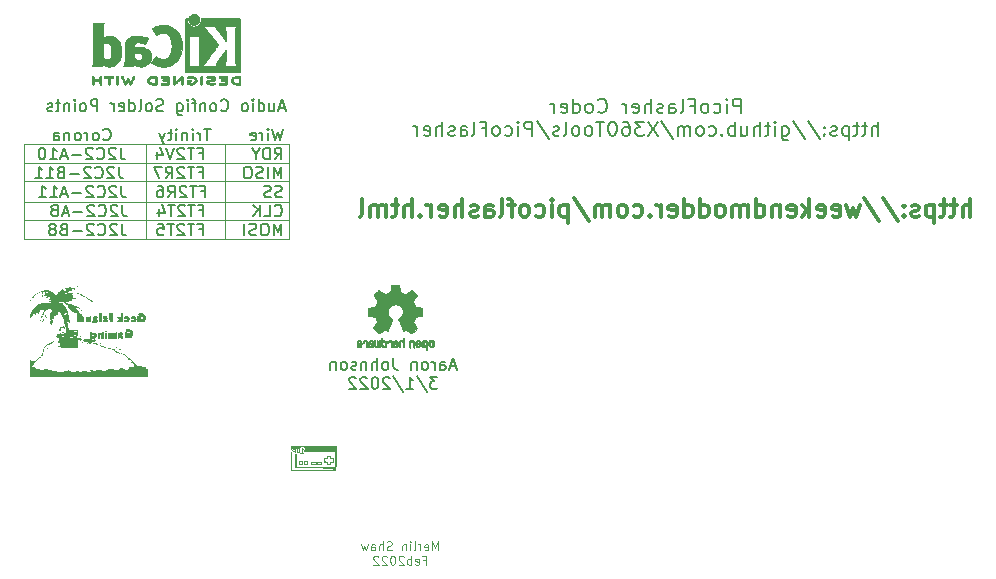
<source format=gbo>
%TF.GenerationSoftware,KiCad,Pcbnew,(6.0.1)*%
%TF.CreationDate,2022-03-14T09:24:09-06:00*%
%TF.ProjectId,PicoFlasher_Breakout_Board_V1,5069636f-466c-4617-9368-65725f427265,rev?*%
%TF.SameCoordinates,Original*%
%TF.FileFunction,Legend,Bot*%
%TF.FilePolarity,Positive*%
%FSLAX46Y46*%
G04 Gerber Fmt 4.6, Leading zero omitted, Abs format (unit mm)*
G04 Created by KiCad (PCBNEW (6.0.1)) date 2022-03-14 09:24:09*
%MOMM*%
%LPD*%
G01*
G04 APERTURE LIST*
%ADD10C,0.120000*%
%ADD11C,0.150000*%
%ADD12C,0.100000*%
%ADD13C,0.200000*%
%ADD14C,0.300000*%
%ADD15C,0.010000*%
%ADD16C,2.200000*%
%ADD17R,1.200000X1.200000*%
%ADD18C,1.200000*%
%ADD19R,1.208000X1.208000*%
%ADD20C,1.208000*%
%ADD21O,1.600000X2.000000*%
%ADD22R,1.238000X1.238000*%
%ADD23C,1.238000*%
%ADD24C,1.600000*%
G04 APERTURE END LIST*
D10*
X115100000Y-88400000D02*
X92700000Y-88400000D01*
X115100000Y-85200000D02*
X92700000Y-85200000D01*
X115100000Y-83500000D02*
X92700000Y-83500000D01*
X109700000Y-80300000D02*
X109700000Y-88400000D01*
X115100000Y-80300000D02*
X115100000Y-88400000D01*
X115100000Y-81900000D02*
X92700000Y-81900000D01*
X103000000Y-80300000D02*
X103000000Y-88400000D01*
X115100000Y-80300000D02*
X92700000Y-80300000D01*
X92700000Y-80300000D02*
X92700000Y-88400000D01*
X115100000Y-86800000D02*
X92700000Y-86800000D01*
D11*
X114559642Y-79027380D02*
X114321547Y-80027380D01*
X114131071Y-79313095D01*
X113940595Y-80027380D01*
X113702500Y-79027380D01*
X113321547Y-80027380D02*
X113321547Y-79360714D01*
X113321547Y-79027380D02*
X113369166Y-79075000D01*
X113321547Y-79122619D01*
X113273928Y-79075000D01*
X113321547Y-79027380D01*
X113321547Y-79122619D01*
X112845357Y-80027380D02*
X112845357Y-79360714D01*
X112845357Y-79551190D02*
X112797738Y-79455952D01*
X112750119Y-79408333D01*
X112654880Y-79360714D01*
X112559642Y-79360714D01*
X111845357Y-79979761D02*
X111940595Y-80027380D01*
X112131071Y-80027380D01*
X112226309Y-79979761D01*
X112273928Y-79884523D01*
X112273928Y-79503571D01*
X112226309Y-79408333D01*
X112131071Y-79360714D01*
X111940595Y-79360714D01*
X111845357Y-79408333D01*
X111797738Y-79503571D01*
X111797738Y-79598809D01*
X112273928Y-79694047D01*
X108464404Y-79027380D02*
X107892976Y-79027380D01*
X108178690Y-80027380D02*
X108178690Y-79027380D01*
X107559642Y-80027380D02*
X107559642Y-79360714D01*
X107559642Y-79551190D02*
X107512023Y-79455952D01*
X107464404Y-79408333D01*
X107369166Y-79360714D01*
X107273928Y-79360714D01*
X106940595Y-80027380D02*
X106940595Y-79360714D01*
X106940595Y-79027380D02*
X106988214Y-79075000D01*
X106940595Y-79122619D01*
X106892976Y-79075000D01*
X106940595Y-79027380D01*
X106940595Y-79122619D01*
X106464404Y-79360714D02*
X106464404Y-80027380D01*
X106464404Y-79455952D02*
X106416785Y-79408333D01*
X106321547Y-79360714D01*
X106178690Y-79360714D01*
X106083452Y-79408333D01*
X106035833Y-79503571D01*
X106035833Y-80027380D01*
X105559642Y-80027380D02*
X105559642Y-79360714D01*
X105559642Y-79027380D02*
X105607261Y-79075000D01*
X105559642Y-79122619D01*
X105512023Y-79075000D01*
X105559642Y-79027380D01*
X105559642Y-79122619D01*
X105226309Y-79360714D02*
X104845357Y-79360714D01*
X105083452Y-79027380D02*
X105083452Y-79884523D01*
X105035833Y-79979761D01*
X104940595Y-80027380D01*
X104845357Y-80027380D01*
X104607261Y-79360714D02*
X104369166Y-80027380D01*
X104131071Y-79360714D02*
X104369166Y-80027380D01*
X104464404Y-80265476D01*
X104512023Y-80313095D01*
X104607261Y-80360714D01*
X99369166Y-79932142D02*
X99416785Y-79979761D01*
X99559642Y-80027380D01*
X99654880Y-80027380D01*
X99797738Y-79979761D01*
X99892976Y-79884523D01*
X99940595Y-79789285D01*
X99988214Y-79598809D01*
X99988214Y-79455952D01*
X99940595Y-79265476D01*
X99892976Y-79170238D01*
X99797738Y-79075000D01*
X99654880Y-79027380D01*
X99559642Y-79027380D01*
X99416785Y-79075000D01*
X99369166Y-79122619D01*
X98797738Y-80027380D02*
X98892976Y-79979761D01*
X98940595Y-79932142D01*
X98988214Y-79836904D01*
X98988214Y-79551190D01*
X98940595Y-79455952D01*
X98892976Y-79408333D01*
X98797738Y-79360714D01*
X98654880Y-79360714D01*
X98559642Y-79408333D01*
X98512023Y-79455952D01*
X98464404Y-79551190D01*
X98464404Y-79836904D01*
X98512023Y-79932142D01*
X98559642Y-79979761D01*
X98654880Y-80027380D01*
X98797738Y-80027380D01*
X98035833Y-80027380D02*
X98035833Y-79360714D01*
X98035833Y-79551190D02*
X97988214Y-79455952D01*
X97940595Y-79408333D01*
X97845357Y-79360714D01*
X97750119Y-79360714D01*
X97273928Y-80027380D02*
X97369166Y-79979761D01*
X97416785Y-79932142D01*
X97464404Y-79836904D01*
X97464404Y-79551190D01*
X97416785Y-79455952D01*
X97369166Y-79408333D01*
X97273928Y-79360714D01*
X97131071Y-79360714D01*
X97035833Y-79408333D01*
X96988214Y-79455952D01*
X96940595Y-79551190D01*
X96940595Y-79836904D01*
X96988214Y-79932142D01*
X97035833Y-79979761D01*
X97131071Y-80027380D01*
X97273928Y-80027380D01*
X96512023Y-79360714D02*
X96512023Y-80027380D01*
X96512023Y-79455952D02*
X96464404Y-79408333D01*
X96369166Y-79360714D01*
X96226309Y-79360714D01*
X96131071Y-79408333D01*
X96083452Y-79503571D01*
X96083452Y-80027380D01*
X95178690Y-80027380D02*
X95178690Y-79503571D01*
X95226309Y-79408333D01*
X95321547Y-79360714D01*
X95512023Y-79360714D01*
X95607261Y-79408333D01*
X95178690Y-79979761D02*
X95273928Y-80027380D01*
X95512023Y-80027380D01*
X95607261Y-79979761D01*
X95654880Y-79884523D01*
X95654880Y-79789285D01*
X95607261Y-79694047D01*
X95512023Y-79646428D01*
X95273928Y-79646428D01*
X95178690Y-79598809D01*
X113892976Y-81637380D02*
X114226309Y-81161190D01*
X114464404Y-81637380D02*
X114464404Y-80637380D01*
X114083452Y-80637380D01*
X113988214Y-80685000D01*
X113940595Y-80732619D01*
X113892976Y-80827857D01*
X113892976Y-80970714D01*
X113940595Y-81065952D01*
X113988214Y-81113571D01*
X114083452Y-81161190D01*
X114464404Y-81161190D01*
X113464404Y-81637380D02*
X113464404Y-80637380D01*
X113226309Y-80637380D01*
X113083452Y-80685000D01*
X112988214Y-80780238D01*
X112940595Y-80875476D01*
X112892976Y-81065952D01*
X112892976Y-81208809D01*
X112940595Y-81399285D01*
X112988214Y-81494523D01*
X113083452Y-81589761D01*
X113226309Y-81637380D01*
X113464404Y-81637380D01*
X112273928Y-81161190D02*
X112273928Y-81637380D01*
X112607261Y-80637380D02*
X112273928Y-81161190D01*
X111940595Y-80637380D01*
X107464404Y-81113571D02*
X107797738Y-81113571D01*
X107797738Y-81637380D02*
X107797738Y-80637380D01*
X107321547Y-80637380D01*
X107083452Y-80637380D02*
X106512023Y-80637380D01*
X106797738Y-81637380D02*
X106797738Y-80637380D01*
X106226309Y-80732619D02*
X106178690Y-80685000D01*
X106083452Y-80637380D01*
X105845357Y-80637380D01*
X105750119Y-80685000D01*
X105702500Y-80732619D01*
X105654880Y-80827857D01*
X105654880Y-80923095D01*
X105702500Y-81065952D01*
X106273928Y-81637380D01*
X105654880Y-81637380D01*
X105369166Y-80637380D02*
X105035833Y-81637380D01*
X104702500Y-80637380D01*
X103940595Y-80970714D02*
X103940595Y-81637380D01*
X104178690Y-80589761D02*
X104416785Y-81304047D01*
X103797738Y-81304047D01*
X100845357Y-80637380D02*
X100845357Y-81351666D01*
X100892976Y-81494523D01*
X100988214Y-81589761D01*
X101131071Y-81637380D01*
X101226309Y-81637380D01*
X100416785Y-80732619D02*
X100369166Y-80685000D01*
X100273928Y-80637380D01*
X100035833Y-80637380D01*
X99940595Y-80685000D01*
X99892976Y-80732619D01*
X99845357Y-80827857D01*
X99845357Y-80923095D01*
X99892976Y-81065952D01*
X100464404Y-81637380D01*
X99845357Y-81637380D01*
X98845357Y-81542142D02*
X98892976Y-81589761D01*
X99035833Y-81637380D01*
X99131071Y-81637380D01*
X99273928Y-81589761D01*
X99369166Y-81494523D01*
X99416785Y-81399285D01*
X99464404Y-81208809D01*
X99464404Y-81065952D01*
X99416785Y-80875476D01*
X99369166Y-80780238D01*
X99273928Y-80685000D01*
X99131071Y-80637380D01*
X99035833Y-80637380D01*
X98892976Y-80685000D01*
X98845357Y-80732619D01*
X98464404Y-80732619D02*
X98416785Y-80685000D01*
X98321547Y-80637380D01*
X98083452Y-80637380D01*
X97988214Y-80685000D01*
X97940595Y-80732619D01*
X97892976Y-80827857D01*
X97892976Y-80923095D01*
X97940595Y-81065952D01*
X98512023Y-81637380D01*
X97892976Y-81637380D01*
X97464404Y-81256428D02*
X96702500Y-81256428D01*
X96273928Y-81351666D02*
X95797738Y-81351666D01*
X96369166Y-81637380D02*
X96035833Y-80637380D01*
X95702500Y-81637380D01*
X94845357Y-81637380D02*
X95416785Y-81637380D01*
X95131071Y-81637380D02*
X95131071Y-80637380D01*
X95226309Y-80780238D01*
X95321547Y-80875476D01*
X95416785Y-80923095D01*
X94226309Y-80637380D02*
X94131071Y-80637380D01*
X94035833Y-80685000D01*
X93988214Y-80732619D01*
X93940595Y-80827857D01*
X93892976Y-81018333D01*
X93892976Y-81256428D01*
X93940595Y-81446904D01*
X93988214Y-81542142D01*
X94035833Y-81589761D01*
X94131071Y-81637380D01*
X94226309Y-81637380D01*
X94321547Y-81589761D01*
X94369166Y-81542142D01*
X94416785Y-81446904D01*
X94464404Y-81256428D01*
X94464404Y-81018333D01*
X94416785Y-80827857D01*
X94369166Y-80732619D01*
X94321547Y-80685000D01*
X94226309Y-80637380D01*
X114464404Y-83247380D02*
X114464404Y-82247380D01*
X114131071Y-82961666D01*
X113797738Y-82247380D01*
X113797738Y-83247380D01*
X113321547Y-83247380D02*
X113321547Y-82247380D01*
X112892976Y-83199761D02*
X112750119Y-83247380D01*
X112512023Y-83247380D01*
X112416785Y-83199761D01*
X112369166Y-83152142D01*
X112321547Y-83056904D01*
X112321547Y-82961666D01*
X112369166Y-82866428D01*
X112416785Y-82818809D01*
X112512023Y-82771190D01*
X112702500Y-82723571D01*
X112797738Y-82675952D01*
X112845357Y-82628333D01*
X112892976Y-82533095D01*
X112892976Y-82437857D01*
X112845357Y-82342619D01*
X112797738Y-82295000D01*
X112702500Y-82247380D01*
X112464404Y-82247380D01*
X112321547Y-82295000D01*
X111702500Y-82247380D02*
X111512023Y-82247380D01*
X111416785Y-82295000D01*
X111321547Y-82390238D01*
X111273928Y-82580714D01*
X111273928Y-82914047D01*
X111321547Y-83104523D01*
X111416785Y-83199761D01*
X111512023Y-83247380D01*
X111702500Y-83247380D01*
X111797738Y-83199761D01*
X111892976Y-83104523D01*
X111940595Y-82914047D01*
X111940595Y-82580714D01*
X111892976Y-82390238D01*
X111797738Y-82295000D01*
X111702500Y-82247380D01*
X107464404Y-82723571D02*
X107797738Y-82723571D01*
X107797738Y-83247380D02*
X107797738Y-82247380D01*
X107321547Y-82247380D01*
X107083452Y-82247380D02*
X106512023Y-82247380D01*
X106797738Y-83247380D02*
X106797738Y-82247380D01*
X106226309Y-82342619D02*
X106178690Y-82295000D01*
X106083452Y-82247380D01*
X105845357Y-82247380D01*
X105750119Y-82295000D01*
X105702500Y-82342619D01*
X105654880Y-82437857D01*
X105654880Y-82533095D01*
X105702500Y-82675952D01*
X106273928Y-83247380D01*
X105654880Y-83247380D01*
X104654880Y-83247380D02*
X104988214Y-82771190D01*
X105226309Y-83247380D02*
X105226309Y-82247380D01*
X104845357Y-82247380D01*
X104750119Y-82295000D01*
X104702500Y-82342619D01*
X104654880Y-82437857D01*
X104654880Y-82580714D01*
X104702500Y-82675952D01*
X104750119Y-82723571D01*
X104845357Y-82771190D01*
X105226309Y-82771190D01*
X104321547Y-82247380D02*
X103654880Y-82247380D01*
X104083452Y-83247380D01*
X100702500Y-82247380D02*
X100702500Y-82961666D01*
X100750119Y-83104523D01*
X100845357Y-83199761D01*
X100988214Y-83247380D01*
X101083452Y-83247380D01*
X100273928Y-82342619D02*
X100226309Y-82295000D01*
X100131071Y-82247380D01*
X99892976Y-82247380D01*
X99797738Y-82295000D01*
X99750119Y-82342619D01*
X99702500Y-82437857D01*
X99702500Y-82533095D01*
X99750119Y-82675952D01*
X100321547Y-83247380D01*
X99702500Y-83247380D01*
X98702500Y-83152142D02*
X98750119Y-83199761D01*
X98892976Y-83247380D01*
X98988214Y-83247380D01*
X99131071Y-83199761D01*
X99226309Y-83104523D01*
X99273928Y-83009285D01*
X99321547Y-82818809D01*
X99321547Y-82675952D01*
X99273928Y-82485476D01*
X99226309Y-82390238D01*
X99131071Y-82295000D01*
X98988214Y-82247380D01*
X98892976Y-82247380D01*
X98750119Y-82295000D01*
X98702500Y-82342619D01*
X98321547Y-82342619D02*
X98273928Y-82295000D01*
X98178690Y-82247380D01*
X97940595Y-82247380D01*
X97845357Y-82295000D01*
X97797738Y-82342619D01*
X97750119Y-82437857D01*
X97750119Y-82533095D01*
X97797738Y-82675952D01*
X98369166Y-83247380D01*
X97750119Y-83247380D01*
X97321547Y-82866428D02*
X96559642Y-82866428D01*
X95750119Y-82723571D02*
X95607261Y-82771190D01*
X95559642Y-82818809D01*
X95512023Y-82914047D01*
X95512023Y-83056904D01*
X95559642Y-83152142D01*
X95607261Y-83199761D01*
X95702500Y-83247380D01*
X96083452Y-83247380D01*
X96083452Y-82247380D01*
X95750119Y-82247380D01*
X95654880Y-82295000D01*
X95607261Y-82342619D01*
X95559642Y-82437857D01*
X95559642Y-82533095D01*
X95607261Y-82628333D01*
X95654880Y-82675952D01*
X95750119Y-82723571D01*
X96083452Y-82723571D01*
X94559642Y-83247380D02*
X95131071Y-83247380D01*
X94845357Y-83247380D02*
X94845357Y-82247380D01*
X94940595Y-82390238D01*
X95035833Y-82485476D01*
X95131071Y-82533095D01*
X93607261Y-83247380D02*
X94178690Y-83247380D01*
X93892976Y-83247380D02*
X93892976Y-82247380D01*
X93988214Y-82390238D01*
X94083452Y-82485476D01*
X94178690Y-82533095D01*
X114512023Y-84809761D02*
X114369166Y-84857380D01*
X114131071Y-84857380D01*
X114035833Y-84809761D01*
X113988214Y-84762142D01*
X113940595Y-84666904D01*
X113940595Y-84571666D01*
X113988214Y-84476428D01*
X114035833Y-84428809D01*
X114131071Y-84381190D01*
X114321547Y-84333571D01*
X114416785Y-84285952D01*
X114464404Y-84238333D01*
X114512023Y-84143095D01*
X114512023Y-84047857D01*
X114464404Y-83952619D01*
X114416785Y-83905000D01*
X114321547Y-83857380D01*
X114083452Y-83857380D01*
X113940595Y-83905000D01*
X113559642Y-84809761D02*
X113416785Y-84857380D01*
X113178690Y-84857380D01*
X113083452Y-84809761D01*
X113035833Y-84762142D01*
X112988214Y-84666904D01*
X112988214Y-84571666D01*
X113035833Y-84476428D01*
X113083452Y-84428809D01*
X113178690Y-84381190D01*
X113369166Y-84333571D01*
X113464404Y-84285952D01*
X113512023Y-84238333D01*
X113559642Y-84143095D01*
X113559642Y-84047857D01*
X113512023Y-83952619D01*
X113464404Y-83905000D01*
X113369166Y-83857380D01*
X113131071Y-83857380D01*
X112988214Y-83905000D01*
X107654880Y-84333571D02*
X107988214Y-84333571D01*
X107988214Y-84857380D02*
X107988214Y-83857380D01*
X107512023Y-83857380D01*
X107273928Y-83857380D02*
X106702500Y-83857380D01*
X106988214Y-84857380D02*
X106988214Y-83857380D01*
X106416785Y-83952619D02*
X106369166Y-83905000D01*
X106273928Y-83857380D01*
X106035833Y-83857380D01*
X105940595Y-83905000D01*
X105892976Y-83952619D01*
X105845357Y-84047857D01*
X105845357Y-84143095D01*
X105892976Y-84285952D01*
X106464404Y-84857380D01*
X105845357Y-84857380D01*
X104845357Y-84857380D02*
X105178690Y-84381190D01*
X105416785Y-84857380D02*
X105416785Y-83857380D01*
X105035833Y-83857380D01*
X104940595Y-83905000D01*
X104892976Y-83952619D01*
X104845357Y-84047857D01*
X104845357Y-84190714D01*
X104892976Y-84285952D01*
X104940595Y-84333571D01*
X105035833Y-84381190D01*
X105416785Y-84381190D01*
X103988214Y-83857380D02*
X104178690Y-83857380D01*
X104273928Y-83905000D01*
X104321547Y-83952619D01*
X104416785Y-84095476D01*
X104464404Y-84285952D01*
X104464404Y-84666904D01*
X104416785Y-84762142D01*
X104369166Y-84809761D01*
X104273928Y-84857380D01*
X104083452Y-84857380D01*
X103988214Y-84809761D01*
X103940595Y-84762142D01*
X103892976Y-84666904D01*
X103892976Y-84428809D01*
X103940595Y-84333571D01*
X103988214Y-84285952D01*
X104083452Y-84238333D01*
X104273928Y-84238333D01*
X104369166Y-84285952D01*
X104416785Y-84333571D01*
X104464404Y-84428809D01*
X100892976Y-83857380D02*
X100892976Y-84571666D01*
X100940595Y-84714523D01*
X101035833Y-84809761D01*
X101178690Y-84857380D01*
X101273928Y-84857380D01*
X100464404Y-83952619D02*
X100416785Y-83905000D01*
X100321547Y-83857380D01*
X100083452Y-83857380D01*
X99988214Y-83905000D01*
X99940595Y-83952619D01*
X99892976Y-84047857D01*
X99892976Y-84143095D01*
X99940595Y-84285952D01*
X100512023Y-84857380D01*
X99892976Y-84857380D01*
X98892976Y-84762142D02*
X98940595Y-84809761D01*
X99083452Y-84857380D01*
X99178690Y-84857380D01*
X99321547Y-84809761D01*
X99416785Y-84714523D01*
X99464404Y-84619285D01*
X99512023Y-84428809D01*
X99512023Y-84285952D01*
X99464404Y-84095476D01*
X99416785Y-84000238D01*
X99321547Y-83905000D01*
X99178690Y-83857380D01*
X99083452Y-83857380D01*
X98940595Y-83905000D01*
X98892976Y-83952619D01*
X98512023Y-83952619D02*
X98464404Y-83905000D01*
X98369166Y-83857380D01*
X98131071Y-83857380D01*
X98035833Y-83905000D01*
X97988214Y-83952619D01*
X97940595Y-84047857D01*
X97940595Y-84143095D01*
X97988214Y-84285952D01*
X98559642Y-84857380D01*
X97940595Y-84857380D01*
X97512023Y-84476428D02*
X96750119Y-84476428D01*
X96321547Y-84571666D02*
X95845357Y-84571666D01*
X96416785Y-84857380D02*
X96083452Y-83857380D01*
X95750119Y-84857380D01*
X94892976Y-84857380D02*
X95464404Y-84857380D01*
X95178690Y-84857380D02*
X95178690Y-83857380D01*
X95273928Y-84000238D01*
X95369166Y-84095476D01*
X95464404Y-84143095D01*
X93940595Y-84857380D02*
X94512023Y-84857380D01*
X94226309Y-84857380D02*
X94226309Y-83857380D01*
X94321547Y-84000238D01*
X94416785Y-84095476D01*
X94512023Y-84143095D01*
X113892976Y-86372142D02*
X113940595Y-86419761D01*
X114083452Y-86467380D01*
X114178690Y-86467380D01*
X114321547Y-86419761D01*
X114416785Y-86324523D01*
X114464404Y-86229285D01*
X114512023Y-86038809D01*
X114512023Y-85895952D01*
X114464404Y-85705476D01*
X114416785Y-85610238D01*
X114321547Y-85515000D01*
X114178690Y-85467380D01*
X114083452Y-85467380D01*
X113940595Y-85515000D01*
X113892976Y-85562619D01*
X112988214Y-86467380D02*
X113464404Y-86467380D01*
X113464404Y-85467380D01*
X112654880Y-86467380D02*
X112654880Y-85467380D01*
X112083452Y-86467380D02*
X112512023Y-85895952D01*
X112083452Y-85467380D02*
X112654880Y-86038809D01*
X107512023Y-85943571D02*
X107845357Y-85943571D01*
X107845357Y-86467380D02*
X107845357Y-85467380D01*
X107369166Y-85467380D01*
X107131071Y-85467380D02*
X106559642Y-85467380D01*
X106845357Y-86467380D02*
X106845357Y-85467380D01*
X106273928Y-85562619D02*
X106226309Y-85515000D01*
X106131071Y-85467380D01*
X105892976Y-85467380D01*
X105797738Y-85515000D01*
X105750119Y-85562619D01*
X105702500Y-85657857D01*
X105702500Y-85753095D01*
X105750119Y-85895952D01*
X106321547Y-86467380D01*
X105702500Y-86467380D01*
X105416785Y-85467380D02*
X104845357Y-85467380D01*
X105131071Y-86467380D02*
X105131071Y-85467380D01*
X104083452Y-85800714D02*
X104083452Y-86467380D01*
X104321547Y-85419761D02*
X104559642Y-86134047D01*
X103940595Y-86134047D01*
X100988214Y-85467380D02*
X100988214Y-86181666D01*
X101035833Y-86324523D01*
X101131071Y-86419761D01*
X101273928Y-86467380D01*
X101369166Y-86467380D01*
X100559642Y-85562619D02*
X100512023Y-85515000D01*
X100416785Y-85467380D01*
X100178690Y-85467380D01*
X100083452Y-85515000D01*
X100035833Y-85562619D01*
X99988214Y-85657857D01*
X99988214Y-85753095D01*
X100035833Y-85895952D01*
X100607261Y-86467380D01*
X99988214Y-86467380D01*
X98988214Y-86372142D02*
X99035833Y-86419761D01*
X99178690Y-86467380D01*
X99273928Y-86467380D01*
X99416785Y-86419761D01*
X99512023Y-86324523D01*
X99559642Y-86229285D01*
X99607261Y-86038809D01*
X99607261Y-85895952D01*
X99559642Y-85705476D01*
X99512023Y-85610238D01*
X99416785Y-85515000D01*
X99273928Y-85467380D01*
X99178690Y-85467380D01*
X99035833Y-85515000D01*
X98988214Y-85562619D01*
X98607261Y-85562619D02*
X98559642Y-85515000D01*
X98464404Y-85467380D01*
X98226309Y-85467380D01*
X98131071Y-85515000D01*
X98083452Y-85562619D01*
X98035833Y-85657857D01*
X98035833Y-85753095D01*
X98083452Y-85895952D01*
X98654880Y-86467380D01*
X98035833Y-86467380D01*
X97607261Y-86086428D02*
X96845357Y-86086428D01*
X96416785Y-86181666D02*
X95940595Y-86181666D01*
X96512023Y-86467380D02*
X96178690Y-85467380D01*
X95845357Y-86467380D01*
X95369166Y-85895952D02*
X95464404Y-85848333D01*
X95512023Y-85800714D01*
X95559642Y-85705476D01*
X95559642Y-85657857D01*
X95512023Y-85562619D01*
X95464404Y-85515000D01*
X95369166Y-85467380D01*
X95178690Y-85467380D01*
X95083452Y-85515000D01*
X95035833Y-85562619D01*
X94988214Y-85657857D01*
X94988214Y-85705476D01*
X95035833Y-85800714D01*
X95083452Y-85848333D01*
X95178690Y-85895952D01*
X95369166Y-85895952D01*
X95464404Y-85943571D01*
X95512023Y-85991190D01*
X95559642Y-86086428D01*
X95559642Y-86276904D01*
X95512023Y-86372142D01*
X95464404Y-86419761D01*
X95369166Y-86467380D01*
X95178690Y-86467380D01*
X95083452Y-86419761D01*
X95035833Y-86372142D01*
X94988214Y-86276904D01*
X94988214Y-86086428D01*
X95035833Y-85991190D01*
X95083452Y-85943571D01*
X95178690Y-85895952D01*
X114464404Y-88077380D02*
X114464404Y-87077380D01*
X114131071Y-87791666D01*
X113797738Y-87077380D01*
X113797738Y-88077380D01*
X113131071Y-87077380D02*
X112940595Y-87077380D01*
X112845357Y-87125000D01*
X112750119Y-87220238D01*
X112702500Y-87410714D01*
X112702500Y-87744047D01*
X112750119Y-87934523D01*
X112845357Y-88029761D01*
X112940595Y-88077380D01*
X113131071Y-88077380D01*
X113226309Y-88029761D01*
X113321547Y-87934523D01*
X113369166Y-87744047D01*
X113369166Y-87410714D01*
X113321547Y-87220238D01*
X113226309Y-87125000D01*
X113131071Y-87077380D01*
X112321547Y-88029761D02*
X112178690Y-88077380D01*
X111940595Y-88077380D01*
X111845357Y-88029761D01*
X111797738Y-87982142D01*
X111750119Y-87886904D01*
X111750119Y-87791666D01*
X111797738Y-87696428D01*
X111845357Y-87648809D01*
X111940595Y-87601190D01*
X112131071Y-87553571D01*
X112226309Y-87505952D01*
X112273928Y-87458333D01*
X112321547Y-87363095D01*
X112321547Y-87267857D01*
X112273928Y-87172619D01*
X112226309Y-87125000D01*
X112131071Y-87077380D01*
X111892976Y-87077380D01*
X111750119Y-87125000D01*
X111321547Y-88077380D02*
X111321547Y-87077380D01*
X107464404Y-87553571D02*
X107797738Y-87553571D01*
X107797738Y-88077380D02*
X107797738Y-87077380D01*
X107321547Y-87077380D01*
X107083452Y-87077380D02*
X106512023Y-87077380D01*
X106797738Y-88077380D02*
X106797738Y-87077380D01*
X106226309Y-87172619D02*
X106178690Y-87125000D01*
X106083452Y-87077380D01*
X105845357Y-87077380D01*
X105750119Y-87125000D01*
X105702500Y-87172619D01*
X105654880Y-87267857D01*
X105654880Y-87363095D01*
X105702500Y-87505952D01*
X106273928Y-88077380D01*
X105654880Y-88077380D01*
X105369166Y-87077380D02*
X104797738Y-87077380D01*
X105083452Y-88077380D02*
X105083452Y-87077380D01*
X103988214Y-87077380D02*
X104464404Y-87077380D01*
X104512023Y-87553571D01*
X104464404Y-87505952D01*
X104369166Y-87458333D01*
X104131071Y-87458333D01*
X104035833Y-87505952D01*
X103988214Y-87553571D01*
X103940595Y-87648809D01*
X103940595Y-87886904D01*
X103988214Y-87982142D01*
X104035833Y-88029761D01*
X104131071Y-88077380D01*
X104369166Y-88077380D01*
X104464404Y-88029761D01*
X104512023Y-87982142D01*
X100940595Y-87077380D02*
X100940595Y-87791666D01*
X100988214Y-87934523D01*
X101083452Y-88029761D01*
X101226309Y-88077380D01*
X101321547Y-88077380D01*
X100512023Y-87172619D02*
X100464404Y-87125000D01*
X100369166Y-87077380D01*
X100131071Y-87077380D01*
X100035833Y-87125000D01*
X99988214Y-87172619D01*
X99940595Y-87267857D01*
X99940595Y-87363095D01*
X99988214Y-87505952D01*
X100559642Y-88077380D01*
X99940595Y-88077380D01*
X98940595Y-87982142D02*
X98988214Y-88029761D01*
X99131071Y-88077380D01*
X99226309Y-88077380D01*
X99369166Y-88029761D01*
X99464404Y-87934523D01*
X99512023Y-87839285D01*
X99559642Y-87648809D01*
X99559642Y-87505952D01*
X99512023Y-87315476D01*
X99464404Y-87220238D01*
X99369166Y-87125000D01*
X99226309Y-87077380D01*
X99131071Y-87077380D01*
X98988214Y-87125000D01*
X98940595Y-87172619D01*
X98559642Y-87172619D02*
X98512023Y-87125000D01*
X98416785Y-87077380D01*
X98178690Y-87077380D01*
X98083452Y-87125000D01*
X98035833Y-87172619D01*
X97988214Y-87267857D01*
X97988214Y-87363095D01*
X98035833Y-87505952D01*
X98607261Y-88077380D01*
X97988214Y-88077380D01*
X97559642Y-87696428D02*
X96797738Y-87696428D01*
X95988214Y-87553571D02*
X95845357Y-87601190D01*
X95797738Y-87648809D01*
X95750119Y-87744047D01*
X95750119Y-87886904D01*
X95797738Y-87982142D01*
X95845357Y-88029761D01*
X95940595Y-88077380D01*
X96321547Y-88077380D01*
X96321547Y-87077380D01*
X95988214Y-87077380D01*
X95892976Y-87125000D01*
X95845357Y-87172619D01*
X95797738Y-87267857D01*
X95797738Y-87363095D01*
X95845357Y-87458333D01*
X95892976Y-87505952D01*
X95988214Y-87553571D01*
X96321547Y-87553571D01*
X95178690Y-87505952D02*
X95273928Y-87458333D01*
X95321547Y-87410714D01*
X95369166Y-87315476D01*
X95369166Y-87267857D01*
X95321547Y-87172619D01*
X95273928Y-87125000D01*
X95178690Y-87077380D01*
X94988214Y-87077380D01*
X94892976Y-87125000D01*
X94845357Y-87172619D01*
X94797738Y-87267857D01*
X94797738Y-87315476D01*
X94845357Y-87410714D01*
X94892976Y-87458333D01*
X94988214Y-87505952D01*
X95178690Y-87505952D01*
X95273928Y-87553571D01*
X95321547Y-87601190D01*
X95369166Y-87696428D01*
X95369166Y-87886904D01*
X95321547Y-87982142D01*
X95273928Y-88029761D01*
X95178690Y-88077380D01*
X94988214Y-88077380D01*
X94892976Y-88029761D01*
X94845357Y-87982142D01*
X94797738Y-87886904D01*
X94797738Y-87696428D01*
X94845357Y-87601190D01*
X94892976Y-87553571D01*
X94988214Y-87505952D01*
D12*
X127732142Y-114735535D02*
X127732142Y-113985535D01*
X127482142Y-114521250D01*
X127232142Y-113985535D01*
X127232142Y-114735535D01*
X126589285Y-114699821D02*
X126660714Y-114735535D01*
X126803571Y-114735535D01*
X126875000Y-114699821D01*
X126910714Y-114628392D01*
X126910714Y-114342678D01*
X126875000Y-114271250D01*
X126803571Y-114235535D01*
X126660714Y-114235535D01*
X126589285Y-114271250D01*
X126553571Y-114342678D01*
X126553571Y-114414107D01*
X126910714Y-114485535D01*
X126232142Y-114735535D02*
X126232142Y-114235535D01*
X126232142Y-114378392D02*
X126196428Y-114306964D01*
X126160714Y-114271250D01*
X126089285Y-114235535D01*
X126017857Y-114235535D01*
X125660714Y-114735535D02*
X125732142Y-114699821D01*
X125767857Y-114628392D01*
X125767857Y-113985535D01*
X125375000Y-114735535D02*
X125375000Y-114235535D01*
X125375000Y-113985535D02*
X125410714Y-114021250D01*
X125375000Y-114056964D01*
X125339285Y-114021250D01*
X125375000Y-113985535D01*
X125375000Y-114056964D01*
X125017857Y-114235535D02*
X125017857Y-114735535D01*
X125017857Y-114306964D02*
X124982142Y-114271250D01*
X124910714Y-114235535D01*
X124803571Y-114235535D01*
X124732142Y-114271250D01*
X124696428Y-114342678D01*
X124696428Y-114735535D01*
X123803571Y-114699821D02*
X123696428Y-114735535D01*
X123517857Y-114735535D01*
X123446428Y-114699821D01*
X123410714Y-114664107D01*
X123375000Y-114592678D01*
X123375000Y-114521250D01*
X123410714Y-114449821D01*
X123446428Y-114414107D01*
X123517857Y-114378392D01*
X123660714Y-114342678D01*
X123732142Y-114306964D01*
X123767857Y-114271250D01*
X123803571Y-114199821D01*
X123803571Y-114128392D01*
X123767857Y-114056964D01*
X123732142Y-114021250D01*
X123660714Y-113985535D01*
X123482142Y-113985535D01*
X123375000Y-114021250D01*
X123053571Y-114735535D02*
X123053571Y-113985535D01*
X122732142Y-114735535D02*
X122732142Y-114342678D01*
X122767857Y-114271250D01*
X122839285Y-114235535D01*
X122946428Y-114235535D01*
X123017857Y-114271250D01*
X123053571Y-114306964D01*
X122053571Y-114735535D02*
X122053571Y-114342678D01*
X122089285Y-114271250D01*
X122160714Y-114235535D01*
X122303571Y-114235535D01*
X122375000Y-114271250D01*
X122053571Y-114699821D02*
X122125000Y-114735535D01*
X122303571Y-114735535D01*
X122375000Y-114699821D01*
X122410714Y-114628392D01*
X122410714Y-114556964D01*
X122375000Y-114485535D01*
X122303571Y-114449821D01*
X122125000Y-114449821D01*
X122053571Y-114414107D01*
X121767857Y-114235535D02*
X121625000Y-114735535D01*
X121482142Y-114378392D01*
X121339285Y-114735535D01*
X121196428Y-114235535D01*
X126482142Y-115550178D02*
X126732142Y-115550178D01*
X126732142Y-115943035D02*
X126732142Y-115193035D01*
X126375000Y-115193035D01*
X125803571Y-115907321D02*
X125875000Y-115943035D01*
X126017857Y-115943035D01*
X126089285Y-115907321D01*
X126125000Y-115835892D01*
X126125000Y-115550178D01*
X126089285Y-115478750D01*
X126017857Y-115443035D01*
X125875000Y-115443035D01*
X125803571Y-115478750D01*
X125767857Y-115550178D01*
X125767857Y-115621607D01*
X126125000Y-115693035D01*
X125446428Y-115943035D02*
X125446428Y-115193035D01*
X125446428Y-115478750D02*
X125375000Y-115443035D01*
X125232142Y-115443035D01*
X125160714Y-115478750D01*
X125125000Y-115514464D01*
X125089285Y-115585892D01*
X125089285Y-115800178D01*
X125125000Y-115871607D01*
X125160714Y-115907321D01*
X125232142Y-115943035D01*
X125375000Y-115943035D01*
X125446428Y-115907321D01*
X124803571Y-115264464D02*
X124767857Y-115228750D01*
X124696428Y-115193035D01*
X124517857Y-115193035D01*
X124446428Y-115228750D01*
X124410714Y-115264464D01*
X124375000Y-115335892D01*
X124375000Y-115407321D01*
X124410714Y-115514464D01*
X124839285Y-115943035D01*
X124375000Y-115943035D01*
X123910714Y-115193035D02*
X123839285Y-115193035D01*
X123767857Y-115228750D01*
X123732142Y-115264464D01*
X123696428Y-115335892D01*
X123660714Y-115478750D01*
X123660714Y-115657321D01*
X123696428Y-115800178D01*
X123732142Y-115871607D01*
X123767857Y-115907321D01*
X123839285Y-115943035D01*
X123910714Y-115943035D01*
X123982142Y-115907321D01*
X124017857Y-115871607D01*
X124053571Y-115800178D01*
X124089285Y-115657321D01*
X124089285Y-115478750D01*
X124053571Y-115335892D01*
X124017857Y-115264464D01*
X123982142Y-115228750D01*
X123910714Y-115193035D01*
X123375000Y-115264464D02*
X123339285Y-115228750D01*
X123267857Y-115193035D01*
X123089285Y-115193035D01*
X123017857Y-115228750D01*
X122982142Y-115264464D01*
X122946428Y-115335892D01*
X122946428Y-115407321D01*
X122982142Y-115514464D01*
X123410714Y-115943035D01*
X122946428Y-115943035D01*
X122660714Y-115264464D02*
X122625000Y-115228750D01*
X122553571Y-115193035D01*
X122375000Y-115193035D01*
X122303571Y-115228750D01*
X122267857Y-115264464D01*
X122232142Y-115335892D01*
X122232142Y-115407321D01*
X122267857Y-115514464D01*
X122696428Y-115943035D01*
X122232142Y-115943035D01*
D13*
X153346428Y-77701857D02*
X153346428Y-76501857D01*
X152889285Y-76501857D01*
X152775000Y-76559000D01*
X152717857Y-76616142D01*
X152660714Y-76730428D01*
X152660714Y-76901857D01*
X152717857Y-77016142D01*
X152775000Y-77073285D01*
X152889285Y-77130428D01*
X153346428Y-77130428D01*
X152146428Y-77701857D02*
X152146428Y-76901857D01*
X152146428Y-76501857D02*
X152203571Y-76559000D01*
X152146428Y-76616142D01*
X152089285Y-76559000D01*
X152146428Y-76501857D01*
X152146428Y-76616142D01*
X151060714Y-77644714D02*
X151175000Y-77701857D01*
X151403571Y-77701857D01*
X151517857Y-77644714D01*
X151575000Y-77587571D01*
X151632142Y-77473285D01*
X151632142Y-77130428D01*
X151575000Y-77016142D01*
X151517857Y-76959000D01*
X151403571Y-76901857D01*
X151175000Y-76901857D01*
X151060714Y-76959000D01*
X150375000Y-77701857D02*
X150489285Y-77644714D01*
X150546428Y-77587571D01*
X150603571Y-77473285D01*
X150603571Y-77130428D01*
X150546428Y-77016142D01*
X150489285Y-76959000D01*
X150375000Y-76901857D01*
X150203571Y-76901857D01*
X150089285Y-76959000D01*
X150032142Y-77016142D01*
X149975000Y-77130428D01*
X149975000Y-77473285D01*
X150032142Y-77587571D01*
X150089285Y-77644714D01*
X150203571Y-77701857D01*
X150375000Y-77701857D01*
X149060714Y-77073285D02*
X149460714Y-77073285D01*
X149460714Y-77701857D02*
X149460714Y-76501857D01*
X148889285Y-76501857D01*
X148260714Y-77701857D02*
X148375000Y-77644714D01*
X148432142Y-77530428D01*
X148432142Y-76501857D01*
X147289285Y-77701857D02*
X147289285Y-77073285D01*
X147346428Y-76959000D01*
X147460714Y-76901857D01*
X147689285Y-76901857D01*
X147803571Y-76959000D01*
X147289285Y-77644714D02*
X147403571Y-77701857D01*
X147689285Y-77701857D01*
X147803571Y-77644714D01*
X147860714Y-77530428D01*
X147860714Y-77416142D01*
X147803571Y-77301857D01*
X147689285Y-77244714D01*
X147403571Y-77244714D01*
X147289285Y-77187571D01*
X146775000Y-77644714D02*
X146660714Y-77701857D01*
X146432142Y-77701857D01*
X146317857Y-77644714D01*
X146260714Y-77530428D01*
X146260714Y-77473285D01*
X146317857Y-77359000D01*
X146432142Y-77301857D01*
X146603571Y-77301857D01*
X146717857Y-77244714D01*
X146775000Y-77130428D01*
X146775000Y-77073285D01*
X146717857Y-76959000D01*
X146603571Y-76901857D01*
X146432142Y-76901857D01*
X146317857Y-76959000D01*
X145746428Y-77701857D02*
X145746428Y-76501857D01*
X145232142Y-77701857D02*
X145232142Y-77073285D01*
X145289285Y-76959000D01*
X145403571Y-76901857D01*
X145575000Y-76901857D01*
X145689285Y-76959000D01*
X145746428Y-77016142D01*
X144203571Y-77644714D02*
X144317857Y-77701857D01*
X144546428Y-77701857D01*
X144660714Y-77644714D01*
X144717857Y-77530428D01*
X144717857Y-77073285D01*
X144660714Y-76959000D01*
X144546428Y-76901857D01*
X144317857Y-76901857D01*
X144203571Y-76959000D01*
X144146428Y-77073285D01*
X144146428Y-77187571D01*
X144717857Y-77301857D01*
X143632142Y-77701857D02*
X143632142Y-76901857D01*
X143632142Y-77130428D02*
X143575000Y-77016142D01*
X143517857Y-76959000D01*
X143403571Y-76901857D01*
X143289285Y-76901857D01*
X141289285Y-77587571D02*
X141346428Y-77644714D01*
X141517857Y-77701857D01*
X141632142Y-77701857D01*
X141803571Y-77644714D01*
X141917857Y-77530428D01*
X141975000Y-77416142D01*
X142032142Y-77187571D01*
X142032142Y-77016142D01*
X141975000Y-76787571D01*
X141917857Y-76673285D01*
X141803571Y-76559000D01*
X141632142Y-76501857D01*
X141517857Y-76501857D01*
X141346428Y-76559000D01*
X141289285Y-76616142D01*
X140603571Y-77701857D02*
X140717857Y-77644714D01*
X140775000Y-77587571D01*
X140832142Y-77473285D01*
X140832142Y-77130428D01*
X140775000Y-77016142D01*
X140717857Y-76959000D01*
X140603571Y-76901857D01*
X140432142Y-76901857D01*
X140317857Y-76959000D01*
X140260714Y-77016142D01*
X140203571Y-77130428D01*
X140203571Y-77473285D01*
X140260714Y-77587571D01*
X140317857Y-77644714D01*
X140432142Y-77701857D01*
X140603571Y-77701857D01*
X139175000Y-77701857D02*
X139175000Y-76501857D01*
X139175000Y-77644714D02*
X139289285Y-77701857D01*
X139517857Y-77701857D01*
X139632142Y-77644714D01*
X139689285Y-77587571D01*
X139746428Y-77473285D01*
X139746428Y-77130428D01*
X139689285Y-77016142D01*
X139632142Y-76959000D01*
X139517857Y-76901857D01*
X139289285Y-76901857D01*
X139175000Y-76959000D01*
X138146428Y-77644714D02*
X138260714Y-77701857D01*
X138489285Y-77701857D01*
X138603571Y-77644714D01*
X138660714Y-77530428D01*
X138660714Y-77073285D01*
X138603571Y-76959000D01*
X138489285Y-76901857D01*
X138260714Y-76901857D01*
X138146428Y-76959000D01*
X138089285Y-77073285D01*
X138089285Y-77187571D01*
X138660714Y-77301857D01*
X137575000Y-77701857D02*
X137575000Y-76901857D01*
X137575000Y-77130428D02*
X137517857Y-77016142D01*
X137460714Y-76959000D01*
X137346428Y-76901857D01*
X137232142Y-76901857D01*
X164946428Y-79633857D02*
X164946428Y-78433857D01*
X164432142Y-79633857D02*
X164432142Y-79005285D01*
X164489285Y-78891000D01*
X164603571Y-78833857D01*
X164775000Y-78833857D01*
X164889285Y-78891000D01*
X164946428Y-78948142D01*
X164032142Y-78833857D02*
X163575000Y-78833857D01*
X163860714Y-78433857D02*
X163860714Y-79462428D01*
X163803571Y-79576714D01*
X163689285Y-79633857D01*
X163575000Y-79633857D01*
X163346428Y-78833857D02*
X162889285Y-78833857D01*
X163175000Y-78433857D02*
X163175000Y-79462428D01*
X163117857Y-79576714D01*
X163003571Y-79633857D01*
X162889285Y-79633857D01*
X162489285Y-78833857D02*
X162489285Y-80033857D01*
X162489285Y-78891000D02*
X162375000Y-78833857D01*
X162146428Y-78833857D01*
X162032142Y-78891000D01*
X161975000Y-78948142D01*
X161917857Y-79062428D01*
X161917857Y-79405285D01*
X161975000Y-79519571D01*
X162032142Y-79576714D01*
X162146428Y-79633857D01*
X162375000Y-79633857D01*
X162489285Y-79576714D01*
X161460714Y-79576714D02*
X161346428Y-79633857D01*
X161117857Y-79633857D01*
X161003571Y-79576714D01*
X160946428Y-79462428D01*
X160946428Y-79405285D01*
X161003571Y-79291000D01*
X161117857Y-79233857D01*
X161289285Y-79233857D01*
X161403571Y-79176714D01*
X161460714Y-79062428D01*
X161460714Y-79005285D01*
X161403571Y-78891000D01*
X161289285Y-78833857D01*
X161117857Y-78833857D01*
X161003571Y-78891000D01*
X160432142Y-79519571D02*
X160375000Y-79576714D01*
X160432142Y-79633857D01*
X160489285Y-79576714D01*
X160432142Y-79519571D01*
X160432142Y-79633857D01*
X160432142Y-78891000D02*
X160375000Y-78948142D01*
X160432142Y-79005285D01*
X160489285Y-78948142D01*
X160432142Y-78891000D01*
X160432142Y-79005285D01*
X159003571Y-78376714D02*
X160032142Y-79919571D01*
X157746428Y-78376714D02*
X158775000Y-79919571D01*
X156832142Y-78833857D02*
X156832142Y-79805285D01*
X156889285Y-79919571D01*
X156946428Y-79976714D01*
X157060714Y-80033857D01*
X157232142Y-80033857D01*
X157346428Y-79976714D01*
X156832142Y-79576714D02*
X156946428Y-79633857D01*
X157175000Y-79633857D01*
X157289285Y-79576714D01*
X157346428Y-79519571D01*
X157403571Y-79405285D01*
X157403571Y-79062428D01*
X157346428Y-78948142D01*
X157289285Y-78891000D01*
X157175000Y-78833857D01*
X156946428Y-78833857D01*
X156832142Y-78891000D01*
X156260714Y-79633857D02*
X156260714Y-78833857D01*
X156260714Y-78433857D02*
X156317857Y-78491000D01*
X156260714Y-78548142D01*
X156203571Y-78491000D01*
X156260714Y-78433857D01*
X156260714Y-78548142D01*
X155860714Y-78833857D02*
X155403571Y-78833857D01*
X155689285Y-78433857D02*
X155689285Y-79462428D01*
X155632142Y-79576714D01*
X155517857Y-79633857D01*
X155403571Y-79633857D01*
X155003571Y-79633857D02*
X155003571Y-78433857D01*
X154489285Y-79633857D02*
X154489285Y-79005285D01*
X154546428Y-78891000D01*
X154660714Y-78833857D01*
X154832142Y-78833857D01*
X154946428Y-78891000D01*
X155003571Y-78948142D01*
X153403571Y-78833857D02*
X153403571Y-79633857D01*
X153917857Y-78833857D02*
X153917857Y-79462428D01*
X153860714Y-79576714D01*
X153746428Y-79633857D01*
X153575000Y-79633857D01*
X153460714Y-79576714D01*
X153403571Y-79519571D01*
X152832142Y-79633857D02*
X152832142Y-78433857D01*
X152832142Y-78891000D02*
X152717857Y-78833857D01*
X152489285Y-78833857D01*
X152375000Y-78891000D01*
X152317857Y-78948142D01*
X152260714Y-79062428D01*
X152260714Y-79405285D01*
X152317857Y-79519571D01*
X152375000Y-79576714D01*
X152489285Y-79633857D01*
X152717857Y-79633857D01*
X152832142Y-79576714D01*
X151746428Y-79519571D02*
X151689285Y-79576714D01*
X151746428Y-79633857D01*
X151803571Y-79576714D01*
X151746428Y-79519571D01*
X151746428Y-79633857D01*
X150660714Y-79576714D02*
X150775000Y-79633857D01*
X151003571Y-79633857D01*
X151117857Y-79576714D01*
X151175000Y-79519571D01*
X151232142Y-79405285D01*
X151232142Y-79062428D01*
X151175000Y-78948142D01*
X151117857Y-78891000D01*
X151003571Y-78833857D01*
X150775000Y-78833857D01*
X150660714Y-78891000D01*
X149975000Y-79633857D02*
X150089285Y-79576714D01*
X150146428Y-79519571D01*
X150203571Y-79405285D01*
X150203571Y-79062428D01*
X150146428Y-78948142D01*
X150089285Y-78891000D01*
X149975000Y-78833857D01*
X149803571Y-78833857D01*
X149689285Y-78891000D01*
X149632142Y-78948142D01*
X149575000Y-79062428D01*
X149575000Y-79405285D01*
X149632142Y-79519571D01*
X149689285Y-79576714D01*
X149803571Y-79633857D01*
X149975000Y-79633857D01*
X149060714Y-79633857D02*
X149060714Y-78833857D01*
X149060714Y-78948142D02*
X149003571Y-78891000D01*
X148889285Y-78833857D01*
X148717857Y-78833857D01*
X148603571Y-78891000D01*
X148546428Y-79005285D01*
X148546428Y-79633857D01*
X148546428Y-79005285D02*
X148489285Y-78891000D01*
X148375000Y-78833857D01*
X148203571Y-78833857D01*
X148089285Y-78891000D01*
X148032142Y-79005285D01*
X148032142Y-79633857D01*
X146603571Y-78376714D02*
X147632142Y-79919571D01*
X146317857Y-78433857D02*
X145517857Y-79633857D01*
X145517857Y-78433857D02*
X146317857Y-79633857D01*
X145175000Y-78433857D02*
X144432142Y-78433857D01*
X144832142Y-78891000D01*
X144660714Y-78891000D01*
X144546428Y-78948142D01*
X144489285Y-79005285D01*
X144432142Y-79119571D01*
X144432142Y-79405285D01*
X144489285Y-79519571D01*
X144546428Y-79576714D01*
X144660714Y-79633857D01*
X145003571Y-79633857D01*
X145117857Y-79576714D01*
X145175000Y-79519571D01*
X143403571Y-78433857D02*
X143632142Y-78433857D01*
X143746428Y-78491000D01*
X143803571Y-78548142D01*
X143917857Y-78719571D01*
X143975000Y-78948142D01*
X143975000Y-79405285D01*
X143917857Y-79519571D01*
X143860714Y-79576714D01*
X143746428Y-79633857D01*
X143517857Y-79633857D01*
X143403571Y-79576714D01*
X143346428Y-79519571D01*
X143289285Y-79405285D01*
X143289285Y-79119571D01*
X143346428Y-79005285D01*
X143403571Y-78948142D01*
X143517857Y-78891000D01*
X143746428Y-78891000D01*
X143860714Y-78948142D01*
X143917857Y-79005285D01*
X143975000Y-79119571D01*
X142546428Y-78433857D02*
X142432142Y-78433857D01*
X142317857Y-78491000D01*
X142260714Y-78548142D01*
X142203571Y-78662428D01*
X142146428Y-78891000D01*
X142146428Y-79176714D01*
X142203571Y-79405285D01*
X142260714Y-79519571D01*
X142317857Y-79576714D01*
X142432142Y-79633857D01*
X142546428Y-79633857D01*
X142660714Y-79576714D01*
X142717857Y-79519571D01*
X142775000Y-79405285D01*
X142832142Y-79176714D01*
X142832142Y-78891000D01*
X142775000Y-78662428D01*
X142717857Y-78548142D01*
X142660714Y-78491000D01*
X142546428Y-78433857D01*
X141803571Y-78433857D02*
X141117857Y-78433857D01*
X141460714Y-79633857D02*
X141460714Y-78433857D01*
X140546428Y-79633857D02*
X140660714Y-79576714D01*
X140717857Y-79519571D01*
X140775000Y-79405285D01*
X140775000Y-79062428D01*
X140717857Y-78948142D01*
X140660714Y-78891000D01*
X140546428Y-78833857D01*
X140375000Y-78833857D01*
X140260714Y-78891000D01*
X140203571Y-78948142D01*
X140146428Y-79062428D01*
X140146428Y-79405285D01*
X140203571Y-79519571D01*
X140260714Y-79576714D01*
X140375000Y-79633857D01*
X140546428Y-79633857D01*
X139460714Y-79633857D02*
X139575000Y-79576714D01*
X139632142Y-79519571D01*
X139689285Y-79405285D01*
X139689285Y-79062428D01*
X139632142Y-78948142D01*
X139575000Y-78891000D01*
X139460714Y-78833857D01*
X139289285Y-78833857D01*
X139175000Y-78891000D01*
X139117857Y-78948142D01*
X139060714Y-79062428D01*
X139060714Y-79405285D01*
X139117857Y-79519571D01*
X139175000Y-79576714D01*
X139289285Y-79633857D01*
X139460714Y-79633857D01*
X138375000Y-79633857D02*
X138489285Y-79576714D01*
X138546428Y-79462428D01*
X138546428Y-78433857D01*
X137975000Y-79576714D02*
X137860714Y-79633857D01*
X137632142Y-79633857D01*
X137517857Y-79576714D01*
X137460714Y-79462428D01*
X137460714Y-79405285D01*
X137517857Y-79291000D01*
X137632142Y-79233857D01*
X137803571Y-79233857D01*
X137917857Y-79176714D01*
X137975000Y-79062428D01*
X137975000Y-79005285D01*
X137917857Y-78891000D01*
X137803571Y-78833857D01*
X137632142Y-78833857D01*
X137517857Y-78891000D01*
X136089285Y-78376714D02*
X137117857Y-79919571D01*
X135689285Y-79633857D02*
X135689285Y-78433857D01*
X135232142Y-78433857D01*
X135117857Y-78491000D01*
X135060714Y-78548142D01*
X135003571Y-78662428D01*
X135003571Y-78833857D01*
X135060714Y-78948142D01*
X135117857Y-79005285D01*
X135232142Y-79062428D01*
X135689285Y-79062428D01*
X134489285Y-79633857D02*
X134489285Y-78833857D01*
X134489285Y-78433857D02*
X134546428Y-78491000D01*
X134489285Y-78548142D01*
X134432142Y-78491000D01*
X134489285Y-78433857D01*
X134489285Y-78548142D01*
X133403571Y-79576714D02*
X133517857Y-79633857D01*
X133746428Y-79633857D01*
X133860714Y-79576714D01*
X133917857Y-79519571D01*
X133974999Y-79405285D01*
X133974999Y-79062428D01*
X133917857Y-78948142D01*
X133860714Y-78891000D01*
X133746428Y-78833857D01*
X133517857Y-78833857D01*
X133403571Y-78891000D01*
X132717857Y-79633857D02*
X132832142Y-79576714D01*
X132889285Y-79519571D01*
X132946428Y-79405285D01*
X132946428Y-79062428D01*
X132889285Y-78948142D01*
X132832142Y-78891000D01*
X132717857Y-78833857D01*
X132546428Y-78833857D01*
X132432142Y-78891000D01*
X132374999Y-78948142D01*
X132317857Y-79062428D01*
X132317857Y-79405285D01*
X132374999Y-79519571D01*
X132432142Y-79576714D01*
X132546428Y-79633857D01*
X132717857Y-79633857D01*
X131403571Y-79005285D02*
X131803571Y-79005285D01*
X131803571Y-79633857D02*
X131803571Y-78433857D01*
X131232142Y-78433857D01*
X130603571Y-79633857D02*
X130717857Y-79576714D01*
X130774999Y-79462428D01*
X130774999Y-78433857D01*
X129632142Y-79633857D02*
X129632142Y-79005285D01*
X129689285Y-78891000D01*
X129803571Y-78833857D01*
X130032142Y-78833857D01*
X130146428Y-78891000D01*
X129632142Y-79576714D02*
X129746428Y-79633857D01*
X130032142Y-79633857D01*
X130146428Y-79576714D01*
X130203571Y-79462428D01*
X130203571Y-79348142D01*
X130146428Y-79233857D01*
X130032142Y-79176714D01*
X129746428Y-79176714D01*
X129632142Y-79119571D01*
X129117857Y-79576714D02*
X129003571Y-79633857D01*
X128774999Y-79633857D01*
X128660714Y-79576714D01*
X128603571Y-79462428D01*
X128603571Y-79405285D01*
X128660714Y-79291000D01*
X128774999Y-79233857D01*
X128946428Y-79233857D01*
X129060714Y-79176714D01*
X129117857Y-79062428D01*
X129117857Y-79005285D01*
X129060714Y-78891000D01*
X128946428Y-78833857D01*
X128774999Y-78833857D01*
X128660714Y-78891000D01*
X128089285Y-79633857D02*
X128089285Y-78433857D01*
X127574999Y-79633857D02*
X127574999Y-79005285D01*
X127632142Y-78891000D01*
X127746428Y-78833857D01*
X127917857Y-78833857D01*
X128032142Y-78891000D01*
X128089285Y-78948142D01*
X126546428Y-79576714D02*
X126660714Y-79633857D01*
X126889285Y-79633857D01*
X127003571Y-79576714D01*
X127060714Y-79462428D01*
X127060714Y-79005285D01*
X127003571Y-78891000D01*
X126889285Y-78833857D01*
X126660714Y-78833857D01*
X126546428Y-78891000D01*
X126489285Y-79005285D01*
X126489285Y-79119571D01*
X127060714Y-79233857D01*
X125974999Y-79633857D02*
X125974999Y-78833857D01*
X125974999Y-79062428D02*
X125917857Y-78948142D01*
X125860714Y-78891000D01*
X125746428Y-78833857D01*
X125632142Y-78833857D01*
D11*
X129233333Y-99161666D02*
X128757142Y-99161666D01*
X129328571Y-99447380D02*
X128995238Y-98447380D01*
X128661904Y-99447380D01*
X127900000Y-99447380D02*
X127900000Y-98923571D01*
X127947619Y-98828333D01*
X128042857Y-98780714D01*
X128233333Y-98780714D01*
X128328571Y-98828333D01*
X127900000Y-99399761D02*
X127995238Y-99447380D01*
X128233333Y-99447380D01*
X128328571Y-99399761D01*
X128376190Y-99304523D01*
X128376190Y-99209285D01*
X128328571Y-99114047D01*
X128233333Y-99066428D01*
X127995238Y-99066428D01*
X127900000Y-99018809D01*
X127423809Y-99447380D02*
X127423809Y-98780714D01*
X127423809Y-98971190D02*
X127376190Y-98875952D01*
X127328571Y-98828333D01*
X127233333Y-98780714D01*
X127138095Y-98780714D01*
X126661904Y-99447380D02*
X126757142Y-99399761D01*
X126804761Y-99352142D01*
X126852380Y-99256904D01*
X126852380Y-98971190D01*
X126804761Y-98875952D01*
X126757142Y-98828333D01*
X126661904Y-98780714D01*
X126519047Y-98780714D01*
X126423809Y-98828333D01*
X126376190Y-98875952D01*
X126328571Y-98971190D01*
X126328571Y-99256904D01*
X126376190Y-99352142D01*
X126423809Y-99399761D01*
X126519047Y-99447380D01*
X126661904Y-99447380D01*
X125900000Y-98780714D02*
X125900000Y-99447380D01*
X125900000Y-98875952D02*
X125852380Y-98828333D01*
X125757142Y-98780714D01*
X125614285Y-98780714D01*
X125519047Y-98828333D01*
X125471428Y-98923571D01*
X125471428Y-99447380D01*
X123947619Y-98447380D02*
X123947619Y-99161666D01*
X123995238Y-99304523D01*
X124090476Y-99399761D01*
X124233333Y-99447380D01*
X124328571Y-99447380D01*
X123328571Y-99447380D02*
X123423809Y-99399761D01*
X123471428Y-99352142D01*
X123519047Y-99256904D01*
X123519047Y-98971190D01*
X123471428Y-98875952D01*
X123423809Y-98828333D01*
X123328571Y-98780714D01*
X123185714Y-98780714D01*
X123090476Y-98828333D01*
X123042857Y-98875952D01*
X122995238Y-98971190D01*
X122995238Y-99256904D01*
X123042857Y-99352142D01*
X123090476Y-99399761D01*
X123185714Y-99447380D01*
X123328571Y-99447380D01*
X122566666Y-99447380D02*
X122566666Y-98447380D01*
X122138095Y-99447380D02*
X122138095Y-98923571D01*
X122185714Y-98828333D01*
X122280952Y-98780714D01*
X122423809Y-98780714D01*
X122519047Y-98828333D01*
X122566666Y-98875952D01*
X121661904Y-98780714D02*
X121661904Y-99447380D01*
X121661904Y-98875952D02*
X121614285Y-98828333D01*
X121519047Y-98780714D01*
X121376190Y-98780714D01*
X121280952Y-98828333D01*
X121233333Y-98923571D01*
X121233333Y-99447380D01*
X120804761Y-99399761D02*
X120709523Y-99447380D01*
X120519047Y-99447380D01*
X120423809Y-99399761D01*
X120376190Y-99304523D01*
X120376190Y-99256904D01*
X120423809Y-99161666D01*
X120519047Y-99114047D01*
X120661904Y-99114047D01*
X120757142Y-99066428D01*
X120804761Y-98971190D01*
X120804761Y-98923571D01*
X120757142Y-98828333D01*
X120661904Y-98780714D01*
X120519047Y-98780714D01*
X120423809Y-98828333D01*
X119804761Y-99447380D02*
X119900000Y-99399761D01*
X119947619Y-99352142D01*
X119995238Y-99256904D01*
X119995238Y-98971190D01*
X119947619Y-98875952D01*
X119900000Y-98828333D01*
X119804761Y-98780714D01*
X119661904Y-98780714D01*
X119566666Y-98828333D01*
X119519047Y-98875952D01*
X119471428Y-98971190D01*
X119471428Y-99256904D01*
X119519047Y-99352142D01*
X119566666Y-99399761D01*
X119661904Y-99447380D01*
X119804761Y-99447380D01*
X119042857Y-98780714D02*
X119042857Y-99447380D01*
X119042857Y-98875952D02*
X118995238Y-98828333D01*
X118900000Y-98780714D01*
X118757142Y-98780714D01*
X118661904Y-98828333D01*
X118614285Y-98923571D01*
X118614285Y-99447380D01*
X127661904Y-100057380D02*
X127042857Y-100057380D01*
X127376190Y-100438333D01*
X127233333Y-100438333D01*
X127138095Y-100485952D01*
X127090476Y-100533571D01*
X127042857Y-100628809D01*
X127042857Y-100866904D01*
X127090476Y-100962142D01*
X127138095Y-101009761D01*
X127233333Y-101057380D01*
X127519047Y-101057380D01*
X127614285Y-101009761D01*
X127661904Y-100962142D01*
X125900000Y-100009761D02*
X126757142Y-101295476D01*
X125042857Y-101057380D02*
X125614285Y-101057380D01*
X125328571Y-101057380D02*
X125328571Y-100057380D01*
X125423809Y-100200238D01*
X125519047Y-100295476D01*
X125614285Y-100343095D01*
X123900000Y-100009761D02*
X124757142Y-101295476D01*
X123614285Y-100152619D02*
X123566666Y-100105000D01*
X123471428Y-100057380D01*
X123233333Y-100057380D01*
X123138095Y-100105000D01*
X123090476Y-100152619D01*
X123042857Y-100247857D01*
X123042857Y-100343095D01*
X123090476Y-100485952D01*
X123661904Y-101057380D01*
X123042857Y-101057380D01*
X122423809Y-100057380D02*
X122328571Y-100057380D01*
X122233333Y-100105000D01*
X122185714Y-100152619D01*
X122138095Y-100247857D01*
X122090476Y-100438333D01*
X122090476Y-100676428D01*
X122138095Y-100866904D01*
X122185714Y-100962142D01*
X122233333Y-101009761D01*
X122328571Y-101057380D01*
X122423809Y-101057380D01*
X122519047Y-101009761D01*
X122566666Y-100962142D01*
X122614285Y-100866904D01*
X122661904Y-100676428D01*
X122661904Y-100438333D01*
X122614285Y-100247857D01*
X122566666Y-100152619D01*
X122519047Y-100105000D01*
X122423809Y-100057380D01*
X121709523Y-100152619D02*
X121661904Y-100105000D01*
X121566666Y-100057380D01*
X121328571Y-100057380D01*
X121233333Y-100105000D01*
X121185714Y-100152619D01*
X121138095Y-100247857D01*
X121138095Y-100343095D01*
X121185714Y-100485952D01*
X121757142Y-101057380D01*
X121138095Y-101057380D01*
X120757142Y-100152619D02*
X120709523Y-100105000D01*
X120614285Y-100057380D01*
X120376190Y-100057380D01*
X120280952Y-100105000D01*
X120233333Y-100152619D01*
X120185714Y-100247857D01*
X120185714Y-100343095D01*
X120233333Y-100485952D01*
X120804761Y-101057380D01*
X120185714Y-101057380D01*
X114771428Y-77266666D02*
X114295238Y-77266666D01*
X114866666Y-77552380D02*
X114533333Y-76552380D01*
X114200000Y-77552380D01*
X113438095Y-76885714D02*
X113438095Y-77552380D01*
X113866666Y-76885714D02*
X113866666Y-77409523D01*
X113819047Y-77504761D01*
X113723809Y-77552380D01*
X113580952Y-77552380D01*
X113485714Y-77504761D01*
X113438095Y-77457142D01*
X112533333Y-77552380D02*
X112533333Y-76552380D01*
X112533333Y-77504761D02*
X112628571Y-77552380D01*
X112819047Y-77552380D01*
X112914285Y-77504761D01*
X112961904Y-77457142D01*
X113009523Y-77361904D01*
X113009523Y-77076190D01*
X112961904Y-76980952D01*
X112914285Y-76933333D01*
X112819047Y-76885714D01*
X112628571Y-76885714D01*
X112533333Y-76933333D01*
X112057142Y-77552380D02*
X112057142Y-76885714D01*
X112057142Y-76552380D02*
X112104761Y-76600000D01*
X112057142Y-76647619D01*
X112009523Y-76600000D01*
X112057142Y-76552380D01*
X112057142Y-76647619D01*
X111438095Y-77552380D02*
X111533333Y-77504761D01*
X111580952Y-77457142D01*
X111628571Y-77361904D01*
X111628571Y-77076190D01*
X111580952Y-76980952D01*
X111533333Y-76933333D01*
X111438095Y-76885714D01*
X111295238Y-76885714D01*
X111200000Y-76933333D01*
X111152380Y-76980952D01*
X111104761Y-77076190D01*
X111104761Y-77361904D01*
X111152380Y-77457142D01*
X111200000Y-77504761D01*
X111295238Y-77552380D01*
X111438095Y-77552380D01*
X109342857Y-77457142D02*
X109390476Y-77504761D01*
X109533333Y-77552380D01*
X109628571Y-77552380D01*
X109771428Y-77504761D01*
X109866666Y-77409523D01*
X109914285Y-77314285D01*
X109961904Y-77123809D01*
X109961904Y-76980952D01*
X109914285Y-76790476D01*
X109866666Y-76695238D01*
X109771428Y-76600000D01*
X109628571Y-76552380D01*
X109533333Y-76552380D01*
X109390476Y-76600000D01*
X109342857Y-76647619D01*
X108771428Y-77552380D02*
X108866666Y-77504761D01*
X108914285Y-77457142D01*
X108961904Y-77361904D01*
X108961904Y-77076190D01*
X108914285Y-76980952D01*
X108866666Y-76933333D01*
X108771428Y-76885714D01*
X108628571Y-76885714D01*
X108533333Y-76933333D01*
X108485714Y-76980952D01*
X108438095Y-77076190D01*
X108438095Y-77361904D01*
X108485714Y-77457142D01*
X108533333Y-77504761D01*
X108628571Y-77552380D01*
X108771428Y-77552380D01*
X108009523Y-76885714D02*
X108009523Y-77552380D01*
X108009523Y-76980952D02*
X107961904Y-76933333D01*
X107866666Y-76885714D01*
X107723809Y-76885714D01*
X107628571Y-76933333D01*
X107580952Y-77028571D01*
X107580952Y-77552380D01*
X107247619Y-76885714D02*
X106866666Y-76885714D01*
X107104761Y-77552380D02*
X107104761Y-76695238D01*
X107057142Y-76600000D01*
X106961904Y-76552380D01*
X106866666Y-76552380D01*
X106533333Y-77552380D02*
X106533333Y-76885714D01*
X106533333Y-76552380D02*
X106580952Y-76600000D01*
X106533333Y-76647619D01*
X106485714Y-76600000D01*
X106533333Y-76552380D01*
X106533333Y-76647619D01*
X105628571Y-76885714D02*
X105628571Y-77695238D01*
X105676190Y-77790476D01*
X105723809Y-77838095D01*
X105819047Y-77885714D01*
X105961904Y-77885714D01*
X106057142Y-77838095D01*
X105628571Y-77504761D02*
X105723809Y-77552380D01*
X105914285Y-77552380D01*
X106009523Y-77504761D01*
X106057142Y-77457142D01*
X106104761Y-77361904D01*
X106104761Y-77076190D01*
X106057142Y-76980952D01*
X106009523Y-76933333D01*
X105914285Y-76885714D01*
X105723809Y-76885714D01*
X105628571Y-76933333D01*
X104438095Y-77504761D02*
X104295238Y-77552380D01*
X104057142Y-77552380D01*
X103961904Y-77504761D01*
X103914285Y-77457142D01*
X103866666Y-77361904D01*
X103866666Y-77266666D01*
X103914285Y-77171428D01*
X103961904Y-77123809D01*
X104057142Y-77076190D01*
X104247619Y-77028571D01*
X104342857Y-76980952D01*
X104390476Y-76933333D01*
X104438095Y-76838095D01*
X104438095Y-76742857D01*
X104390476Y-76647619D01*
X104342857Y-76600000D01*
X104247619Y-76552380D01*
X104009523Y-76552380D01*
X103866666Y-76600000D01*
X103295238Y-77552380D02*
X103390476Y-77504761D01*
X103438095Y-77457142D01*
X103485714Y-77361904D01*
X103485714Y-77076190D01*
X103438095Y-76980952D01*
X103390476Y-76933333D01*
X103295238Y-76885714D01*
X103152380Y-76885714D01*
X103057142Y-76933333D01*
X103009523Y-76980952D01*
X102961904Y-77076190D01*
X102961904Y-77361904D01*
X103009523Y-77457142D01*
X103057142Y-77504761D01*
X103152380Y-77552380D01*
X103295238Y-77552380D01*
X102390476Y-77552380D02*
X102485714Y-77504761D01*
X102533333Y-77409523D01*
X102533333Y-76552380D01*
X101580952Y-77552380D02*
X101580952Y-76552380D01*
X101580952Y-77504761D02*
X101676190Y-77552380D01*
X101866666Y-77552380D01*
X101961904Y-77504761D01*
X102009523Y-77457142D01*
X102057142Y-77361904D01*
X102057142Y-77076190D01*
X102009523Y-76980952D01*
X101961904Y-76933333D01*
X101866666Y-76885714D01*
X101676190Y-76885714D01*
X101580952Y-76933333D01*
X100723809Y-77504761D02*
X100819047Y-77552380D01*
X101009523Y-77552380D01*
X101104761Y-77504761D01*
X101152380Y-77409523D01*
X101152380Y-77028571D01*
X101104761Y-76933333D01*
X101009523Y-76885714D01*
X100819047Y-76885714D01*
X100723809Y-76933333D01*
X100676190Y-77028571D01*
X100676190Y-77123809D01*
X101152380Y-77219047D01*
X100247619Y-77552380D02*
X100247619Y-76885714D01*
X100247619Y-77076190D02*
X100200000Y-76980952D01*
X100152380Y-76933333D01*
X100057142Y-76885714D01*
X99961904Y-76885714D01*
X98866666Y-77552380D02*
X98866666Y-76552380D01*
X98485714Y-76552380D01*
X98390476Y-76600000D01*
X98342857Y-76647619D01*
X98295238Y-76742857D01*
X98295238Y-76885714D01*
X98342857Y-76980952D01*
X98390476Y-77028571D01*
X98485714Y-77076190D01*
X98866666Y-77076190D01*
X97723809Y-77552380D02*
X97819047Y-77504761D01*
X97866666Y-77457142D01*
X97914285Y-77361904D01*
X97914285Y-77076190D01*
X97866666Y-76980952D01*
X97819047Y-76933333D01*
X97723809Y-76885714D01*
X97580952Y-76885714D01*
X97485714Y-76933333D01*
X97438095Y-76980952D01*
X97390476Y-77076190D01*
X97390476Y-77361904D01*
X97438095Y-77457142D01*
X97485714Y-77504761D01*
X97580952Y-77552380D01*
X97723809Y-77552380D01*
X96961904Y-77552380D02*
X96961904Y-76885714D01*
X96961904Y-76552380D02*
X97009523Y-76600000D01*
X96961904Y-76647619D01*
X96914285Y-76600000D01*
X96961904Y-76552380D01*
X96961904Y-76647619D01*
X96485714Y-76885714D02*
X96485714Y-77552380D01*
X96485714Y-76980952D02*
X96438095Y-76933333D01*
X96342857Y-76885714D01*
X96200000Y-76885714D01*
X96104761Y-76933333D01*
X96057142Y-77028571D01*
X96057142Y-77552380D01*
X95723809Y-76885714D02*
X95342857Y-76885714D01*
X95580952Y-76552380D02*
X95580952Y-77409523D01*
X95533333Y-77504761D01*
X95438095Y-77552380D01*
X95342857Y-77552380D01*
X95057142Y-77504761D02*
X94961904Y-77552380D01*
X94771428Y-77552380D01*
X94676190Y-77504761D01*
X94628571Y-77409523D01*
X94628571Y-77361904D01*
X94676190Y-77266666D01*
X94771428Y-77219047D01*
X94914285Y-77219047D01*
X95009523Y-77171428D01*
X95057142Y-77076190D01*
X95057142Y-77028571D01*
X95009523Y-76933333D01*
X94914285Y-76885714D01*
X94771428Y-76885714D01*
X94676190Y-76933333D01*
D14*
X172785714Y-86478571D02*
X172785714Y-84978571D01*
X172142857Y-86478571D02*
X172142857Y-85692857D01*
X172214285Y-85550000D01*
X172357142Y-85478571D01*
X172571428Y-85478571D01*
X172714285Y-85550000D01*
X172785714Y-85621428D01*
X171642857Y-85478571D02*
X171071428Y-85478571D01*
X171428571Y-84978571D02*
X171428571Y-86264285D01*
X171357142Y-86407142D01*
X171214285Y-86478571D01*
X171071428Y-86478571D01*
X170785714Y-85478571D02*
X170214285Y-85478571D01*
X170571428Y-84978571D02*
X170571428Y-86264285D01*
X170500000Y-86407142D01*
X170357142Y-86478571D01*
X170214285Y-86478571D01*
X169714285Y-85478571D02*
X169714285Y-86978571D01*
X169714285Y-85550000D02*
X169571428Y-85478571D01*
X169285714Y-85478571D01*
X169142857Y-85550000D01*
X169071428Y-85621428D01*
X169000000Y-85764285D01*
X169000000Y-86192857D01*
X169071428Y-86335714D01*
X169142857Y-86407142D01*
X169285714Y-86478571D01*
X169571428Y-86478571D01*
X169714285Y-86407142D01*
X168428571Y-86407142D02*
X168285714Y-86478571D01*
X168000000Y-86478571D01*
X167857142Y-86407142D01*
X167785714Y-86264285D01*
X167785714Y-86192857D01*
X167857142Y-86050000D01*
X168000000Y-85978571D01*
X168214285Y-85978571D01*
X168357142Y-85907142D01*
X168428571Y-85764285D01*
X168428571Y-85692857D01*
X168357142Y-85550000D01*
X168214285Y-85478571D01*
X168000000Y-85478571D01*
X167857142Y-85550000D01*
X167142857Y-86335714D02*
X167071428Y-86407142D01*
X167142857Y-86478571D01*
X167214285Y-86407142D01*
X167142857Y-86335714D01*
X167142857Y-86478571D01*
X167142857Y-85550000D02*
X167071428Y-85621428D01*
X167142857Y-85692857D01*
X167214285Y-85621428D01*
X167142857Y-85550000D01*
X167142857Y-85692857D01*
X165357142Y-84907142D02*
X166642857Y-86835714D01*
X163785714Y-84907142D02*
X165071428Y-86835714D01*
X163428571Y-85478571D02*
X163142857Y-86478571D01*
X162857142Y-85764285D01*
X162571428Y-86478571D01*
X162285714Y-85478571D01*
X161142857Y-86407142D02*
X161285714Y-86478571D01*
X161571428Y-86478571D01*
X161714285Y-86407142D01*
X161785714Y-86264285D01*
X161785714Y-85692857D01*
X161714285Y-85550000D01*
X161571428Y-85478571D01*
X161285714Y-85478571D01*
X161142857Y-85550000D01*
X161071428Y-85692857D01*
X161071428Y-85835714D01*
X161785714Y-85978571D01*
X159857142Y-86407142D02*
X160000000Y-86478571D01*
X160285714Y-86478571D01*
X160428571Y-86407142D01*
X160500000Y-86264285D01*
X160500000Y-85692857D01*
X160428571Y-85550000D01*
X160285714Y-85478571D01*
X160000000Y-85478571D01*
X159857142Y-85550000D01*
X159785714Y-85692857D01*
X159785714Y-85835714D01*
X160500000Y-85978571D01*
X159142857Y-86478571D02*
X159142857Y-84978571D01*
X159000000Y-85907142D02*
X158571428Y-86478571D01*
X158571428Y-85478571D02*
X159142857Y-86050000D01*
X157357142Y-86407142D02*
X157500000Y-86478571D01*
X157785714Y-86478571D01*
X157928571Y-86407142D01*
X158000000Y-86264285D01*
X158000000Y-85692857D01*
X157928571Y-85550000D01*
X157785714Y-85478571D01*
X157500000Y-85478571D01*
X157357142Y-85550000D01*
X157285714Y-85692857D01*
X157285714Y-85835714D01*
X158000000Y-85978571D01*
X156642857Y-85478571D02*
X156642857Y-86478571D01*
X156642857Y-85621428D02*
X156571428Y-85550000D01*
X156428571Y-85478571D01*
X156214285Y-85478571D01*
X156071428Y-85550000D01*
X156000000Y-85692857D01*
X156000000Y-86478571D01*
X154642857Y-86478571D02*
X154642857Y-84978571D01*
X154642857Y-86407142D02*
X154785714Y-86478571D01*
X155071428Y-86478571D01*
X155214285Y-86407142D01*
X155285714Y-86335714D01*
X155357142Y-86192857D01*
X155357142Y-85764285D01*
X155285714Y-85621428D01*
X155214285Y-85550000D01*
X155071428Y-85478571D01*
X154785714Y-85478571D01*
X154642857Y-85550000D01*
X153928571Y-86478571D02*
X153928571Y-85478571D01*
X153928571Y-85621428D02*
X153857142Y-85550000D01*
X153714285Y-85478571D01*
X153499999Y-85478571D01*
X153357142Y-85550000D01*
X153285714Y-85692857D01*
X153285714Y-86478571D01*
X153285714Y-85692857D02*
X153214285Y-85550000D01*
X153071428Y-85478571D01*
X152857142Y-85478571D01*
X152714285Y-85550000D01*
X152642857Y-85692857D01*
X152642857Y-86478571D01*
X151714285Y-86478571D02*
X151857142Y-86407142D01*
X151928571Y-86335714D01*
X151999999Y-86192857D01*
X151999999Y-85764285D01*
X151928571Y-85621428D01*
X151857142Y-85550000D01*
X151714285Y-85478571D01*
X151499999Y-85478571D01*
X151357142Y-85550000D01*
X151285714Y-85621428D01*
X151214285Y-85764285D01*
X151214285Y-86192857D01*
X151285714Y-86335714D01*
X151357142Y-86407142D01*
X151499999Y-86478571D01*
X151714285Y-86478571D01*
X149928571Y-86478571D02*
X149928571Y-84978571D01*
X149928571Y-86407142D02*
X150071428Y-86478571D01*
X150357142Y-86478571D01*
X150499999Y-86407142D01*
X150571428Y-86335714D01*
X150642857Y-86192857D01*
X150642857Y-85764285D01*
X150571428Y-85621428D01*
X150499999Y-85550000D01*
X150357142Y-85478571D01*
X150071428Y-85478571D01*
X149928571Y-85550000D01*
X148571428Y-86478571D02*
X148571428Y-84978571D01*
X148571428Y-86407142D02*
X148714285Y-86478571D01*
X148999999Y-86478571D01*
X149142857Y-86407142D01*
X149214285Y-86335714D01*
X149285714Y-86192857D01*
X149285714Y-85764285D01*
X149214285Y-85621428D01*
X149142857Y-85550000D01*
X148999999Y-85478571D01*
X148714285Y-85478571D01*
X148571428Y-85550000D01*
X147285714Y-86407142D02*
X147428571Y-86478571D01*
X147714285Y-86478571D01*
X147857142Y-86407142D01*
X147928571Y-86264285D01*
X147928571Y-85692857D01*
X147857142Y-85550000D01*
X147714285Y-85478571D01*
X147428571Y-85478571D01*
X147285714Y-85550000D01*
X147214285Y-85692857D01*
X147214285Y-85835714D01*
X147928571Y-85978571D01*
X146571428Y-86478571D02*
X146571428Y-85478571D01*
X146571428Y-85764285D02*
X146499999Y-85621428D01*
X146428571Y-85550000D01*
X146285714Y-85478571D01*
X146142857Y-85478571D01*
X145642857Y-86335714D02*
X145571428Y-86407142D01*
X145642857Y-86478571D01*
X145714285Y-86407142D01*
X145642857Y-86335714D01*
X145642857Y-86478571D01*
X144285714Y-86407142D02*
X144428571Y-86478571D01*
X144714285Y-86478571D01*
X144857142Y-86407142D01*
X144928571Y-86335714D01*
X144999999Y-86192857D01*
X144999999Y-85764285D01*
X144928571Y-85621428D01*
X144857142Y-85550000D01*
X144714285Y-85478571D01*
X144428571Y-85478571D01*
X144285714Y-85550000D01*
X143428571Y-86478571D02*
X143571428Y-86407142D01*
X143642857Y-86335714D01*
X143714285Y-86192857D01*
X143714285Y-85764285D01*
X143642857Y-85621428D01*
X143571428Y-85550000D01*
X143428571Y-85478571D01*
X143214285Y-85478571D01*
X143071428Y-85550000D01*
X142999999Y-85621428D01*
X142928571Y-85764285D01*
X142928571Y-86192857D01*
X142999999Y-86335714D01*
X143071428Y-86407142D01*
X143214285Y-86478571D01*
X143428571Y-86478571D01*
X142285714Y-86478571D02*
X142285714Y-85478571D01*
X142285714Y-85621428D02*
X142214285Y-85550000D01*
X142071428Y-85478571D01*
X141857142Y-85478571D01*
X141714285Y-85550000D01*
X141642857Y-85692857D01*
X141642857Y-86478571D01*
X141642857Y-85692857D02*
X141571428Y-85550000D01*
X141428571Y-85478571D01*
X141214285Y-85478571D01*
X141071428Y-85550000D01*
X140999999Y-85692857D01*
X140999999Y-86478571D01*
X139214285Y-84907142D02*
X140499999Y-86835714D01*
X138714285Y-85478571D02*
X138714285Y-86978571D01*
X138714285Y-85550000D02*
X138571428Y-85478571D01*
X138285714Y-85478571D01*
X138142857Y-85550000D01*
X138071428Y-85621428D01*
X137999999Y-85764285D01*
X137999999Y-86192857D01*
X138071428Y-86335714D01*
X138142857Y-86407142D01*
X138285714Y-86478571D01*
X138571428Y-86478571D01*
X138714285Y-86407142D01*
X137357142Y-86478571D02*
X137357142Y-85478571D01*
X137357142Y-84978571D02*
X137428571Y-85050000D01*
X137357142Y-85121428D01*
X137285714Y-85050000D01*
X137357142Y-84978571D01*
X137357142Y-85121428D01*
X135999999Y-86407142D02*
X136142857Y-86478571D01*
X136428571Y-86478571D01*
X136571428Y-86407142D01*
X136642857Y-86335714D01*
X136714285Y-86192857D01*
X136714285Y-85764285D01*
X136642857Y-85621428D01*
X136571428Y-85550000D01*
X136428571Y-85478571D01*
X136142857Y-85478571D01*
X135999999Y-85550000D01*
X135142857Y-86478571D02*
X135285714Y-86407142D01*
X135357142Y-86335714D01*
X135428571Y-86192857D01*
X135428571Y-85764285D01*
X135357142Y-85621428D01*
X135285714Y-85550000D01*
X135142857Y-85478571D01*
X134928571Y-85478571D01*
X134785714Y-85550000D01*
X134714285Y-85621428D01*
X134642857Y-85764285D01*
X134642857Y-86192857D01*
X134714285Y-86335714D01*
X134785714Y-86407142D01*
X134928571Y-86478571D01*
X135142857Y-86478571D01*
X134214285Y-85478571D02*
X133642857Y-85478571D01*
X133999999Y-86478571D02*
X133999999Y-85192857D01*
X133928571Y-85050000D01*
X133785714Y-84978571D01*
X133642857Y-84978571D01*
X132928571Y-86478571D02*
X133071428Y-86407142D01*
X133142857Y-86264285D01*
X133142857Y-84978571D01*
X131714285Y-86478571D02*
X131714285Y-85692857D01*
X131785714Y-85550000D01*
X131928571Y-85478571D01*
X132214285Y-85478571D01*
X132357142Y-85550000D01*
X131714285Y-86407142D02*
X131857142Y-86478571D01*
X132214285Y-86478571D01*
X132357142Y-86407142D01*
X132428571Y-86264285D01*
X132428571Y-86121428D01*
X132357142Y-85978571D01*
X132214285Y-85907142D01*
X131857142Y-85907142D01*
X131714285Y-85835714D01*
X131071428Y-86407142D02*
X130928571Y-86478571D01*
X130642857Y-86478571D01*
X130499999Y-86407142D01*
X130428571Y-86264285D01*
X130428571Y-86192857D01*
X130499999Y-86050000D01*
X130642857Y-85978571D01*
X130857142Y-85978571D01*
X130999999Y-85907142D01*
X131071428Y-85764285D01*
X131071428Y-85692857D01*
X130999999Y-85550000D01*
X130857142Y-85478571D01*
X130642857Y-85478571D01*
X130499999Y-85550000D01*
X129785714Y-86478571D02*
X129785714Y-84978571D01*
X129142857Y-86478571D02*
X129142857Y-85692857D01*
X129214285Y-85550000D01*
X129357142Y-85478571D01*
X129571428Y-85478571D01*
X129714285Y-85550000D01*
X129785714Y-85621428D01*
X127857142Y-86407142D02*
X127999999Y-86478571D01*
X128285714Y-86478571D01*
X128428571Y-86407142D01*
X128499999Y-86264285D01*
X128499999Y-85692857D01*
X128428571Y-85550000D01*
X128285714Y-85478571D01*
X127999999Y-85478571D01*
X127857142Y-85550000D01*
X127785714Y-85692857D01*
X127785714Y-85835714D01*
X128499999Y-85978571D01*
X127142857Y-86478571D02*
X127142857Y-85478571D01*
X127142857Y-85764285D02*
X127071428Y-85621428D01*
X126999999Y-85550000D01*
X126857142Y-85478571D01*
X126714285Y-85478571D01*
X126214285Y-86335714D02*
X126142857Y-86407142D01*
X126214285Y-86478571D01*
X126285714Y-86407142D01*
X126214285Y-86335714D01*
X126214285Y-86478571D01*
X125499999Y-86478571D02*
X125499999Y-84978571D01*
X124857142Y-86478571D02*
X124857142Y-85692857D01*
X124928571Y-85550000D01*
X125071428Y-85478571D01*
X125285714Y-85478571D01*
X125428571Y-85550000D01*
X125499999Y-85621428D01*
X124357142Y-85478571D02*
X123785714Y-85478571D01*
X124142857Y-84978571D02*
X124142857Y-86264285D01*
X124071428Y-86407142D01*
X123928571Y-86478571D01*
X123785714Y-86478571D01*
X123285714Y-86478571D02*
X123285714Y-85478571D01*
X123285714Y-85621428D02*
X123214285Y-85550000D01*
X123071428Y-85478571D01*
X122857142Y-85478571D01*
X122714285Y-85550000D01*
X122642857Y-85692857D01*
X122642857Y-86478571D01*
X122642857Y-85692857D02*
X122571428Y-85550000D01*
X122428571Y-85478571D01*
X122214285Y-85478571D01*
X122071428Y-85550000D01*
X121999999Y-85692857D01*
X121999999Y-86478571D01*
X121071428Y-86478571D02*
X121214285Y-86407142D01*
X121285714Y-86264285D01*
X121285714Y-84978571D01*
D15*
%TO.C,REF\u002A\u002A*%
X127058885Y-96921962D02*
X126990855Y-96957733D01*
X126990855Y-96957733D02*
X126940649Y-97015301D01*
X126940649Y-97015301D02*
X126922815Y-97052312D01*
X126922815Y-97052312D02*
X126908937Y-97107882D01*
X126908937Y-97107882D02*
X126901833Y-97178096D01*
X126901833Y-97178096D02*
X126901160Y-97254727D01*
X126901160Y-97254727D02*
X126906573Y-97329552D01*
X126906573Y-97329552D02*
X126917730Y-97394342D01*
X126917730Y-97394342D02*
X126934286Y-97440873D01*
X126934286Y-97440873D02*
X126939374Y-97448887D01*
X126939374Y-97448887D02*
X126999645Y-97508707D01*
X126999645Y-97508707D02*
X127071231Y-97544535D01*
X127071231Y-97544535D02*
X127148908Y-97555020D01*
X127148908Y-97555020D02*
X127227452Y-97538810D01*
X127227452Y-97538810D02*
X127249311Y-97529092D01*
X127249311Y-97529092D02*
X127291878Y-97499143D01*
X127291878Y-97499143D02*
X127329237Y-97459433D01*
X127329237Y-97459433D02*
X127332768Y-97454397D01*
X127332768Y-97454397D02*
X127347119Y-97430124D01*
X127347119Y-97430124D02*
X127356606Y-97404178D01*
X127356606Y-97404178D02*
X127362210Y-97370022D01*
X127362210Y-97370022D02*
X127364914Y-97321119D01*
X127364914Y-97321119D02*
X127365701Y-97250935D01*
X127365701Y-97250935D02*
X127365714Y-97235200D01*
X127365714Y-97235200D02*
X127365678Y-97230192D01*
X127365678Y-97230192D02*
X127220571Y-97230192D01*
X127220571Y-97230192D02*
X127219727Y-97296430D01*
X127219727Y-97296430D02*
X127216404Y-97340386D01*
X127216404Y-97340386D02*
X127209417Y-97368779D01*
X127209417Y-97368779D02*
X127197584Y-97388325D01*
X127197584Y-97388325D02*
X127191543Y-97394857D01*
X127191543Y-97394857D02*
X127156814Y-97419680D01*
X127156814Y-97419680D02*
X127123097Y-97418548D01*
X127123097Y-97418548D02*
X127089005Y-97397016D01*
X127089005Y-97397016D02*
X127068671Y-97374029D01*
X127068671Y-97374029D02*
X127056629Y-97340478D01*
X127056629Y-97340478D02*
X127049866Y-97287569D01*
X127049866Y-97287569D02*
X127049402Y-97281399D01*
X127049402Y-97281399D02*
X127048248Y-97185513D01*
X127048248Y-97185513D02*
X127060312Y-97114299D01*
X127060312Y-97114299D02*
X127085430Y-97068194D01*
X127085430Y-97068194D02*
X127123440Y-97047635D01*
X127123440Y-97047635D02*
X127137008Y-97046514D01*
X127137008Y-97046514D02*
X127172636Y-97052152D01*
X127172636Y-97052152D02*
X127197006Y-97071686D01*
X127197006Y-97071686D02*
X127211907Y-97109042D01*
X127211907Y-97109042D02*
X127219125Y-97168150D01*
X127219125Y-97168150D02*
X127220571Y-97230192D01*
X127220571Y-97230192D02*
X127365678Y-97230192D01*
X127365678Y-97230192D02*
X127365174Y-97160413D01*
X127365174Y-97160413D02*
X127362904Y-97108159D01*
X127362904Y-97108159D02*
X127357932Y-97071949D01*
X127357932Y-97071949D02*
X127349287Y-97045299D01*
X127349287Y-97045299D02*
X127335995Y-97021722D01*
X127335995Y-97021722D02*
X127333057Y-97017338D01*
X127333057Y-97017338D02*
X127283687Y-96958249D01*
X127283687Y-96958249D02*
X127229891Y-96923947D01*
X127229891Y-96923947D02*
X127164398Y-96910331D01*
X127164398Y-96910331D02*
X127142158Y-96909665D01*
X127142158Y-96909665D02*
X127058885Y-96921962D01*
X127058885Y-96921962D02*
X127058885Y-96921962D01*
G36*
X127365701Y-97250935D02*
G01*
X127364914Y-97321119D01*
X127362210Y-97370022D01*
X127356606Y-97404178D01*
X127347119Y-97430124D01*
X127332768Y-97454397D01*
X127329237Y-97459433D01*
X127291878Y-97499143D01*
X127249311Y-97529092D01*
X127227452Y-97538810D01*
X127148908Y-97555020D01*
X127071231Y-97544535D01*
X126999645Y-97508707D01*
X126939374Y-97448887D01*
X126934286Y-97440873D01*
X126917730Y-97394342D01*
X126906573Y-97329552D01*
X126901160Y-97254727D01*
X126901768Y-97185513D01*
X127048248Y-97185513D01*
X127049402Y-97281399D01*
X127049866Y-97287569D01*
X127056629Y-97340478D01*
X127068671Y-97374029D01*
X127089005Y-97397016D01*
X127123097Y-97418548D01*
X127156814Y-97419680D01*
X127191543Y-97394857D01*
X127197584Y-97388325D01*
X127209417Y-97368779D01*
X127216404Y-97340386D01*
X127219727Y-97296430D01*
X127220571Y-97230192D01*
X127219125Y-97168150D01*
X127211907Y-97109042D01*
X127197006Y-97071686D01*
X127172636Y-97052152D01*
X127137008Y-97046514D01*
X127123440Y-97047635D01*
X127085430Y-97068194D01*
X127060312Y-97114299D01*
X127048248Y-97185513D01*
X126901768Y-97185513D01*
X126901833Y-97178096D01*
X126908937Y-97107882D01*
X126922815Y-97052312D01*
X126940649Y-97015301D01*
X126990855Y-96957733D01*
X127058885Y-96921962D01*
X127142158Y-96909665D01*
X127164398Y-96910331D01*
X127229891Y-96923947D01*
X127283687Y-96958249D01*
X127333057Y-97017338D01*
X127335995Y-97021722D01*
X127349287Y-97045299D01*
X127357932Y-97071949D01*
X127362904Y-97108159D01*
X127365174Y-97160413D01*
X127365678Y-97230192D01*
X127365714Y-97235200D01*
X127365701Y-97250935D01*
G37*
X127365701Y-97250935D02*
X127364914Y-97321119D01*
X127362210Y-97370022D01*
X127356606Y-97404178D01*
X127347119Y-97430124D01*
X127332768Y-97454397D01*
X127329237Y-97459433D01*
X127291878Y-97499143D01*
X127249311Y-97529092D01*
X127227452Y-97538810D01*
X127148908Y-97555020D01*
X127071231Y-97544535D01*
X126999645Y-97508707D01*
X126939374Y-97448887D01*
X126934286Y-97440873D01*
X126917730Y-97394342D01*
X126906573Y-97329552D01*
X126901160Y-97254727D01*
X126901768Y-97185513D01*
X127048248Y-97185513D01*
X127049402Y-97281399D01*
X127049866Y-97287569D01*
X127056629Y-97340478D01*
X127068671Y-97374029D01*
X127089005Y-97397016D01*
X127123097Y-97418548D01*
X127156814Y-97419680D01*
X127191543Y-97394857D01*
X127197584Y-97388325D01*
X127209417Y-97368779D01*
X127216404Y-97340386D01*
X127219727Y-97296430D01*
X127220571Y-97230192D01*
X127219125Y-97168150D01*
X127211907Y-97109042D01*
X127197006Y-97071686D01*
X127172636Y-97052152D01*
X127137008Y-97046514D01*
X127123440Y-97047635D01*
X127085430Y-97068194D01*
X127060312Y-97114299D01*
X127048248Y-97185513D01*
X126901768Y-97185513D01*
X126901833Y-97178096D01*
X126908937Y-97107882D01*
X126922815Y-97052312D01*
X126940649Y-97015301D01*
X126990855Y-96957733D01*
X127058885Y-96921962D01*
X127142158Y-96909665D01*
X127164398Y-96910331D01*
X127229891Y-96923947D01*
X127283687Y-96958249D01*
X127333057Y-97017338D01*
X127335995Y-97021722D01*
X127349287Y-97045299D01*
X127357932Y-97071949D01*
X127362904Y-97108159D01*
X127365174Y-97160413D01*
X127365678Y-97230192D01*
X127365714Y-97235200D01*
X127365701Y-97250935D01*
X125383907Y-96927780D02*
X125337328Y-96954723D01*
X125337328Y-96954723D02*
X125304943Y-96981466D01*
X125304943Y-96981466D02*
X125281258Y-97009484D01*
X125281258Y-97009484D02*
X125264941Y-97043748D01*
X125264941Y-97043748D02*
X125254661Y-97089227D01*
X125254661Y-97089227D02*
X125249086Y-97150892D01*
X125249086Y-97150892D02*
X125246884Y-97233711D01*
X125246884Y-97233711D02*
X125246629Y-97293246D01*
X125246629Y-97293246D02*
X125246629Y-97512391D01*
X125246629Y-97512391D02*
X125308314Y-97540044D01*
X125308314Y-97540044D02*
X125370000Y-97567697D01*
X125370000Y-97567697D02*
X125377257Y-97327670D01*
X125377257Y-97327670D02*
X125380256Y-97238028D01*
X125380256Y-97238028D02*
X125383402Y-97172962D01*
X125383402Y-97172962D02*
X125387299Y-97128026D01*
X125387299Y-97128026D02*
X125392553Y-97098770D01*
X125392553Y-97098770D02*
X125399769Y-97080748D01*
X125399769Y-97080748D02*
X125409550Y-97069511D01*
X125409550Y-97069511D02*
X125412688Y-97067079D01*
X125412688Y-97067079D02*
X125460239Y-97048083D01*
X125460239Y-97048083D02*
X125508303Y-97055600D01*
X125508303Y-97055600D02*
X125536914Y-97075543D01*
X125536914Y-97075543D02*
X125548553Y-97089675D01*
X125548553Y-97089675D02*
X125556609Y-97108220D01*
X125556609Y-97108220D02*
X125561729Y-97136334D01*
X125561729Y-97136334D02*
X125564559Y-97179173D01*
X125564559Y-97179173D02*
X125565744Y-97241895D01*
X125565744Y-97241895D02*
X125565943Y-97307261D01*
X125565943Y-97307261D02*
X125565982Y-97389268D01*
X125565982Y-97389268D02*
X125567386Y-97447316D01*
X125567386Y-97447316D02*
X125572086Y-97486465D01*
X125572086Y-97486465D02*
X125582013Y-97511780D01*
X125582013Y-97511780D02*
X125599097Y-97528323D01*
X125599097Y-97528323D02*
X125625268Y-97541156D01*
X125625268Y-97541156D02*
X125660225Y-97554491D01*
X125660225Y-97554491D02*
X125698404Y-97569007D01*
X125698404Y-97569007D02*
X125693859Y-97311389D01*
X125693859Y-97311389D02*
X125692029Y-97218519D01*
X125692029Y-97218519D02*
X125689888Y-97149889D01*
X125689888Y-97149889D02*
X125686819Y-97100711D01*
X125686819Y-97100711D02*
X125682206Y-97066198D01*
X125682206Y-97066198D02*
X125675432Y-97041562D01*
X125675432Y-97041562D02*
X125665881Y-97022016D01*
X125665881Y-97022016D02*
X125654366Y-97004770D01*
X125654366Y-97004770D02*
X125598810Y-96949680D01*
X125598810Y-96949680D02*
X125531020Y-96917822D01*
X125531020Y-96917822D02*
X125457287Y-96910191D01*
X125457287Y-96910191D02*
X125383907Y-96927780D01*
X125383907Y-96927780D02*
X125383907Y-96927780D01*
G36*
X125531020Y-96917822D02*
G01*
X125598810Y-96949680D01*
X125654366Y-97004770D01*
X125665881Y-97022016D01*
X125675432Y-97041562D01*
X125682206Y-97066198D01*
X125686819Y-97100711D01*
X125689888Y-97149889D01*
X125692029Y-97218519D01*
X125693859Y-97311389D01*
X125698404Y-97569007D01*
X125660225Y-97554491D01*
X125625268Y-97541156D01*
X125599097Y-97528323D01*
X125582013Y-97511780D01*
X125572086Y-97486465D01*
X125567386Y-97447316D01*
X125565982Y-97389268D01*
X125565943Y-97307261D01*
X125565744Y-97241895D01*
X125564559Y-97179173D01*
X125561729Y-97136334D01*
X125556609Y-97108220D01*
X125548553Y-97089675D01*
X125536914Y-97075543D01*
X125508303Y-97055600D01*
X125460239Y-97048083D01*
X125412688Y-97067079D01*
X125409550Y-97069511D01*
X125399769Y-97080748D01*
X125392553Y-97098770D01*
X125387299Y-97128026D01*
X125383402Y-97172962D01*
X125380256Y-97238028D01*
X125377257Y-97327670D01*
X125370000Y-97567697D01*
X125308314Y-97540044D01*
X125246629Y-97512391D01*
X125246629Y-97293246D01*
X125246884Y-97233711D01*
X125249086Y-97150892D01*
X125254661Y-97089227D01*
X125264941Y-97043748D01*
X125281258Y-97009484D01*
X125304943Y-96981466D01*
X125337328Y-96954723D01*
X125383907Y-96927780D01*
X125457287Y-96910191D01*
X125531020Y-96917822D01*
G37*
X125531020Y-96917822D02*
X125598810Y-96949680D01*
X125654366Y-97004770D01*
X125665881Y-97022016D01*
X125675432Y-97041562D01*
X125682206Y-97066198D01*
X125686819Y-97100711D01*
X125689888Y-97149889D01*
X125692029Y-97218519D01*
X125693859Y-97311389D01*
X125698404Y-97569007D01*
X125660225Y-97554491D01*
X125625268Y-97541156D01*
X125599097Y-97528323D01*
X125582013Y-97511780D01*
X125572086Y-97486465D01*
X125567386Y-97447316D01*
X125565982Y-97389268D01*
X125565943Y-97307261D01*
X125565744Y-97241895D01*
X125564559Y-97179173D01*
X125561729Y-97136334D01*
X125556609Y-97108220D01*
X125548553Y-97089675D01*
X125536914Y-97075543D01*
X125508303Y-97055600D01*
X125460239Y-97048083D01*
X125412688Y-97067079D01*
X125409550Y-97069511D01*
X125399769Y-97080748D01*
X125392553Y-97098770D01*
X125387299Y-97128026D01*
X125383402Y-97172962D01*
X125380256Y-97238028D01*
X125377257Y-97327670D01*
X125370000Y-97567697D01*
X125308314Y-97540044D01*
X125246629Y-97512391D01*
X125246629Y-97293246D01*
X125246884Y-97233711D01*
X125249086Y-97150892D01*
X125254661Y-97089227D01*
X125264941Y-97043748D01*
X125281258Y-97009484D01*
X125304943Y-96981466D01*
X125337328Y-96954723D01*
X125383907Y-96927780D01*
X125457287Y-96910191D01*
X125531020Y-96917822D01*
X121955124Y-96956335D02*
X121913333Y-96975344D01*
X121913333Y-96975344D02*
X121880531Y-96998378D01*
X121880531Y-96998378D02*
X121856497Y-97024133D01*
X121856497Y-97024133D02*
X121839903Y-97057358D01*
X121839903Y-97057358D02*
X121829423Y-97102800D01*
X121829423Y-97102800D02*
X121823729Y-97165207D01*
X121823729Y-97165207D02*
X121821493Y-97249327D01*
X121821493Y-97249327D02*
X121821257Y-97304721D01*
X121821257Y-97304721D02*
X121821257Y-97520826D01*
X121821257Y-97520826D02*
X121858226Y-97537670D01*
X121858226Y-97537670D02*
X121887344Y-97549981D01*
X121887344Y-97549981D02*
X121901769Y-97554514D01*
X121901769Y-97554514D02*
X121904528Y-97541025D01*
X121904528Y-97541025D02*
X121906718Y-97504653D01*
X121906718Y-97504653D02*
X121908058Y-97451542D01*
X121908058Y-97451542D02*
X121908343Y-97409372D01*
X121908343Y-97409372D02*
X121909566Y-97348447D01*
X121909566Y-97348447D02*
X121912864Y-97300115D01*
X121912864Y-97300115D02*
X121917679Y-97270518D01*
X121917679Y-97270518D02*
X121921504Y-97264229D01*
X121921504Y-97264229D02*
X121947217Y-97270652D01*
X121947217Y-97270652D02*
X121987582Y-97287125D01*
X121987582Y-97287125D02*
X122034321Y-97309458D01*
X122034321Y-97309458D02*
X122079155Y-97333457D01*
X122079155Y-97333457D02*
X122113807Y-97354930D01*
X122113807Y-97354930D02*
X122129998Y-97369685D01*
X122129998Y-97369685D02*
X122130062Y-97369845D01*
X122130062Y-97369845D02*
X122128670Y-97397152D01*
X122128670Y-97397152D02*
X122116182Y-97423219D01*
X122116182Y-97423219D02*
X122094257Y-97444392D01*
X122094257Y-97444392D02*
X122062257Y-97451474D01*
X122062257Y-97451474D02*
X122034908Y-97450649D01*
X122034908Y-97450649D02*
X121996174Y-97450042D01*
X121996174Y-97450042D02*
X121975842Y-97459116D01*
X121975842Y-97459116D02*
X121963631Y-97483092D01*
X121963631Y-97483092D02*
X121962091Y-97487613D01*
X121962091Y-97487613D02*
X121956797Y-97521806D01*
X121956797Y-97521806D02*
X121970953Y-97542568D01*
X121970953Y-97542568D02*
X122007852Y-97552462D01*
X122007852Y-97552462D02*
X122047711Y-97554292D01*
X122047711Y-97554292D02*
X122119438Y-97540727D01*
X122119438Y-97540727D02*
X122156568Y-97521355D01*
X122156568Y-97521355D02*
X122202424Y-97475845D01*
X122202424Y-97475845D02*
X122226744Y-97419983D01*
X122226744Y-97419983D02*
X122228927Y-97360957D01*
X122228927Y-97360957D02*
X122208371Y-97305953D01*
X122208371Y-97305953D02*
X122177451Y-97271486D01*
X122177451Y-97271486D02*
X122146580Y-97252189D01*
X122146580Y-97252189D02*
X122098058Y-97227759D01*
X122098058Y-97227759D02*
X122041515Y-97202985D01*
X122041515Y-97202985D02*
X122032090Y-97199199D01*
X122032090Y-97199199D02*
X121969981Y-97171791D01*
X121969981Y-97171791D02*
X121934178Y-97147634D01*
X121934178Y-97147634D02*
X121922663Y-97123619D01*
X121922663Y-97123619D02*
X121933420Y-97096635D01*
X121933420Y-97096635D02*
X121951886Y-97075543D01*
X121951886Y-97075543D02*
X121995531Y-97049572D01*
X121995531Y-97049572D02*
X122043554Y-97047624D01*
X122043554Y-97047624D02*
X122087594Y-97067637D01*
X122087594Y-97067637D02*
X122119291Y-97107551D01*
X122119291Y-97107551D02*
X122123451Y-97117848D01*
X122123451Y-97117848D02*
X122147673Y-97155724D01*
X122147673Y-97155724D02*
X122183035Y-97183842D01*
X122183035Y-97183842D02*
X122227657Y-97206917D01*
X122227657Y-97206917D02*
X122227657Y-97141485D01*
X122227657Y-97141485D02*
X122225031Y-97101506D01*
X122225031Y-97101506D02*
X122213770Y-97069997D01*
X122213770Y-97069997D02*
X122188801Y-97036378D01*
X122188801Y-97036378D02*
X122164831Y-97010484D01*
X122164831Y-97010484D02*
X122127559Y-96973817D01*
X122127559Y-96973817D02*
X122098599Y-96954121D01*
X122098599Y-96954121D02*
X122067495Y-96946220D01*
X122067495Y-96946220D02*
X122032287Y-96944914D01*
X122032287Y-96944914D02*
X121955124Y-96956335D01*
X121955124Y-96956335D02*
X121955124Y-96956335D01*
G36*
X122067495Y-96946220D02*
G01*
X122098599Y-96954121D01*
X122127559Y-96973817D01*
X122164831Y-97010484D01*
X122188801Y-97036378D01*
X122213770Y-97069997D01*
X122225031Y-97101506D01*
X122227657Y-97141485D01*
X122227657Y-97206917D01*
X122183035Y-97183842D01*
X122147673Y-97155724D01*
X122123451Y-97117848D01*
X122119291Y-97107551D01*
X122087594Y-97067637D01*
X122043554Y-97047624D01*
X121995531Y-97049572D01*
X121951886Y-97075543D01*
X121933420Y-97096635D01*
X121922663Y-97123619D01*
X121934178Y-97147634D01*
X121969981Y-97171791D01*
X122032090Y-97199199D01*
X122041515Y-97202985D01*
X122098058Y-97227759D01*
X122146580Y-97252189D01*
X122177451Y-97271486D01*
X122208371Y-97305953D01*
X122228927Y-97360957D01*
X122226744Y-97419983D01*
X122202424Y-97475845D01*
X122156568Y-97521355D01*
X122119438Y-97540727D01*
X122047711Y-97554292D01*
X122007852Y-97552462D01*
X121970953Y-97542568D01*
X121956797Y-97521806D01*
X121962091Y-97487613D01*
X121963631Y-97483092D01*
X121975842Y-97459116D01*
X121996174Y-97450042D01*
X122034908Y-97450649D01*
X122062257Y-97451474D01*
X122094257Y-97444392D01*
X122116182Y-97423219D01*
X122128670Y-97397152D01*
X122130062Y-97369845D01*
X122129998Y-97369685D01*
X122113807Y-97354930D01*
X122079155Y-97333457D01*
X122034321Y-97309458D01*
X121987582Y-97287125D01*
X121947217Y-97270652D01*
X121921504Y-97264229D01*
X121917679Y-97270518D01*
X121912864Y-97300115D01*
X121909566Y-97348447D01*
X121908343Y-97409372D01*
X121908058Y-97451542D01*
X121906718Y-97504653D01*
X121904528Y-97541025D01*
X121901769Y-97554514D01*
X121887344Y-97549981D01*
X121858226Y-97537670D01*
X121821257Y-97520826D01*
X121821257Y-97304721D01*
X121821493Y-97249327D01*
X121823729Y-97165207D01*
X121829423Y-97102800D01*
X121839903Y-97057358D01*
X121856497Y-97024133D01*
X121880531Y-96998378D01*
X121913333Y-96975344D01*
X121955124Y-96956335D01*
X122032287Y-96944914D01*
X122067495Y-96946220D01*
G37*
X122067495Y-96946220D02*
X122098599Y-96954121D01*
X122127559Y-96973817D01*
X122164831Y-97010484D01*
X122188801Y-97036378D01*
X122213770Y-97069997D01*
X122225031Y-97101506D01*
X122227657Y-97141485D01*
X122227657Y-97206917D01*
X122183035Y-97183842D01*
X122147673Y-97155724D01*
X122123451Y-97117848D01*
X122119291Y-97107551D01*
X122087594Y-97067637D01*
X122043554Y-97047624D01*
X121995531Y-97049572D01*
X121951886Y-97075543D01*
X121933420Y-97096635D01*
X121922663Y-97123619D01*
X121934178Y-97147634D01*
X121969981Y-97171791D01*
X122032090Y-97199199D01*
X122041515Y-97202985D01*
X122098058Y-97227759D01*
X122146580Y-97252189D01*
X122177451Y-97271486D01*
X122208371Y-97305953D01*
X122228927Y-97360957D01*
X122226744Y-97419983D01*
X122202424Y-97475845D01*
X122156568Y-97521355D01*
X122119438Y-97540727D01*
X122047711Y-97554292D01*
X122007852Y-97552462D01*
X121970953Y-97542568D01*
X121956797Y-97521806D01*
X121962091Y-97487613D01*
X121963631Y-97483092D01*
X121975842Y-97459116D01*
X121996174Y-97450042D01*
X122034908Y-97450649D01*
X122062257Y-97451474D01*
X122094257Y-97444392D01*
X122116182Y-97423219D01*
X122128670Y-97397152D01*
X122130062Y-97369845D01*
X122129998Y-97369685D01*
X122113807Y-97354930D01*
X122079155Y-97333457D01*
X122034321Y-97309458D01*
X121987582Y-97287125D01*
X121947217Y-97270652D01*
X121921504Y-97264229D01*
X121917679Y-97270518D01*
X121912864Y-97300115D01*
X121909566Y-97348447D01*
X121908343Y-97409372D01*
X121908058Y-97451542D01*
X121906718Y-97504653D01*
X121904528Y-97541025D01*
X121901769Y-97554514D01*
X121887344Y-97549981D01*
X121858226Y-97537670D01*
X121821257Y-97520826D01*
X121821257Y-97304721D01*
X121821493Y-97249327D01*
X121823729Y-97165207D01*
X121829423Y-97102800D01*
X121839903Y-97057358D01*
X121856497Y-97024133D01*
X121880531Y-96998378D01*
X121913333Y-96975344D01*
X121955124Y-96956335D01*
X122032287Y-96944914D01*
X122067495Y-96946220D01*
X123996090Y-92242348D02*
X123917546Y-92242778D01*
X123917546Y-92242778D02*
X123860702Y-92243942D01*
X123860702Y-92243942D02*
X123821895Y-92246207D01*
X123821895Y-92246207D02*
X123797462Y-92249940D01*
X123797462Y-92249940D02*
X123783738Y-92255506D01*
X123783738Y-92255506D02*
X123777060Y-92263273D01*
X123777060Y-92263273D02*
X123773764Y-92273605D01*
X123773764Y-92273605D02*
X123773444Y-92274943D01*
X123773444Y-92274943D02*
X123768438Y-92299079D01*
X123768438Y-92299079D02*
X123759171Y-92346701D01*
X123759171Y-92346701D02*
X123746608Y-92412741D01*
X123746608Y-92412741D02*
X123731713Y-92492128D01*
X123731713Y-92492128D02*
X123715449Y-92579796D01*
X123715449Y-92579796D02*
X123714881Y-92582875D01*
X123714881Y-92582875D02*
X123698590Y-92668789D01*
X123698590Y-92668789D02*
X123683348Y-92744696D01*
X123683348Y-92744696D02*
X123670139Y-92806045D01*
X123670139Y-92806045D02*
X123659946Y-92848282D01*
X123659946Y-92848282D02*
X123653752Y-92866855D01*
X123653752Y-92866855D02*
X123653457Y-92867184D01*
X123653457Y-92867184D02*
X123635212Y-92876253D01*
X123635212Y-92876253D02*
X123597595Y-92891367D01*
X123597595Y-92891367D02*
X123548729Y-92909262D01*
X123548729Y-92909262D02*
X123548457Y-92909358D01*
X123548457Y-92909358D02*
X123486907Y-92932493D01*
X123486907Y-92932493D02*
X123414343Y-92961965D01*
X123414343Y-92961965D02*
X123345943Y-92991597D01*
X123345943Y-92991597D02*
X123342706Y-92993062D01*
X123342706Y-92993062D02*
X123231298Y-93043626D01*
X123231298Y-93043626D02*
X122984601Y-92875160D01*
X122984601Y-92875160D02*
X122908923Y-92823803D01*
X122908923Y-92823803D02*
X122840369Y-92777889D01*
X122840369Y-92777889D02*
X122782912Y-92740030D01*
X122782912Y-92740030D02*
X122740524Y-92712837D01*
X122740524Y-92712837D02*
X122717175Y-92698921D01*
X122717175Y-92698921D02*
X122714958Y-92697889D01*
X122714958Y-92697889D02*
X122697990Y-92702484D01*
X122697990Y-92702484D02*
X122666299Y-92724655D01*
X122666299Y-92724655D02*
X122618648Y-92765447D01*
X122618648Y-92765447D02*
X122553802Y-92825905D01*
X122553802Y-92825905D02*
X122487603Y-92890227D01*
X122487603Y-92890227D02*
X122423786Y-92953612D01*
X122423786Y-92953612D02*
X122366671Y-93011451D01*
X122366671Y-93011451D02*
X122319695Y-93060175D01*
X122319695Y-93060175D02*
X122286297Y-93096210D01*
X122286297Y-93096210D02*
X122269915Y-93115984D01*
X122269915Y-93115984D02*
X122269306Y-93117002D01*
X122269306Y-93117002D02*
X122267495Y-93130572D01*
X122267495Y-93130572D02*
X122274317Y-93152733D01*
X122274317Y-93152733D02*
X122291460Y-93186478D01*
X122291460Y-93186478D02*
X122320607Y-93234800D01*
X122320607Y-93234800D02*
X122363445Y-93300692D01*
X122363445Y-93300692D02*
X122420552Y-93385517D01*
X122420552Y-93385517D02*
X122471234Y-93460177D01*
X122471234Y-93460177D02*
X122516539Y-93527140D01*
X122516539Y-93527140D02*
X122553850Y-93582516D01*
X122553850Y-93582516D02*
X122580548Y-93622420D01*
X122580548Y-93622420D02*
X122594015Y-93642962D01*
X122594015Y-93642962D02*
X122594863Y-93644356D01*
X122594863Y-93644356D02*
X122593219Y-93664038D01*
X122593219Y-93664038D02*
X122580755Y-93702293D01*
X122580755Y-93702293D02*
X122559952Y-93751889D01*
X122559952Y-93751889D02*
X122552538Y-93767728D01*
X122552538Y-93767728D02*
X122520186Y-93838290D01*
X122520186Y-93838290D02*
X122485672Y-93918353D01*
X122485672Y-93918353D02*
X122457635Y-93987629D01*
X122457635Y-93987629D02*
X122437432Y-94039045D01*
X122437432Y-94039045D02*
X122421385Y-94078119D01*
X122421385Y-94078119D02*
X122412112Y-94098541D01*
X122412112Y-94098541D02*
X122410959Y-94100114D01*
X122410959Y-94100114D02*
X122393904Y-94102721D01*
X122393904Y-94102721D02*
X122353702Y-94109863D01*
X122353702Y-94109863D02*
X122295698Y-94120523D01*
X122295698Y-94120523D02*
X122225237Y-94133685D01*
X122225237Y-94133685D02*
X122147665Y-94148333D01*
X122147665Y-94148333D02*
X122068328Y-94163449D01*
X122068328Y-94163449D02*
X121992569Y-94178018D01*
X121992569Y-94178018D02*
X121925736Y-94191022D01*
X121925736Y-94191022D02*
X121873172Y-94201445D01*
X121873172Y-94201445D02*
X121840224Y-94208270D01*
X121840224Y-94208270D02*
X121832143Y-94210199D01*
X121832143Y-94210199D02*
X121823795Y-94214962D01*
X121823795Y-94214962D02*
X121817494Y-94225718D01*
X121817494Y-94225718D02*
X121812955Y-94246098D01*
X121812955Y-94246098D02*
X121809896Y-94279734D01*
X121809896Y-94279734D02*
X121808033Y-94330255D01*
X121808033Y-94330255D02*
X121807082Y-94401292D01*
X121807082Y-94401292D02*
X121806760Y-94496476D01*
X121806760Y-94496476D02*
X121806743Y-94535492D01*
X121806743Y-94535492D02*
X121806743Y-94852799D01*
X121806743Y-94852799D02*
X121882943Y-94867839D01*
X121882943Y-94867839D02*
X121925337Y-94875995D01*
X121925337Y-94875995D02*
X121988600Y-94887899D01*
X121988600Y-94887899D02*
X122065038Y-94902116D01*
X122065038Y-94902116D02*
X122146957Y-94917210D01*
X122146957Y-94917210D02*
X122169600Y-94921355D01*
X122169600Y-94921355D02*
X122245194Y-94936053D01*
X122245194Y-94936053D02*
X122311047Y-94950505D01*
X122311047Y-94950505D02*
X122361634Y-94963375D01*
X122361634Y-94963375D02*
X122391426Y-94973322D01*
X122391426Y-94973322D02*
X122396388Y-94976287D01*
X122396388Y-94976287D02*
X122408574Y-94997283D01*
X122408574Y-94997283D02*
X122426047Y-95037967D01*
X122426047Y-95037967D02*
X122445423Y-95090322D01*
X122445423Y-95090322D02*
X122449266Y-95101600D01*
X122449266Y-95101600D02*
X122474661Y-95171523D01*
X122474661Y-95171523D02*
X122506183Y-95250418D01*
X122506183Y-95250418D02*
X122537031Y-95321266D01*
X122537031Y-95321266D02*
X122537183Y-95321595D01*
X122537183Y-95321595D02*
X122588553Y-95432733D01*
X122588553Y-95432733D02*
X122419601Y-95681253D01*
X122419601Y-95681253D02*
X122250648Y-95929772D01*
X122250648Y-95929772D02*
X122467571Y-96147058D01*
X122467571Y-96147058D02*
X122533181Y-96211726D01*
X122533181Y-96211726D02*
X122593021Y-96268733D01*
X122593021Y-96268733D02*
X122643733Y-96315033D01*
X122643733Y-96315033D02*
X122681954Y-96347584D01*
X122681954Y-96347584D02*
X122704325Y-96363343D01*
X122704325Y-96363343D02*
X122707534Y-96364343D01*
X122707534Y-96364343D02*
X122726374Y-96356469D01*
X122726374Y-96356469D02*
X122764820Y-96334578D01*
X122764820Y-96334578D02*
X122818670Y-96301267D01*
X122818670Y-96301267D02*
X122883724Y-96259131D01*
X122883724Y-96259131D02*
X122954060Y-96211943D01*
X122954060Y-96211943D02*
X123025445Y-96163810D01*
X123025445Y-96163810D02*
X123089092Y-96121928D01*
X123089092Y-96121928D02*
X123140959Y-96088871D01*
X123140959Y-96088871D02*
X123177005Y-96067218D01*
X123177005Y-96067218D02*
X123193133Y-96059543D01*
X123193133Y-96059543D02*
X123212811Y-96066037D01*
X123212811Y-96066037D02*
X123250125Y-96083150D01*
X123250125Y-96083150D02*
X123297379Y-96107326D01*
X123297379Y-96107326D02*
X123302388Y-96110013D01*
X123302388Y-96110013D02*
X123366023Y-96141927D01*
X123366023Y-96141927D02*
X123409659Y-96157579D01*
X123409659Y-96157579D02*
X123436798Y-96157745D01*
X123436798Y-96157745D02*
X123450943Y-96143204D01*
X123450943Y-96143204D02*
X123451025Y-96143000D01*
X123451025Y-96143000D02*
X123458095Y-96125779D01*
X123458095Y-96125779D02*
X123474958Y-96084899D01*
X123474958Y-96084899D02*
X123500305Y-96023525D01*
X123500305Y-96023525D02*
X123532829Y-95944819D01*
X123532829Y-95944819D02*
X123571222Y-95851947D01*
X123571222Y-95851947D02*
X123614178Y-95748072D01*
X123614178Y-95748072D02*
X123655778Y-95647502D01*
X123655778Y-95647502D02*
X123701496Y-95536516D01*
X123701496Y-95536516D02*
X123743474Y-95433703D01*
X123743474Y-95433703D02*
X123780452Y-95342215D01*
X123780452Y-95342215D02*
X123811173Y-95265201D01*
X123811173Y-95265201D02*
X123834378Y-95205815D01*
X123834378Y-95205815D02*
X123848810Y-95167209D01*
X123848810Y-95167209D02*
X123853257Y-95152800D01*
X123853257Y-95152800D02*
X123842104Y-95136272D01*
X123842104Y-95136272D02*
X123812931Y-95109930D01*
X123812931Y-95109930D02*
X123774029Y-95080887D01*
X123774029Y-95080887D02*
X123663243Y-94989039D01*
X123663243Y-94989039D02*
X123576649Y-94883759D01*
X123576649Y-94883759D02*
X123515284Y-94767266D01*
X123515284Y-94767266D02*
X123480185Y-94641776D01*
X123480185Y-94641776D02*
X123472392Y-94509507D01*
X123472392Y-94509507D02*
X123478057Y-94448457D01*
X123478057Y-94448457D02*
X123508922Y-94321795D01*
X123508922Y-94321795D02*
X123562080Y-94209941D01*
X123562080Y-94209941D02*
X123634233Y-94114001D01*
X123634233Y-94114001D02*
X123722083Y-94035076D01*
X123722083Y-94035076D02*
X123822335Y-93974270D01*
X123822335Y-93974270D02*
X123931690Y-93932687D01*
X123931690Y-93932687D02*
X124046853Y-93911428D01*
X124046853Y-93911428D02*
X124164525Y-93911599D01*
X124164525Y-93911599D02*
X124281410Y-93934301D01*
X124281410Y-93934301D02*
X124394211Y-93980638D01*
X124394211Y-93980638D02*
X124499631Y-94051713D01*
X124499631Y-94051713D02*
X124543632Y-94091911D01*
X124543632Y-94091911D02*
X124628021Y-94195129D01*
X124628021Y-94195129D02*
X124686778Y-94307925D01*
X124686778Y-94307925D02*
X124720296Y-94427010D01*
X124720296Y-94427010D02*
X124728965Y-94549095D01*
X124728965Y-94549095D02*
X124713177Y-94670893D01*
X124713177Y-94670893D02*
X124673322Y-94789116D01*
X124673322Y-94789116D02*
X124609793Y-94900475D01*
X124609793Y-94900475D02*
X124522979Y-95001684D01*
X124522979Y-95001684D02*
X124425971Y-95080887D01*
X124425971Y-95080887D02*
X124385563Y-95111162D01*
X124385563Y-95111162D02*
X124357018Y-95137219D01*
X124357018Y-95137219D02*
X124346743Y-95152825D01*
X124346743Y-95152825D02*
X124352123Y-95169843D01*
X124352123Y-95169843D02*
X124367425Y-95210500D01*
X124367425Y-95210500D02*
X124391388Y-95271642D01*
X124391388Y-95271642D02*
X124422756Y-95350119D01*
X124422756Y-95350119D02*
X124460268Y-95442780D01*
X124460268Y-95442780D02*
X124502667Y-95546472D01*
X124502667Y-95546472D02*
X124544337Y-95647526D01*
X124544337Y-95647526D02*
X124590310Y-95758607D01*
X124590310Y-95758607D02*
X124632893Y-95861541D01*
X124632893Y-95861541D02*
X124670779Y-95953165D01*
X124670779Y-95953165D02*
X124702660Y-96030316D01*
X124702660Y-96030316D02*
X124727229Y-96089831D01*
X124727229Y-96089831D02*
X124743180Y-96128544D01*
X124743180Y-96128544D02*
X124749090Y-96143000D01*
X124749090Y-96143000D02*
X124763052Y-96157685D01*
X124763052Y-96157685D02*
X124790060Y-96157642D01*
X124790060Y-96157642D02*
X124833587Y-96142099D01*
X124833587Y-96142099D02*
X124897110Y-96110284D01*
X124897110Y-96110284D02*
X124897612Y-96110013D01*
X124897612Y-96110013D02*
X124945440Y-96085323D01*
X124945440Y-96085323D02*
X124984103Y-96067338D01*
X124984103Y-96067338D02*
X125005905Y-96059614D01*
X125005905Y-96059614D02*
X125006867Y-96059543D01*
X125006867Y-96059543D02*
X125023279Y-96067378D01*
X125023279Y-96067378D02*
X125059513Y-96089165D01*
X125059513Y-96089165D02*
X125111526Y-96122328D01*
X125111526Y-96122328D02*
X125175275Y-96164291D01*
X125175275Y-96164291D02*
X125245940Y-96211943D01*
X125245940Y-96211943D02*
X125317884Y-96260191D01*
X125317884Y-96260191D02*
X125382726Y-96302151D01*
X125382726Y-96302151D02*
X125436265Y-96335227D01*
X125436265Y-96335227D02*
X125474303Y-96356821D01*
X125474303Y-96356821D02*
X125492467Y-96364343D01*
X125492467Y-96364343D02*
X125509192Y-96354457D01*
X125509192Y-96354457D02*
X125542820Y-96326826D01*
X125542820Y-96326826D02*
X125589990Y-96284495D01*
X125589990Y-96284495D02*
X125647342Y-96230505D01*
X125647342Y-96230505D02*
X125711516Y-96167899D01*
X125711516Y-96167899D02*
X125732503Y-96146983D01*
X125732503Y-96146983D02*
X125949501Y-95929623D01*
X125949501Y-95929623D02*
X125784332Y-95687220D01*
X125784332Y-95687220D02*
X125734136Y-95612781D01*
X125734136Y-95612781D02*
X125690081Y-95545972D01*
X125690081Y-95545972D02*
X125654638Y-95490665D01*
X125654638Y-95490665D02*
X125630281Y-95450729D01*
X125630281Y-95450729D02*
X125619478Y-95430036D01*
X125619478Y-95430036D02*
X125619162Y-95428563D01*
X125619162Y-95428563D02*
X125624857Y-95409058D01*
X125624857Y-95409058D02*
X125640174Y-95369822D01*
X125640174Y-95369822D02*
X125662463Y-95317430D01*
X125662463Y-95317430D02*
X125678107Y-95282355D01*
X125678107Y-95282355D02*
X125707359Y-95215201D01*
X125707359Y-95215201D02*
X125734906Y-95147358D01*
X125734906Y-95147358D02*
X125756263Y-95090034D01*
X125756263Y-95090034D02*
X125762065Y-95072572D01*
X125762065Y-95072572D02*
X125778548Y-95025938D01*
X125778548Y-95025938D02*
X125794660Y-94989905D01*
X125794660Y-94989905D02*
X125803510Y-94976287D01*
X125803510Y-94976287D02*
X125823040Y-94967952D01*
X125823040Y-94967952D02*
X125865666Y-94956137D01*
X125865666Y-94956137D02*
X125925855Y-94942181D01*
X125925855Y-94942181D02*
X125998078Y-94927422D01*
X125998078Y-94927422D02*
X126030400Y-94921355D01*
X126030400Y-94921355D02*
X126112478Y-94906273D01*
X126112478Y-94906273D02*
X126191205Y-94891669D01*
X126191205Y-94891669D02*
X126258891Y-94878980D01*
X126258891Y-94878980D02*
X126307840Y-94869642D01*
X126307840Y-94869642D02*
X126317057Y-94867839D01*
X126317057Y-94867839D02*
X126393257Y-94852799D01*
X126393257Y-94852799D02*
X126393257Y-94535492D01*
X126393257Y-94535492D02*
X126393086Y-94431154D01*
X126393086Y-94431154D02*
X126392384Y-94352213D01*
X126392384Y-94352213D02*
X126390866Y-94295038D01*
X126390866Y-94295038D02*
X126388251Y-94255999D01*
X126388251Y-94255999D02*
X126384254Y-94231465D01*
X126384254Y-94231465D02*
X126378591Y-94217805D01*
X126378591Y-94217805D02*
X126370980Y-94211389D01*
X126370980Y-94211389D02*
X126367857Y-94210199D01*
X126367857Y-94210199D02*
X126349022Y-94205980D01*
X126349022Y-94205980D02*
X126307412Y-94197562D01*
X126307412Y-94197562D02*
X126248370Y-94185961D01*
X126248370Y-94185961D02*
X126177243Y-94172195D01*
X126177243Y-94172195D02*
X126099375Y-94157280D01*
X126099375Y-94157280D02*
X126020113Y-94142232D01*
X126020113Y-94142232D02*
X125944802Y-94128069D01*
X125944802Y-94128069D02*
X125878787Y-94115806D01*
X125878787Y-94115806D02*
X125827413Y-94106461D01*
X125827413Y-94106461D02*
X125796025Y-94101050D01*
X125796025Y-94101050D02*
X125789041Y-94100114D01*
X125789041Y-94100114D02*
X125782715Y-94087596D01*
X125782715Y-94087596D02*
X125768710Y-94054246D01*
X125768710Y-94054246D02*
X125749645Y-94006377D01*
X125749645Y-94006377D02*
X125742366Y-93987629D01*
X125742366Y-93987629D02*
X125713004Y-93915195D01*
X125713004Y-93915195D02*
X125678429Y-93835170D01*
X125678429Y-93835170D02*
X125647463Y-93767728D01*
X125647463Y-93767728D02*
X125624677Y-93716159D01*
X125624677Y-93716159D02*
X125609518Y-93673785D01*
X125609518Y-93673785D02*
X125604458Y-93647834D01*
X125604458Y-93647834D02*
X125605264Y-93644356D01*
X125605264Y-93644356D02*
X125615959Y-93627936D01*
X125615959Y-93627936D02*
X125640380Y-93591417D01*
X125640380Y-93591417D02*
X125675905Y-93538687D01*
X125675905Y-93538687D02*
X125719913Y-93473635D01*
X125719913Y-93473635D02*
X125769783Y-93400151D01*
X125769783Y-93400151D02*
X125779644Y-93385645D01*
X125779644Y-93385645D02*
X125837508Y-93299704D01*
X125837508Y-93299704D02*
X125880044Y-93234261D01*
X125880044Y-93234261D02*
X125908946Y-93186304D01*
X125908946Y-93186304D02*
X125925910Y-93152820D01*
X125925910Y-93152820D02*
X125932633Y-93130795D01*
X125932633Y-93130795D02*
X125930810Y-93117217D01*
X125930810Y-93117217D02*
X125930764Y-93117131D01*
X125930764Y-93117131D02*
X125916414Y-93099297D01*
X125916414Y-93099297D02*
X125884677Y-93064817D01*
X125884677Y-93064817D02*
X125838990Y-93017268D01*
X125838990Y-93017268D02*
X125782796Y-92960222D01*
X125782796Y-92960222D02*
X125719532Y-92897255D01*
X125719532Y-92897255D02*
X125712398Y-92890227D01*
X125712398Y-92890227D02*
X125632670Y-92813020D01*
X125632670Y-92813020D02*
X125571143Y-92756330D01*
X125571143Y-92756330D02*
X125526579Y-92719110D01*
X125526579Y-92719110D02*
X125497743Y-92700315D01*
X125497743Y-92700315D02*
X125485042Y-92697889D01*
X125485042Y-92697889D02*
X125466506Y-92708471D01*
X125466506Y-92708471D02*
X125428039Y-92732916D01*
X125428039Y-92732916D02*
X125373614Y-92768612D01*
X125373614Y-92768612D02*
X125307202Y-92812947D01*
X125307202Y-92812947D02*
X125232775Y-92863311D01*
X125232775Y-92863311D02*
X125215399Y-92875160D01*
X125215399Y-92875160D02*
X124968703Y-93043626D01*
X124968703Y-93043626D02*
X124857294Y-92993062D01*
X124857294Y-92993062D02*
X124789543Y-92963595D01*
X124789543Y-92963595D02*
X124716817Y-92933959D01*
X124716817Y-92933959D02*
X124654297Y-92910330D01*
X124654297Y-92910330D02*
X124651543Y-92909358D01*
X124651543Y-92909358D02*
X124602640Y-92891457D01*
X124602640Y-92891457D02*
X124564943Y-92876320D01*
X124564943Y-92876320D02*
X124546575Y-92867210D01*
X124546575Y-92867210D02*
X124546544Y-92867184D01*
X124546544Y-92867184D02*
X124540715Y-92850717D01*
X124540715Y-92850717D02*
X124530808Y-92810219D01*
X124530808Y-92810219D02*
X124517805Y-92750242D01*
X124517805Y-92750242D02*
X124502691Y-92675340D01*
X124502691Y-92675340D02*
X124486448Y-92590064D01*
X124486448Y-92590064D02*
X124485119Y-92582875D01*
X124485119Y-92582875D02*
X124468825Y-92495014D01*
X124468825Y-92495014D02*
X124453867Y-92415260D01*
X124453867Y-92415260D02*
X124441209Y-92348681D01*
X124441209Y-92348681D02*
X124431814Y-92300347D01*
X124431814Y-92300347D02*
X124426646Y-92275325D01*
X124426646Y-92275325D02*
X124426556Y-92274943D01*
X124426556Y-92274943D02*
X124423411Y-92264299D01*
X124423411Y-92264299D02*
X124417296Y-92256262D01*
X124417296Y-92256262D02*
X124404547Y-92250467D01*
X124404547Y-92250467D02*
X124381500Y-92246547D01*
X124381500Y-92246547D02*
X124344491Y-92244135D01*
X124344491Y-92244135D02*
X124289856Y-92242865D01*
X124289856Y-92242865D02*
X124213933Y-92242371D01*
X124213933Y-92242371D02*
X124113056Y-92242286D01*
X124113056Y-92242286D02*
X124100000Y-92242286D01*
X124100000Y-92242286D02*
X123996090Y-92242348D01*
X123996090Y-92242348D02*
X123996090Y-92242348D01*
G36*
X124213933Y-92242371D02*
G01*
X124289856Y-92242865D01*
X124344491Y-92244135D01*
X124381500Y-92246547D01*
X124404547Y-92250467D01*
X124417296Y-92256262D01*
X124423411Y-92264299D01*
X124426556Y-92274943D01*
X124426646Y-92275325D01*
X124431814Y-92300347D01*
X124441209Y-92348681D01*
X124453867Y-92415260D01*
X124468825Y-92495014D01*
X124485119Y-92582875D01*
X124486448Y-92590064D01*
X124502691Y-92675340D01*
X124517805Y-92750242D01*
X124530808Y-92810219D01*
X124540715Y-92850717D01*
X124546544Y-92867184D01*
X124546575Y-92867210D01*
X124564943Y-92876320D01*
X124602640Y-92891457D01*
X124651543Y-92909358D01*
X124654297Y-92910330D01*
X124716817Y-92933959D01*
X124789543Y-92963595D01*
X124857294Y-92993062D01*
X124968703Y-93043626D01*
X125215399Y-92875160D01*
X125232775Y-92863311D01*
X125307202Y-92812947D01*
X125373614Y-92768612D01*
X125428039Y-92732916D01*
X125466506Y-92708471D01*
X125485042Y-92697889D01*
X125497743Y-92700315D01*
X125526579Y-92719110D01*
X125571143Y-92756330D01*
X125632670Y-92813020D01*
X125712398Y-92890227D01*
X125719532Y-92897255D01*
X125782796Y-92960222D01*
X125838990Y-93017268D01*
X125884677Y-93064817D01*
X125916414Y-93099297D01*
X125930764Y-93117131D01*
X125930810Y-93117217D01*
X125932633Y-93130795D01*
X125925910Y-93152820D01*
X125908946Y-93186304D01*
X125880044Y-93234261D01*
X125837508Y-93299704D01*
X125779644Y-93385645D01*
X125769783Y-93400151D01*
X125719913Y-93473635D01*
X125675905Y-93538687D01*
X125640380Y-93591417D01*
X125615959Y-93627936D01*
X125605264Y-93644356D01*
X125604458Y-93647834D01*
X125609518Y-93673785D01*
X125624677Y-93716159D01*
X125647463Y-93767728D01*
X125678429Y-93835170D01*
X125713004Y-93915195D01*
X125742366Y-93987629D01*
X125749645Y-94006377D01*
X125768710Y-94054246D01*
X125782715Y-94087596D01*
X125789041Y-94100114D01*
X125796025Y-94101050D01*
X125827413Y-94106461D01*
X125878787Y-94115806D01*
X125944802Y-94128069D01*
X126020113Y-94142232D01*
X126099375Y-94157280D01*
X126177243Y-94172195D01*
X126248370Y-94185961D01*
X126307412Y-94197562D01*
X126349022Y-94205980D01*
X126367857Y-94210199D01*
X126370980Y-94211389D01*
X126378591Y-94217805D01*
X126384254Y-94231465D01*
X126388251Y-94255999D01*
X126390866Y-94295038D01*
X126392384Y-94352213D01*
X126393086Y-94431154D01*
X126393257Y-94535492D01*
X126393257Y-94852799D01*
X126317057Y-94867839D01*
X126307840Y-94869642D01*
X126258891Y-94878980D01*
X126191205Y-94891669D01*
X126112478Y-94906273D01*
X126030400Y-94921355D01*
X125998078Y-94927422D01*
X125925855Y-94942181D01*
X125865666Y-94956137D01*
X125823040Y-94967952D01*
X125803510Y-94976287D01*
X125794660Y-94989905D01*
X125778548Y-95025938D01*
X125762065Y-95072572D01*
X125756263Y-95090034D01*
X125734906Y-95147358D01*
X125707359Y-95215201D01*
X125678107Y-95282355D01*
X125662463Y-95317430D01*
X125640174Y-95369822D01*
X125624857Y-95409058D01*
X125619162Y-95428563D01*
X125619478Y-95430036D01*
X125630281Y-95450729D01*
X125654638Y-95490665D01*
X125690081Y-95545972D01*
X125734136Y-95612781D01*
X125784332Y-95687220D01*
X125949501Y-95929623D01*
X125732503Y-96146983D01*
X125711516Y-96167899D01*
X125647342Y-96230505D01*
X125589990Y-96284495D01*
X125542820Y-96326826D01*
X125509192Y-96354457D01*
X125492467Y-96364343D01*
X125474303Y-96356821D01*
X125436265Y-96335227D01*
X125382726Y-96302151D01*
X125317884Y-96260191D01*
X125245940Y-96211943D01*
X125175275Y-96164291D01*
X125111526Y-96122328D01*
X125059513Y-96089165D01*
X125023279Y-96067378D01*
X125006867Y-96059543D01*
X125005905Y-96059614D01*
X124984103Y-96067338D01*
X124945440Y-96085323D01*
X124897612Y-96110013D01*
X124897110Y-96110284D01*
X124833587Y-96142099D01*
X124790060Y-96157642D01*
X124763052Y-96157685D01*
X124749090Y-96143000D01*
X124743180Y-96128544D01*
X124727229Y-96089831D01*
X124702660Y-96030316D01*
X124670779Y-95953165D01*
X124632893Y-95861541D01*
X124590310Y-95758607D01*
X124544337Y-95647526D01*
X124502667Y-95546472D01*
X124460268Y-95442780D01*
X124422756Y-95350119D01*
X124391388Y-95271642D01*
X124367425Y-95210500D01*
X124352123Y-95169843D01*
X124346743Y-95152825D01*
X124357018Y-95137219D01*
X124385563Y-95111162D01*
X124425971Y-95080887D01*
X124522979Y-95001684D01*
X124609793Y-94900475D01*
X124673322Y-94789116D01*
X124713177Y-94670893D01*
X124728965Y-94549095D01*
X124720296Y-94427010D01*
X124686778Y-94307925D01*
X124628021Y-94195129D01*
X124543632Y-94091911D01*
X124499631Y-94051713D01*
X124394211Y-93980638D01*
X124281410Y-93934301D01*
X124164525Y-93911599D01*
X124046853Y-93911428D01*
X123931690Y-93932687D01*
X123822335Y-93974270D01*
X123722083Y-94035076D01*
X123634233Y-94114001D01*
X123562080Y-94209941D01*
X123508922Y-94321795D01*
X123478057Y-94448457D01*
X123472392Y-94509507D01*
X123480185Y-94641776D01*
X123515284Y-94767266D01*
X123576649Y-94883759D01*
X123663243Y-94989039D01*
X123774029Y-95080887D01*
X123812931Y-95109930D01*
X123842104Y-95136272D01*
X123853257Y-95152800D01*
X123848810Y-95167209D01*
X123834378Y-95205815D01*
X123811173Y-95265201D01*
X123780452Y-95342215D01*
X123743474Y-95433703D01*
X123701496Y-95536516D01*
X123655778Y-95647502D01*
X123614178Y-95748072D01*
X123571222Y-95851947D01*
X123532829Y-95944819D01*
X123500305Y-96023525D01*
X123474958Y-96084899D01*
X123458095Y-96125779D01*
X123451025Y-96143000D01*
X123450943Y-96143204D01*
X123436798Y-96157745D01*
X123409659Y-96157579D01*
X123366023Y-96141927D01*
X123302388Y-96110013D01*
X123297379Y-96107326D01*
X123250125Y-96083150D01*
X123212811Y-96066037D01*
X123193133Y-96059543D01*
X123177005Y-96067218D01*
X123140959Y-96088871D01*
X123089092Y-96121928D01*
X123025445Y-96163810D01*
X122954060Y-96211943D01*
X122883724Y-96259131D01*
X122818670Y-96301267D01*
X122764820Y-96334578D01*
X122726374Y-96356469D01*
X122707534Y-96364343D01*
X122704325Y-96363343D01*
X122681954Y-96347584D01*
X122643733Y-96315033D01*
X122593021Y-96268733D01*
X122533181Y-96211726D01*
X122467571Y-96147058D01*
X122250648Y-95929772D01*
X122419601Y-95681253D01*
X122588553Y-95432733D01*
X122537183Y-95321595D01*
X122537031Y-95321266D01*
X122506183Y-95250418D01*
X122474661Y-95171523D01*
X122449266Y-95101600D01*
X122445423Y-95090322D01*
X122426047Y-95037967D01*
X122408574Y-94997283D01*
X122396388Y-94976287D01*
X122391426Y-94973322D01*
X122361634Y-94963375D01*
X122311047Y-94950505D01*
X122245194Y-94936053D01*
X122169600Y-94921355D01*
X122146957Y-94917210D01*
X122065038Y-94902116D01*
X121988600Y-94887899D01*
X121925337Y-94875995D01*
X121882943Y-94867839D01*
X121806743Y-94852799D01*
X121806743Y-94535492D01*
X121806760Y-94496476D01*
X121807082Y-94401292D01*
X121808033Y-94330255D01*
X121809896Y-94279734D01*
X121812955Y-94246098D01*
X121817494Y-94225718D01*
X121823795Y-94214962D01*
X121832143Y-94210199D01*
X121840224Y-94208270D01*
X121873172Y-94201445D01*
X121925736Y-94191022D01*
X121992569Y-94178018D01*
X122068328Y-94163449D01*
X122147665Y-94148333D01*
X122225237Y-94133685D01*
X122295698Y-94120523D01*
X122353702Y-94109863D01*
X122393904Y-94102721D01*
X122410959Y-94100114D01*
X122412112Y-94098541D01*
X122421385Y-94078119D01*
X122437432Y-94039045D01*
X122457635Y-93987629D01*
X122485672Y-93918353D01*
X122520186Y-93838290D01*
X122552538Y-93767728D01*
X122559952Y-93751889D01*
X122580755Y-93702293D01*
X122593219Y-93664038D01*
X122594863Y-93644356D01*
X122594015Y-93642962D01*
X122580548Y-93622420D01*
X122553850Y-93582516D01*
X122516539Y-93527140D01*
X122471234Y-93460177D01*
X122420552Y-93385517D01*
X122363445Y-93300692D01*
X122320607Y-93234800D01*
X122291460Y-93186478D01*
X122274317Y-93152733D01*
X122267495Y-93130572D01*
X122269306Y-93117002D01*
X122269915Y-93115984D01*
X122286297Y-93096210D01*
X122319695Y-93060175D01*
X122366671Y-93011451D01*
X122423786Y-92953612D01*
X122487603Y-92890227D01*
X122553802Y-92825905D01*
X122618648Y-92765447D01*
X122666299Y-92724655D01*
X122697990Y-92702484D01*
X122714958Y-92697889D01*
X122717175Y-92698921D01*
X122740524Y-92712837D01*
X122782912Y-92740030D01*
X122840369Y-92777889D01*
X122908923Y-92823803D01*
X122984601Y-92875160D01*
X123231298Y-93043626D01*
X123342706Y-92993062D01*
X123345943Y-92991597D01*
X123414343Y-92961965D01*
X123486907Y-92932493D01*
X123548457Y-92909358D01*
X123548729Y-92909262D01*
X123597595Y-92891367D01*
X123635212Y-92876253D01*
X123653457Y-92867184D01*
X123653752Y-92866855D01*
X123659946Y-92848282D01*
X123670139Y-92806045D01*
X123683348Y-92744696D01*
X123698590Y-92668789D01*
X123714881Y-92582875D01*
X123715449Y-92579796D01*
X123731713Y-92492128D01*
X123746608Y-92412741D01*
X123759171Y-92346701D01*
X123768438Y-92299079D01*
X123773444Y-92274943D01*
X123773764Y-92273605D01*
X123777060Y-92263273D01*
X123783738Y-92255506D01*
X123797462Y-92249940D01*
X123821895Y-92246207D01*
X123860702Y-92243942D01*
X123917546Y-92242778D01*
X123996090Y-92242348D01*
X124100000Y-92242286D01*
X124113056Y-92242286D01*
X124213933Y-92242371D01*
G37*
X124213933Y-92242371D02*
X124289856Y-92242865D01*
X124344491Y-92244135D01*
X124381500Y-92246547D01*
X124404547Y-92250467D01*
X124417296Y-92256262D01*
X124423411Y-92264299D01*
X124426556Y-92274943D01*
X124426646Y-92275325D01*
X124431814Y-92300347D01*
X124441209Y-92348681D01*
X124453867Y-92415260D01*
X124468825Y-92495014D01*
X124485119Y-92582875D01*
X124486448Y-92590064D01*
X124502691Y-92675340D01*
X124517805Y-92750242D01*
X124530808Y-92810219D01*
X124540715Y-92850717D01*
X124546544Y-92867184D01*
X124546575Y-92867210D01*
X124564943Y-92876320D01*
X124602640Y-92891457D01*
X124651543Y-92909358D01*
X124654297Y-92910330D01*
X124716817Y-92933959D01*
X124789543Y-92963595D01*
X124857294Y-92993062D01*
X124968703Y-93043626D01*
X125215399Y-92875160D01*
X125232775Y-92863311D01*
X125307202Y-92812947D01*
X125373614Y-92768612D01*
X125428039Y-92732916D01*
X125466506Y-92708471D01*
X125485042Y-92697889D01*
X125497743Y-92700315D01*
X125526579Y-92719110D01*
X125571143Y-92756330D01*
X125632670Y-92813020D01*
X125712398Y-92890227D01*
X125719532Y-92897255D01*
X125782796Y-92960222D01*
X125838990Y-93017268D01*
X125884677Y-93064817D01*
X125916414Y-93099297D01*
X125930764Y-93117131D01*
X125930810Y-93117217D01*
X125932633Y-93130795D01*
X125925910Y-93152820D01*
X125908946Y-93186304D01*
X125880044Y-93234261D01*
X125837508Y-93299704D01*
X125779644Y-93385645D01*
X125769783Y-93400151D01*
X125719913Y-93473635D01*
X125675905Y-93538687D01*
X125640380Y-93591417D01*
X125615959Y-93627936D01*
X125605264Y-93644356D01*
X125604458Y-93647834D01*
X125609518Y-93673785D01*
X125624677Y-93716159D01*
X125647463Y-93767728D01*
X125678429Y-93835170D01*
X125713004Y-93915195D01*
X125742366Y-93987629D01*
X125749645Y-94006377D01*
X125768710Y-94054246D01*
X125782715Y-94087596D01*
X125789041Y-94100114D01*
X125796025Y-94101050D01*
X125827413Y-94106461D01*
X125878787Y-94115806D01*
X125944802Y-94128069D01*
X126020113Y-94142232D01*
X126099375Y-94157280D01*
X126177243Y-94172195D01*
X126248370Y-94185961D01*
X126307412Y-94197562D01*
X126349022Y-94205980D01*
X126367857Y-94210199D01*
X126370980Y-94211389D01*
X126378591Y-94217805D01*
X126384254Y-94231465D01*
X126388251Y-94255999D01*
X126390866Y-94295038D01*
X126392384Y-94352213D01*
X126393086Y-94431154D01*
X126393257Y-94535492D01*
X126393257Y-94852799D01*
X126317057Y-94867839D01*
X126307840Y-94869642D01*
X126258891Y-94878980D01*
X126191205Y-94891669D01*
X126112478Y-94906273D01*
X126030400Y-94921355D01*
X125998078Y-94927422D01*
X125925855Y-94942181D01*
X125865666Y-94956137D01*
X125823040Y-94967952D01*
X125803510Y-94976287D01*
X125794660Y-94989905D01*
X125778548Y-95025938D01*
X125762065Y-95072572D01*
X125756263Y-95090034D01*
X125734906Y-95147358D01*
X125707359Y-95215201D01*
X125678107Y-95282355D01*
X125662463Y-95317430D01*
X125640174Y-95369822D01*
X125624857Y-95409058D01*
X125619162Y-95428563D01*
X125619478Y-95430036D01*
X125630281Y-95450729D01*
X125654638Y-95490665D01*
X125690081Y-95545972D01*
X125734136Y-95612781D01*
X125784332Y-95687220D01*
X125949501Y-95929623D01*
X125732503Y-96146983D01*
X125711516Y-96167899D01*
X125647342Y-96230505D01*
X125589990Y-96284495D01*
X125542820Y-96326826D01*
X125509192Y-96354457D01*
X125492467Y-96364343D01*
X125474303Y-96356821D01*
X125436265Y-96335227D01*
X125382726Y-96302151D01*
X125317884Y-96260191D01*
X125245940Y-96211943D01*
X125175275Y-96164291D01*
X125111526Y-96122328D01*
X125059513Y-96089165D01*
X125023279Y-96067378D01*
X125006867Y-96059543D01*
X125005905Y-96059614D01*
X124984103Y-96067338D01*
X124945440Y-96085323D01*
X124897612Y-96110013D01*
X124897110Y-96110284D01*
X124833587Y-96142099D01*
X124790060Y-96157642D01*
X124763052Y-96157685D01*
X124749090Y-96143000D01*
X124743180Y-96128544D01*
X124727229Y-96089831D01*
X124702660Y-96030316D01*
X124670779Y-95953165D01*
X124632893Y-95861541D01*
X124590310Y-95758607D01*
X124544337Y-95647526D01*
X124502667Y-95546472D01*
X124460268Y-95442780D01*
X124422756Y-95350119D01*
X124391388Y-95271642D01*
X124367425Y-95210500D01*
X124352123Y-95169843D01*
X124346743Y-95152825D01*
X124357018Y-95137219D01*
X124385563Y-95111162D01*
X124425971Y-95080887D01*
X124522979Y-95001684D01*
X124609793Y-94900475D01*
X124673322Y-94789116D01*
X124713177Y-94670893D01*
X124728965Y-94549095D01*
X124720296Y-94427010D01*
X124686778Y-94307925D01*
X124628021Y-94195129D01*
X124543632Y-94091911D01*
X124499631Y-94051713D01*
X124394211Y-93980638D01*
X124281410Y-93934301D01*
X124164525Y-93911599D01*
X124046853Y-93911428D01*
X123931690Y-93932687D01*
X123822335Y-93974270D01*
X123722083Y-94035076D01*
X123634233Y-94114001D01*
X123562080Y-94209941D01*
X123508922Y-94321795D01*
X123478057Y-94448457D01*
X123472392Y-94509507D01*
X123480185Y-94641776D01*
X123515284Y-94767266D01*
X123576649Y-94883759D01*
X123663243Y-94989039D01*
X123774029Y-95080887D01*
X123812931Y-95109930D01*
X123842104Y-95136272D01*
X123853257Y-95152800D01*
X123848810Y-95167209D01*
X123834378Y-95205815D01*
X123811173Y-95265201D01*
X123780452Y-95342215D01*
X123743474Y-95433703D01*
X123701496Y-95536516D01*
X123655778Y-95647502D01*
X123614178Y-95748072D01*
X123571222Y-95851947D01*
X123532829Y-95944819D01*
X123500305Y-96023525D01*
X123474958Y-96084899D01*
X123458095Y-96125779D01*
X123451025Y-96143000D01*
X123450943Y-96143204D01*
X123436798Y-96157745D01*
X123409659Y-96157579D01*
X123366023Y-96141927D01*
X123302388Y-96110013D01*
X123297379Y-96107326D01*
X123250125Y-96083150D01*
X123212811Y-96066037D01*
X123193133Y-96059543D01*
X123177005Y-96067218D01*
X123140959Y-96088871D01*
X123089092Y-96121928D01*
X123025445Y-96163810D01*
X122954060Y-96211943D01*
X122883724Y-96259131D01*
X122818670Y-96301267D01*
X122764820Y-96334578D01*
X122726374Y-96356469D01*
X122707534Y-96364343D01*
X122704325Y-96363343D01*
X122681954Y-96347584D01*
X122643733Y-96315033D01*
X122593021Y-96268733D01*
X122533181Y-96211726D01*
X122467571Y-96147058D01*
X122250648Y-95929772D01*
X122419601Y-95681253D01*
X122588553Y-95432733D01*
X122537183Y-95321595D01*
X122537031Y-95321266D01*
X122506183Y-95250418D01*
X122474661Y-95171523D01*
X122449266Y-95101600D01*
X122445423Y-95090322D01*
X122426047Y-95037967D01*
X122408574Y-94997283D01*
X122396388Y-94976287D01*
X122391426Y-94973322D01*
X122361634Y-94963375D01*
X122311047Y-94950505D01*
X122245194Y-94936053D01*
X122169600Y-94921355D01*
X122146957Y-94917210D01*
X122065038Y-94902116D01*
X121988600Y-94887899D01*
X121925337Y-94875995D01*
X121882943Y-94867839D01*
X121806743Y-94852799D01*
X121806743Y-94535492D01*
X121806760Y-94496476D01*
X121807082Y-94401292D01*
X121808033Y-94330255D01*
X121809896Y-94279734D01*
X121812955Y-94246098D01*
X121817494Y-94225718D01*
X121823795Y-94214962D01*
X121832143Y-94210199D01*
X121840224Y-94208270D01*
X121873172Y-94201445D01*
X121925736Y-94191022D01*
X121992569Y-94178018D01*
X122068328Y-94163449D01*
X122147665Y-94148333D01*
X122225237Y-94133685D01*
X122295698Y-94120523D01*
X122353702Y-94109863D01*
X122393904Y-94102721D01*
X122410959Y-94100114D01*
X122412112Y-94098541D01*
X122421385Y-94078119D01*
X122437432Y-94039045D01*
X122457635Y-93987629D01*
X122485672Y-93918353D01*
X122520186Y-93838290D01*
X122552538Y-93767728D01*
X122559952Y-93751889D01*
X122580755Y-93702293D01*
X122593219Y-93664038D01*
X122594863Y-93644356D01*
X122594015Y-93642962D01*
X122580548Y-93622420D01*
X122553850Y-93582516D01*
X122516539Y-93527140D01*
X122471234Y-93460177D01*
X122420552Y-93385517D01*
X122363445Y-93300692D01*
X122320607Y-93234800D01*
X122291460Y-93186478D01*
X122274317Y-93152733D01*
X122267495Y-93130572D01*
X122269306Y-93117002D01*
X122269915Y-93115984D01*
X122286297Y-93096210D01*
X122319695Y-93060175D01*
X122366671Y-93011451D01*
X122423786Y-92953612D01*
X122487603Y-92890227D01*
X122553802Y-92825905D01*
X122618648Y-92765447D01*
X122666299Y-92724655D01*
X122697990Y-92702484D01*
X122714958Y-92697889D01*
X122717175Y-92698921D01*
X122740524Y-92712837D01*
X122782912Y-92740030D01*
X122840369Y-92777889D01*
X122908923Y-92823803D01*
X122984601Y-92875160D01*
X123231298Y-93043626D01*
X123342706Y-92993062D01*
X123345943Y-92991597D01*
X123414343Y-92961965D01*
X123486907Y-92932493D01*
X123548457Y-92909358D01*
X123548729Y-92909262D01*
X123597595Y-92891367D01*
X123635212Y-92876253D01*
X123653457Y-92867184D01*
X123653752Y-92866855D01*
X123659946Y-92848282D01*
X123670139Y-92806045D01*
X123683348Y-92744696D01*
X123698590Y-92668789D01*
X123714881Y-92582875D01*
X123715449Y-92579796D01*
X123731713Y-92492128D01*
X123746608Y-92412741D01*
X123759171Y-92346701D01*
X123768438Y-92299079D01*
X123773444Y-92274943D01*
X123773764Y-92273605D01*
X123777060Y-92263273D01*
X123783738Y-92255506D01*
X123797462Y-92249940D01*
X123821895Y-92246207D01*
X123860702Y-92243942D01*
X123917546Y-92242778D01*
X123996090Y-92242348D01*
X124100000Y-92242286D01*
X124113056Y-92242286D01*
X124213933Y-92242371D01*
X124724114Y-96851289D02*
X124719861Y-96910613D01*
X124719861Y-96910613D02*
X124714975Y-96945572D01*
X124714975Y-96945572D02*
X124708205Y-96960820D01*
X124708205Y-96960820D02*
X124698298Y-96961015D01*
X124698298Y-96961015D02*
X124695086Y-96959195D01*
X124695086Y-96959195D02*
X124652356Y-96946015D01*
X124652356Y-96946015D02*
X124596773Y-96946785D01*
X124596773Y-96946785D02*
X124540263Y-96960333D01*
X124540263Y-96960333D02*
X124504918Y-96977861D01*
X124504918Y-96977861D02*
X124468679Y-97005861D01*
X124468679Y-97005861D02*
X124442187Y-97037549D01*
X124442187Y-97037549D02*
X124424001Y-97077813D01*
X124424001Y-97077813D02*
X124412678Y-97131543D01*
X124412678Y-97131543D02*
X124406778Y-97203626D01*
X124406778Y-97203626D02*
X124404857Y-97298951D01*
X124404857Y-97298951D02*
X124404823Y-97317237D01*
X124404823Y-97317237D02*
X124404800Y-97522646D01*
X124404800Y-97522646D02*
X124450509Y-97538580D01*
X124450509Y-97538580D02*
X124482973Y-97549420D01*
X124482973Y-97549420D02*
X124500785Y-97554468D01*
X124500785Y-97554468D02*
X124501309Y-97554514D01*
X124501309Y-97554514D02*
X124503063Y-97540828D01*
X124503063Y-97540828D02*
X124504556Y-97503076D01*
X124504556Y-97503076D02*
X124505674Y-97446224D01*
X124505674Y-97446224D02*
X124506303Y-97375234D01*
X124506303Y-97375234D02*
X124506400Y-97332073D01*
X124506400Y-97332073D02*
X124506602Y-97246973D01*
X124506602Y-97246973D02*
X124507642Y-97185981D01*
X124507642Y-97185981D02*
X124510169Y-97144177D01*
X124510169Y-97144177D02*
X124514836Y-97116642D01*
X124514836Y-97116642D02*
X124522293Y-97098456D01*
X124522293Y-97098456D02*
X124533189Y-97084698D01*
X124533189Y-97084698D02*
X124539993Y-97078073D01*
X124539993Y-97078073D02*
X124586728Y-97051375D01*
X124586728Y-97051375D02*
X124637728Y-97049375D01*
X124637728Y-97049375D02*
X124683999Y-97071955D01*
X124683999Y-97071955D02*
X124692556Y-97080107D01*
X124692556Y-97080107D02*
X124705107Y-97095436D01*
X124705107Y-97095436D02*
X124713812Y-97113618D01*
X124713812Y-97113618D02*
X124719369Y-97139909D01*
X124719369Y-97139909D02*
X124722474Y-97179562D01*
X124722474Y-97179562D02*
X124723824Y-97237832D01*
X124723824Y-97237832D02*
X124724114Y-97318173D01*
X124724114Y-97318173D02*
X124724114Y-97522646D01*
X124724114Y-97522646D02*
X124769823Y-97538580D01*
X124769823Y-97538580D02*
X124802287Y-97549420D01*
X124802287Y-97549420D02*
X124820099Y-97554468D01*
X124820099Y-97554468D02*
X124820623Y-97554514D01*
X124820623Y-97554514D02*
X124821963Y-97540623D01*
X124821963Y-97540623D02*
X124823172Y-97501439D01*
X124823172Y-97501439D02*
X124824199Y-97440700D01*
X124824199Y-97440700D02*
X124824998Y-97362141D01*
X124824998Y-97362141D02*
X124825519Y-97269498D01*
X124825519Y-97269498D02*
X124825714Y-97166509D01*
X124825714Y-97166509D02*
X124825714Y-96769342D01*
X124825714Y-96769342D02*
X124778543Y-96749444D01*
X124778543Y-96749444D02*
X124731371Y-96729547D01*
X124731371Y-96729547D02*
X124724114Y-96851289D01*
X124724114Y-96851289D02*
X124724114Y-96851289D01*
G36*
X124778543Y-96749444D02*
G01*
X124825714Y-96769342D01*
X124825714Y-97166509D01*
X124825519Y-97269498D01*
X124824998Y-97362141D01*
X124824199Y-97440700D01*
X124823172Y-97501439D01*
X124821963Y-97540623D01*
X124820623Y-97554514D01*
X124820099Y-97554468D01*
X124802287Y-97549420D01*
X124769823Y-97538580D01*
X124724114Y-97522646D01*
X124724114Y-97318173D01*
X124723824Y-97237832D01*
X124722474Y-97179562D01*
X124719369Y-97139909D01*
X124713812Y-97113618D01*
X124705107Y-97095436D01*
X124692556Y-97080107D01*
X124683999Y-97071955D01*
X124637728Y-97049375D01*
X124586728Y-97051375D01*
X124539993Y-97078073D01*
X124533189Y-97084698D01*
X124522293Y-97098456D01*
X124514836Y-97116642D01*
X124510169Y-97144177D01*
X124507642Y-97185981D01*
X124506602Y-97246973D01*
X124506400Y-97332073D01*
X124506303Y-97375234D01*
X124505674Y-97446224D01*
X124504556Y-97503076D01*
X124503063Y-97540828D01*
X124501309Y-97554514D01*
X124500785Y-97554468D01*
X124482973Y-97549420D01*
X124450509Y-97538580D01*
X124404800Y-97522646D01*
X124404823Y-97317237D01*
X124404857Y-97298951D01*
X124406778Y-97203626D01*
X124412678Y-97131543D01*
X124424001Y-97077813D01*
X124442187Y-97037549D01*
X124468679Y-97005861D01*
X124504918Y-96977861D01*
X124540263Y-96960333D01*
X124596773Y-96946785D01*
X124652356Y-96946015D01*
X124695086Y-96959195D01*
X124698298Y-96961015D01*
X124708205Y-96960820D01*
X124714975Y-96945572D01*
X124719861Y-96910613D01*
X124724114Y-96851289D01*
X124731371Y-96729547D01*
X124778543Y-96749444D01*
G37*
X124778543Y-96749444D02*
X124825714Y-96769342D01*
X124825714Y-97166509D01*
X124825519Y-97269498D01*
X124824998Y-97362141D01*
X124824199Y-97440700D01*
X124823172Y-97501439D01*
X124821963Y-97540623D01*
X124820623Y-97554514D01*
X124820099Y-97554468D01*
X124802287Y-97549420D01*
X124769823Y-97538580D01*
X124724114Y-97522646D01*
X124724114Y-97318173D01*
X124723824Y-97237832D01*
X124722474Y-97179562D01*
X124719369Y-97139909D01*
X124713812Y-97113618D01*
X124705107Y-97095436D01*
X124692556Y-97080107D01*
X124683999Y-97071955D01*
X124637728Y-97049375D01*
X124586728Y-97051375D01*
X124539993Y-97078073D01*
X124533189Y-97084698D01*
X124522293Y-97098456D01*
X124514836Y-97116642D01*
X124510169Y-97144177D01*
X124507642Y-97185981D01*
X124506602Y-97246973D01*
X124506400Y-97332073D01*
X124506303Y-97375234D01*
X124505674Y-97446224D01*
X124504556Y-97503076D01*
X124503063Y-97540828D01*
X124501309Y-97554514D01*
X124500785Y-97554468D01*
X124482973Y-97549420D01*
X124450509Y-97538580D01*
X124404800Y-97522646D01*
X124404823Y-97317237D01*
X124404857Y-97298951D01*
X124406778Y-97203626D01*
X124412678Y-97131543D01*
X124424001Y-97077813D01*
X124442187Y-97037549D01*
X124468679Y-97005861D01*
X124504918Y-96977861D01*
X124540263Y-96960333D01*
X124596773Y-96946785D01*
X124652356Y-96946015D01*
X124695086Y-96959195D01*
X124698298Y-96961015D01*
X124708205Y-96960820D01*
X124714975Y-96945572D01*
X124719861Y-96910613D01*
X124724114Y-96851289D01*
X124731371Y-96729547D01*
X124778543Y-96749444D01*
X126500256Y-96919918D02*
X126444799Y-96947568D01*
X126444799Y-96947568D02*
X126395852Y-96998480D01*
X126395852Y-96998480D02*
X126382371Y-97017338D01*
X126382371Y-97017338D02*
X126367686Y-97042015D01*
X126367686Y-97042015D02*
X126358158Y-97068816D01*
X126358158Y-97068816D02*
X126352707Y-97104587D01*
X126352707Y-97104587D02*
X126350253Y-97156169D01*
X126350253Y-97156169D02*
X126349714Y-97224267D01*
X126349714Y-97224267D02*
X126352148Y-97317588D01*
X126352148Y-97317588D02*
X126360606Y-97387657D01*
X126360606Y-97387657D02*
X126376826Y-97439931D01*
X126376826Y-97439931D02*
X126402546Y-97479869D01*
X126402546Y-97479869D02*
X126439503Y-97512929D01*
X126439503Y-97512929D02*
X126442218Y-97514886D01*
X126442218Y-97514886D02*
X126478640Y-97534908D01*
X126478640Y-97534908D02*
X126522498Y-97544815D01*
X126522498Y-97544815D02*
X126578276Y-97547257D01*
X126578276Y-97547257D02*
X126668952Y-97547257D01*
X126668952Y-97547257D02*
X126668990Y-97635283D01*
X126668990Y-97635283D02*
X126669834Y-97684308D01*
X126669834Y-97684308D02*
X126674976Y-97713065D01*
X126674976Y-97713065D02*
X126688413Y-97730311D01*
X126688413Y-97730311D02*
X126714142Y-97744808D01*
X126714142Y-97744808D02*
X126720321Y-97747769D01*
X126720321Y-97747769D02*
X126749236Y-97761648D01*
X126749236Y-97761648D02*
X126771624Y-97770414D01*
X126771624Y-97770414D02*
X126788271Y-97771171D01*
X126788271Y-97771171D02*
X126799964Y-97761023D01*
X126799964Y-97761023D02*
X126807490Y-97737073D01*
X126807490Y-97737073D02*
X126811634Y-97696426D01*
X126811634Y-97696426D02*
X126813185Y-97636186D01*
X126813185Y-97636186D02*
X126812929Y-97553455D01*
X126812929Y-97553455D02*
X126811651Y-97445339D01*
X126811651Y-97445339D02*
X126811252Y-97413000D01*
X126811252Y-97413000D02*
X126809815Y-97301524D01*
X126809815Y-97301524D02*
X126808528Y-97228603D01*
X126808528Y-97228603D02*
X126669029Y-97228603D01*
X126669029Y-97228603D02*
X126668245Y-97290499D01*
X126668245Y-97290499D02*
X126664760Y-97330997D01*
X126664760Y-97330997D02*
X126656876Y-97357708D01*
X126656876Y-97357708D02*
X126642895Y-97378244D01*
X126642895Y-97378244D02*
X126633403Y-97388260D01*
X126633403Y-97388260D02*
X126594596Y-97417567D01*
X126594596Y-97417567D02*
X126560237Y-97419952D01*
X126560237Y-97419952D02*
X126524784Y-97395750D01*
X126524784Y-97395750D02*
X126523886Y-97394857D01*
X126523886Y-97394857D02*
X126509461Y-97376153D01*
X126509461Y-97376153D02*
X126500687Y-97350732D01*
X126500687Y-97350732D02*
X126496261Y-97311584D01*
X126496261Y-97311584D02*
X126494882Y-97251697D01*
X126494882Y-97251697D02*
X126494857Y-97238430D01*
X126494857Y-97238430D02*
X126498188Y-97155901D01*
X126498188Y-97155901D02*
X126509031Y-97098691D01*
X126509031Y-97098691D02*
X126528660Y-97063766D01*
X126528660Y-97063766D02*
X126558350Y-97048094D01*
X126558350Y-97048094D02*
X126575509Y-97046514D01*
X126575509Y-97046514D02*
X126616234Y-97053926D01*
X126616234Y-97053926D02*
X126644168Y-97078330D01*
X126644168Y-97078330D02*
X126660983Y-97122980D01*
X126660983Y-97122980D02*
X126668350Y-97191130D01*
X126668350Y-97191130D02*
X126669029Y-97228603D01*
X126669029Y-97228603D02*
X126808528Y-97228603D01*
X126808528Y-97228603D02*
X126808292Y-97215245D01*
X126808292Y-97215245D02*
X126806323Y-97150333D01*
X126806323Y-97150333D02*
X126803550Y-97102958D01*
X126803550Y-97102958D02*
X126799612Y-97069290D01*
X126799612Y-97069290D02*
X126794151Y-97045498D01*
X126794151Y-97045498D02*
X126786808Y-97027753D01*
X126786808Y-97027753D02*
X126777223Y-97012224D01*
X126777223Y-97012224D02*
X126773113Y-97006381D01*
X126773113Y-97006381D02*
X126718595Y-96951185D01*
X126718595Y-96951185D02*
X126649664Y-96919890D01*
X126649664Y-96919890D02*
X126569928Y-96911165D01*
X126569928Y-96911165D02*
X126500256Y-96919918D01*
X126500256Y-96919918D02*
X126500256Y-96919918D01*
G36*
X126811252Y-97413000D02*
G01*
X126811651Y-97445339D01*
X126812929Y-97553455D01*
X126813185Y-97636186D01*
X126811634Y-97696426D01*
X126807490Y-97737073D01*
X126799964Y-97761023D01*
X126788271Y-97771171D01*
X126771624Y-97770414D01*
X126749236Y-97761648D01*
X126720321Y-97747769D01*
X126714142Y-97744808D01*
X126688413Y-97730311D01*
X126674976Y-97713065D01*
X126669834Y-97684308D01*
X126668990Y-97635283D01*
X126668952Y-97547257D01*
X126578276Y-97547257D01*
X126522498Y-97544815D01*
X126478640Y-97534908D01*
X126442218Y-97514886D01*
X126439503Y-97512929D01*
X126402546Y-97479869D01*
X126376826Y-97439931D01*
X126360606Y-97387657D01*
X126352148Y-97317588D01*
X126350083Y-97238430D01*
X126494857Y-97238430D01*
X126494882Y-97251697D01*
X126496261Y-97311584D01*
X126500687Y-97350732D01*
X126509461Y-97376153D01*
X126523886Y-97394857D01*
X126524784Y-97395750D01*
X126560237Y-97419952D01*
X126594596Y-97417567D01*
X126633403Y-97388260D01*
X126642895Y-97378244D01*
X126656876Y-97357708D01*
X126664760Y-97330997D01*
X126668245Y-97290499D01*
X126669029Y-97228603D01*
X126668350Y-97191130D01*
X126660983Y-97122980D01*
X126644168Y-97078330D01*
X126616234Y-97053926D01*
X126575509Y-97046514D01*
X126558350Y-97048094D01*
X126528660Y-97063766D01*
X126509031Y-97098691D01*
X126498188Y-97155901D01*
X126494857Y-97238430D01*
X126350083Y-97238430D01*
X126349714Y-97224267D01*
X126350253Y-97156169D01*
X126352707Y-97104587D01*
X126358158Y-97068816D01*
X126367686Y-97042015D01*
X126382371Y-97017338D01*
X126395852Y-96998480D01*
X126444799Y-96947568D01*
X126500256Y-96919918D01*
X126569928Y-96911165D01*
X126649664Y-96919890D01*
X126718595Y-96951185D01*
X126773113Y-97006381D01*
X126777223Y-97012224D01*
X126786808Y-97027753D01*
X126794151Y-97045498D01*
X126799612Y-97069290D01*
X126803550Y-97102958D01*
X126806323Y-97150333D01*
X126808292Y-97215245D01*
X126808528Y-97228603D01*
X126809815Y-97301524D01*
X126811252Y-97413000D01*
G37*
X126811252Y-97413000D02*
X126811651Y-97445339D01*
X126812929Y-97553455D01*
X126813185Y-97636186D01*
X126811634Y-97696426D01*
X126807490Y-97737073D01*
X126799964Y-97761023D01*
X126788271Y-97771171D01*
X126771624Y-97770414D01*
X126749236Y-97761648D01*
X126720321Y-97747769D01*
X126714142Y-97744808D01*
X126688413Y-97730311D01*
X126674976Y-97713065D01*
X126669834Y-97684308D01*
X126668990Y-97635283D01*
X126668952Y-97547257D01*
X126578276Y-97547257D01*
X126522498Y-97544815D01*
X126478640Y-97534908D01*
X126442218Y-97514886D01*
X126439503Y-97512929D01*
X126402546Y-97479869D01*
X126376826Y-97439931D01*
X126360606Y-97387657D01*
X126352148Y-97317588D01*
X126350083Y-97238430D01*
X126494857Y-97238430D01*
X126494882Y-97251697D01*
X126496261Y-97311584D01*
X126500687Y-97350732D01*
X126509461Y-97376153D01*
X126523886Y-97394857D01*
X126524784Y-97395750D01*
X126560237Y-97419952D01*
X126594596Y-97417567D01*
X126633403Y-97388260D01*
X126642895Y-97378244D01*
X126656876Y-97357708D01*
X126664760Y-97330997D01*
X126668245Y-97290499D01*
X126669029Y-97228603D01*
X126668350Y-97191130D01*
X126660983Y-97122980D01*
X126644168Y-97078330D01*
X126616234Y-97053926D01*
X126575509Y-97046514D01*
X126558350Y-97048094D01*
X126528660Y-97063766D01*
X126509031Y-97098691D01*
X126498188Y-97155901D01*
X126494857Y-97238430D01*
X126350083Y-97238430D01*
X126349714Y-97224267D01*
X126350253Y-97156169D01*
X126352707Y-97104587D01*
X126358158Y-97068816D01*
X126367686Y-97042015D01*
X126382371Y-97017338D01*
X126395852Y-96998480D01*
X126444799Y-96947568D01*
X126500256Y-96919918D01*
X126569928Y-96911165D01*
X126649664Y-96919890D01*
X126718595Y-96951185D01*
X126773113Y-97006381D01*
X126777223Y-97012224D01*
X126786808Y-97027753D01*
X126794151Y-97045498D01*
X126799612Y-97069290D01*
X126803550Y-97102958D01*
X126806323Y-97150333D01*
X126808292Y-97215245D01*
X126808528Y-97228603D01*
X126809815Y-97301524D01*
X126811252Y-97413000D01*
X122320167Y-96958663D02*
X122317952Y-96996850D01*
X122317952Y-96996850D02*
X122316216Y-97054886D01*
X122316216Y-97054886D02*
X122315101Y-97128180D01*
X122315101Y-97128180D02*
X122314743Y-97205055D01*
X122314743Y-97205055D02*
X122314743Y-97465196D01*
X122314743Y-97465196D02*
X122360674Y-97511127D01*
X122360674Y-97511127D02*
X122392325Y-97539429D01*
X122392325Y-97539429D02*
X122420110Y-97550893D01*
X122420110Y-97550893D02*
X122458085Y-97550168D01*
X122458085Y-97550168D02*
X122473160Y-97548321D01*
X122473160Y-97548321D02*
X122520274Y-97542948D01*
X122520274Y-97542948D02*
X122559244Y-97539869D01*
X122559244Y-97539869D02*
X122568743Y-97539585D01*
X122568743Y-97539585D02*
X122600767Y-97541445D01*
X122600767Y-97541445D02*
X122646568Y-97546114D01*
X122646568Y-97546114D02*
X122664326Y-97548321D01*
X122664326Y-97548321D02*
X122707943Y-97551735D01*
X122707943Y-97551735D02*
X122737255Y-97544320D01*
X122737255Y-97544320D02*
X122766320Y-97521427D01*
X122766320Y-97521427D02*
X122776812Y-97511127D01*
X122776812Y-97511127D02*
X122822743Y-97465196D01*
X122822743Y-97465196D02*
X122822743Y-96978602D01*
X122822743Y-96978602D02*
X122785774Y-96961758D01*
X122785774Y-96961758D02*
X122753941Y-96949282D01*
X122753941Y-96949282D02*
X122735317Y-96944914D01*
X122735317Y-96944914D02*
X122730542Y-96958718D01*
X122730542Y-96958718D02*
X122726079Y-96997286D01*
X122726079Y-96997286D02*
X122722225Y-97056356D01*
X122722225Y-97056356D02*
X122719278Y-97131663D01*
X122719278Y-97131663D02*
X122717857Y-97195286D01*
X122717857Y-97195286D02*
X122713886Y-97445657D01*
X122713886Y-97445657D02*
X122679241Y-97450556D01*
X122679241Y-97450556D02*
X122647732Y-97447131D01*
X122647732Y-97447131D02*
X122632292Y-97436041D01*
X122632292Y-97436041D02*
X122627977Y-97415308D01*
X122627977Y-97415308D02*
X122624292Y-97371145D01*
X122624292Y-97371145D02*
X122621531Y-97309146D01*
X122621531Y-97309146D02*
X122619988Y-97234909D01*
X122619988Y-97234909D02*
X122619765Y-97196706D01*
X122619765Y-97196706D02*
X122619543Y-96976783D01*
X122619543Y-96976783D02*
X122573834Y-96960849D01*
X122573834Y-96960849D02*
X122541482Y-96950015D01*
X122541482Y-96950015D02*
X122523885Y-96944962D01*
X122523885Y-96944962D02*
X122523377Y-96944914D01*
X122523377Y-96944914D02*
X122521612Y-96958648D01*
X122521612Y-96958648D02*
X122519671Y-96996730D01*
X122519671Y-96996730D02*
X122517718Y-97054482D01*
X122517718Y-97054482D02*
X122515916Y-97127227D01*
X122515916Y-97127227D02*
X122514657Y-97195286D01*
X122514657Y-97195286D02*
X122510686Y-97445657D01*
X122510686Y-97445657D02*
X122423600Y-97445657D01*
X122423600Y-97445657D02*
X122419604Y-97217240D01*
X122419604Y-97217240D02*
X122415608Y-96988822D01*
X122415608Y-96988822D02*
X122373153Y-96966868D01*
X122373153Y-96966868D02*
X122341808Y-96951793D01*
X122341808Y-96951793D02*
X122323256Y-96944951D01*
X122323256Y-96944951D02*
X122322721Y-96944914D01*
X122322721Y-96944914D02*
X122320167Y-96958663D01*
X122320167Y-96958663D02*
X122320167Y-96958663D01*
G36*
X122753941Y-96949282D02*
G01*
X122785774Y-96961758D01*
X122822743Y-96978602D01*
X122822743Y-97465196D01*
X122776812Y-97511127D01*
X122766320Y-97521427D01*
X122737255Y-97544320D01*
X122707943Y-97551735D01*
X122664326Y-97548321D01*
X122646568Y-97546114D01*
X122600767Y-97541445D01*
X122568743Y-97539585D01*
X122559244Y-97539869D01*
X122520274Y-97542948D01*
X122473160Y-97548321D01*
X122458085Y-97550168D01*
X122420110Y-97550893D01*
X122392325Y-97539429D01*
X122360674Y-97511127D01*
X122314743Y-97465196D01*
X122314743Y-97205055D01*
X122315101Y-97128180D01*
X122316216Y-97054886D01*
X122317952Y-96996850D01*
X122320167Y-96958663D01*
X122322721Y-96944914D01*
X122323256Y-96944951D01*
X122341808Y-96951793D01*
X122373153Y-96966868D01*
X122415608Y-96988822D01*
X122419604Y-97217240D01*
X122423600Y-97445657D01*
X122510686Y-97445657D01*
X122514657Y-97195286D01*
X122515916Y-97127227D01*
X122517718Y-97054482D01*
X122519671Y-96996730D01*
X122521612Y-96958648D01*
X122523377Y-96944914D01*
X122523885Y-96944962D01*
X122541482Y-96950015D01*
X122573834Y-96960849D01*
X122619543Y-96976783D01*
X122619765Y-97196706D01*
X122619988Y-97234909D01*
X122621531Y-97309146D01*
X122624292Y-97371145D01*
X122627977Y-97415308D01*
X122632292Y-97436041D01*
X122647732Y-97447131D01*
X122679241Y-97450556D01*
X122713886Y-97445657D01*
X122717857Y-97195286D01*
X122719278Y-97131663D01*
X122722225Y-97056356D01*
X122726079Y-96997286D01*
X122730542Y-96958718D01*
X122735317Y-96944914D01*
X122753941Y-96949282D01*
G37*
X122753941Y-96949282D02*
X122785774Y-96961758D01*
X122822743Y-96978602D01*
X122822743Y-97465196D01*
X122776812Y-97511127D01*
X122766320Y-97521427D01*
X122737255Y-97544320D01*
X122707943Y-97551735D01*
X122664326Y-97548321D01*
X122646568Y-97546114D01*
X122600767Y-97541445D01*
X122568743Y-97539585D01*
X122559244Y-97539869D01*
X122520274Y-97542948D01*
X122473160Y-97548321D01*
X122458085Y-97550168D01*
X122420110Y-97550893D01*
X122392325Y-97539429D01*
X122360674Y-97511127D01*
X122314743Y-97465196D01*
X122314743Y-97205055D01*
X122315101Y-97128180D01*
X122316216Y-97054886D01*
X122317952Y-96996850D01*
X122320167Y-96958663D01*
X122322721Y-96944914D01*
X122323256Y-96944951D01*
X122341808Y-96951793D01*
X122373153Y-96966868D01*
X122415608Y-96988822D01*
X122419604Y-97217240D01*
X122423600Y-97445657D01*
X122510686Y-97445657D01*
X122514657Y-97195286D01*
X122515916Y-97127227D01*
X122517718Y-97054482D01*
X122519671Y-96996730D01*
X122521612Y-96958648D01*
X122523377Y-96944914D01*
X122523885Y-96944962D01*
X122541482Y-96950015D01*
X122573834Y-96960849D01*
X122619543Y-96976783D01*
X122619765Y-97196706D01*
X122619988Y-97234909D01*
X122621531Y-97309146D01*
X122624292Y-97371145D01*
X122627977Y-97415308D01*
X122632292Y-97436041D01*
X122647732Y-97447131D01*
X122679241Y-97450556D01*
X122713886Y-97445657D01*
X122717857Y-97195286D01*
X122719278Y-97131663D01*
X122722225Y-97056356D01*
X122726079Y-96997286D01*
X122730542Y-96958718D01*
X122735317Y-96944914D01*
X122753941Y-96949282D01*
X122909883Y-97065358D02*
X122910067Y-97173837D01*
X122910067Y-97173837D02*
X122910781Y-97257287D01*
X122910781Y-97257287D02*
X122912325Y-97319704D01*
X122912325Y-97319704D02*
X122914999Y-97365085D01*
X122914999Y-97365085D02*
X122919106Y-97397429D01*
X122919106Y-97397429D02*
X122924945Y-97420733D01*
X122924945Y-97420733D02*
X122932818Y-97438995D01*
X122932818Y-97438995D02*
X122938779Y-97449418D01*
X122938779Y-97449418D02*
X122988145Y-97505945D01*
X122988145Y-97505945D02*
X123050736Y-97541377D01*
X123050736Y-97541377D02*
X123119987Y-97554090D01*
X123119987Y-97554090D02*
X123189332Y-97542463D01*
X123189332Y-97542463D02*
X123230625Y-97521568D01*
X123230625Y-97521568D02*
X123273975Y-97485422D01*
X123273975Y-97485422D02*
X123303519Y-97441276D01*
X123303519Y-97441276D02*
X123321345Y-97383462D01*
X123321345Y-97383462D02*
X123329537Y-97306313D01*
X123329537Y-97306313D02*
X123330698Y-97249714D01*
X123330698Y-97249714D02*
X123330542Y-97245647D01*
X123330542Y-97245647D02*
X123229143Y-97245647D01*
X123229143Y-97245647D02*
X123228524Y-97310550D01*
X123228524Y-97310550D02*
X123225686Y-97353514D01*
X123225686Y-97353514D02*
X123219160Y-97381622D01*
X123219160Y-97381622D02*
X123207477Y-97401953D01*
X123207477Y-97401953D02*
X123193517Y-97417288D01*
X123193517Y-97417288D02*
X123146635Y-97446890D01*
X123146635Y-97446890D02*
X123096299Y-97449419D01*
X123096299Y-97449419D02*
X123048724Y-97424705D01*
X123048724Y-97424705D02*
X123045021Y-97421356D01*
X123045021Y-97421356D02*
X123029217Y-97403935D01*
X123029217Y-97403935D02*
X123019307Y-97383209D01*
X123019307Y-97383209D02*
X123013942Y-97352362D01*
X123013942Y-97352362D02*
X123011772Y-97304577D01*
X123011772Y-97304577D02*
X123011429Y-97251748D01*
X123011429Y-97251748D02*
X123012173Y-97185381D01*
X123012173Y-97185381D02*
X123015252Y-97141106D01*
X123015252Y-97141106D02*
X123021939Y-97112009D01*
X123021939Y-97112009D02*
X123033504Y-97091173D01*
X123033504Y-97091173D02*
X123042987Y-97080107D01*
X123042987Y-97080107D02*
X123087040Y-97052198D01*
X123087040Y-97052198D02*
X123137776Y-97048843D01*
X123137776Y-97048843D02*
X123186204Y-97070159D01*
X123186204Y-97070159D02*
X123195550Y-97078073D01*
X123195550Y-97078073D02*
X123211460Y-97095647D01*
X123211460Y-97095647D02*
X123221390Y-97116587D01*
X123221390Y-97116587D02*
X123226722Y-97147782D01*
X123226722Y-97147782D02*
X123228837Y-97196122D01*
X123228837Y-97196122D02*
X123229143Y-97245647D01*
X123229143Y-97245647D02*
X123330542Y-97245647D01*
X123330542Y-97245647D02*
X123327190Y-97158568D01*
X123327190Y-97158568D02*
X123315274Y-97090086D01*
X123315274Y-97090086D02*
X123292865Y-97038600D01*
X123292865Y-97038600D02*
X123257876Y-96998443D01*
X123257876Y-96998443D02*
X123230625Y-96977861D01*
X123230625Y-96977861D02*
X123181093Y-96955625D01*
X123181093Y-96955625D02*
X123123684Y-96945304D01*
X123123684Y-96945304D02*
X123070318Y-96948067D01*
X123070318Y-96948067D02*
X123040457Y-96959212D01*
X123040457Y-96959212D02*
X123028739Y-96962383D01*
X123028739Y-96962383D02*
X123020963Y-96950557D01*
X123020963Y-96950557D02*
X123015535Y-96918866D01*
X123015535Y-96918866D02*
X123011429Y-96870593D01*
X123011429Y-96870593D02*
X123006933Y-96816829D01*
X123006933Y-96816829D02*
X123000687Y-96784482D01*
X123000687Y-96784482D02*
X122989324Y-96765985D01*
X122989324Y-96765985D02*
X122969472Y-96753770D01*
X122969472Y-96753770D02*
X122957000Y-96748362D01*
X122957000Y-96748362D02*
X122909829Y-96728601D01*
X122909829Y-96728601D02*
X122909883Y-97065358D01*
X122909883Y-97065358D02*
X122909883Y-97065358D01*
G36*
X123329537Y-97306313D02*
G01*
X123321345Y-97383462D01*
X123303519Y-97441276D01*
X123273975Y-97485422D01*
X123230625Y-97521568D01*
X123189332Y-97542463D01*
X123119987Y-97554090D01*
X123050736Y-97541377D01*
X122988145Y-97505945D01*
X122938779Y-97449418D01*
X122932818Y-97438995D01*
X122924945Y-97420733D01*
X122919106Y-97397429D01*
X122914999Y-97365085D01*
X122912325Y-97319704D01*
X122910781Y-97257287D01*
X122910734Y-97251748D01*
X123011429Y-97251748D01*
X123011772Y-97304577D01*
X123013942Y-97352362D01*
X123019307Y-97383209D01*
X123029217Y-97403935D01*
X123045021Y-97421356D01*
X123048724Y-97424705D01*
X123096299Y-97449419D01*
X123146635Y-97446890D01*
X123193517Y-97417288D01*
X123207477Y-97401953D01*
X123219160Y-97381622D01*
X123225686Y-97353514D01*
X123228524Y-97310550D01*
X123229143Y-97245647D01*
X123228837Y-97196122D01*
X123226722Y-97147782D01*
X123221390Y-97116587D01*
X123211460Y-97095647D01*
X123195550Y-97078073D01*
X123186204Y-97070159D01*
X123137776Y-97048843D01*
X123087040Y-97052198D01*
X123042987Y-97080107D01*
X123033504Y-97091173D01*
X123021939Y-97112009D01*
X123015252Y-97141106D01*
X123012173Y-97185381D01*
X123011429Y-97251748D01*
X122910734Y-97251748D01*
X122910067Y-97173837D01*
X122909883Y-97065358D01*
X122909829Y-96728601D01*
X122957000Y-96748362D01*
X122969472Y-96753770D01*
X122989324Y-96765985D01*
X123000687Y-96784482D01*
X123006933Y-96816829D01*
X123011429Y-96870593D01*
X123015535Y-96918866D01*
X123020963Y-96950557D01*
X123028739Y-96962383D01*
X123040457Y-96959212D01*
X123070318Y-96948067D01*
X123123684Y-96945304D01*
X123181093Y-96955625D01*
X123230625Y-96977861D01*
X123257876Y-96998443D01*
X123292865Y-97038600D01*
X123315274Y-97090086D01*
X123327190Y-97158568D01*
X123330542Y-97245647D01*
X123330698Y-97249714D01*
X123329537Y-97306313D01*
G37*
X123329537Y-97306313D02*
X123321345Y-97383462D01*
X123303519Y-97441276D01*
X123273975Y-97485422D01*
X123230625Y-97521568D01*
X123189332Y-97542463D01*
X123119987Y-97554090D01*
X123050736Y-97541377D01*
X122988145Y-97505945D01*
X122938779Y-97449418D01*
X122932818Y-97438995D01*
X122924945Y-97420733D01*
X122919106Y-97397429D01*
X122914999Y-97365085D01*
X122912325Y-97319704D01*
X122910781Y-97257287D01*
X122910734Y-97251748D01*
X123011429Y-97251748D01*
X123011772Y-97304577D01*
X123013942Y-97352362D01*
X123019307Y-97383209D01*
X123029217Y-97403935D01*
X123045021Y-97421356D01*
X123048724Y-97424705D01*
X123096299Y-97449419D01*
X123146635Y-97446890D01*
X123193517Y-97417288D01*
X123207477Y-97401953D01*
X123219160Y-97381622D01*
X123225686Y-97353514D01*
X123228524Y-97310550D01*
X123229143Y-97245647D01*
X123228837Y-97196122D01*
X123226722Y-97147782D01*
X123221390Y-97116587D01*
X123211460Y-97095647D01*
X123195550Y-97078073D01*
X123186204Y-97070159D01*
X123137776Y-97048843D01*
X123087040Y-97052198D01*
X123042987Y-97080107D01*
X123033504Y-97091173D01*
X123021939Y-97112009D01*
X123015252Y-97141106D01*
X123012173Y-97185381D01*
X123011429Y-97251748D01*
X122910734Y-97251748D01*
X122910067Y-97173837D01*
X122909883Y-97065358D01*
X122909829Y-96728601D01*
X122957000Y-96748362D01*
X122969472Y-96753770D01*
X122989324Y-96765985D01*
X123000687Y-96784482D01*
X123006933Y-96816829D01*
X123011429Y-96870593D01*
X123015535Y-96918866D01*
X123020963Y-96950557D01*
X123028739Y-96962383D01*
X123040457Y-96959212D01*
X123070318Y-96948067D01*
X123123684Y-96945304D01*
X123181093Y-96955625D01*
X123230625Y-96977861D01*
X123257876Y-96998443D01*
X123292865Y-97038600D01*
X123315274Y-97090086D01*
X123327190Y-97158568D01*
X123330542Y-97245647D01*
X123330698Y-97249714D01*
X123329537Y-97306313D01*
X124060256Y-96950968D02*
X124003384Y-96972087D01*
X124003384Y-96972087D02*
X124002733Y-96972493D01*
X124002733Y-96972493D02*
X123967560Y-96998380D01*
X123967560Y-96998380D02*
X123941593Y-97028633D01*
X123941593Y-97028633D02*
X123923330Y-97068058D01*
X123923330Y-97068058D02*
X123911268Y-97121462D01*
X123911268Y-97121462D02*
X123903904Y-97193651D01*
X123903904Y-97193651D02*
X123899736Y-97289432D01*
X123899736Y-97289432D02*
X123899371Y-97303078D01*
X123899371Y-97303078D02*
X123894124Y-97508842D01*
X123894124Y-97508842D02*
X123938284Y-97531678D01*
X123938284Y-97531678D02*
X123970237Y-97547110D01*
X123970237Y-97547110D02*
X123989530Y-97554423D01*
X123989530Y-97554423D02*
X123990422Y-97554514D01*
X123990422Y-97554514D02*
X123993761Y-97541022D01*
X123993761Y-97541022D02*
X123996413Y-97504626D01*
X123996413Y-97504626D02*
X123998044Y-97451452D01*
X123998044Y-97451452D02*
X123998400Y-97408393D01*
X123998400Y-97408393D02*
X123998408Y-97338641D01*
X123998408Y-97338641D02*
X124001597Y-97294837D01*
X124001597Y-97294837D02*
X124012712Y-97273944D01*
X124012712Y-97273944D02*
X124036499Y-97272925D01*
X124036499Y-97272925D02*
X124077704Y-97288741D01*
X124077704Y-97288741D02*
X124139914Y-97317815D01*
X124139914Y-97317815D02*
X124185659Y-97341963D01*
X124185659Y-97341963D02*
X124209187Y-97362913D01*
X124209187Y-97362913D02*
X124216104Y-97385747D01*
X124216104Y-97385747D02*
X124216114Y-97386877D01*
X124216114Y-97386877D02*
X124204701Y-97426212D01*
X124204701Y-97426212D02*
X124170908Y-97447462D01*
X124170908Y-97447462D02*
X124119191Y-97450539D01*
X124119191Y-97450539D02*
X124081939Y-97450006D01*
X124081939Y-97450006D02*
X124062297Y-97460735D01*
X124062297Y-97460735D02*
X124050048Y-97486505D01*
X124050048Y-97486505D02*
X124042998Y-97519337D01*
X124042998Y-97519337D02*
X124053158Y-97537966D01*
X124053158Y-97537966D02*
X124056983Y-97540632D01*
X124056983Y-97540632D02*
X124092999Y-97551340D01*
X124092999Y-97551340D02*
X124143434Y-97552856D01*
X124143434Y-97552856D02*
X124195374Y-97545759D01*
X124195374Y-97545759D02*
X124232178Y-97532788D01*
X124232178Y-97532788D02*
X124283062Y-97489585D01*
X124283062Y-97489585D02*
X124311986Y-97429446D01*
X124311986Y-97429446D02*
X124317714Y-97382462D01*
X124317714Y-97382462D02*
X124313343Y-97340082D01*
X124313343Y-97340082D02*
X124297525Y-97305488D01*
X124297525Y-97305488D02*
X124266203Y-97274763D01*
X124266203Y-97274763D02*
X124215322Y-97243990D01*
X124215322Y-97243990D02*
X124140824Y-97209252D01*
X124140824Y-97209252D02*
X124136286Y-97207288D01*
X124136286Y-97207288D02*
X124069179Y-97176287D01*
X124069179Y-97176287D02*
X124027768Y-97150862D01*
X124027768Y-97150862D02*
X124010019Y-97128014D01*
X124010019Y-97128014D02*
X124013893Y-97104745D01*
X124013893Y-97104745D02*
X124037357Y-97078056D01*
X124037357Y-97078056D02*
X124044373Y-97071914D01*
X124044373Y-97071914D02*
X124091370Y-97048100D01*
X124091370Y-97048100D02*
X124140067Y-97049103D01*
X124140067Y-97049103D02*
X124182478Y-97072451D01*
X124182478Y-97072451D02*
X124210616Y-97115675D01*
X124210616Y-97115675D02*
X124213231Y-97124160D01*
X124213231Y-97124160D02*
X124238692Y-97165308D01*
X124238692Y-97165308D02*
X124270999Y-97185128D01*
X124270999Y-97185128D02*
X124317714Y-97204770D01*
X124317714Y-97204770D02*
X124317714Y-97153950D01*
X124317714Y-97153950D02*
X124303504Y-97080082D01*
X124303504Y-97080082D02*
X124261325Y-97012327D01*
X124261325Y-97012327D02*
X124239376Y-96989661D01*
X124239376Y-96989661D02*
X124189483Y-96960569D01*
X124189483Y-96960569D02*
X124126033Y-96947400D01*
X124126033Y-96947400D02*
X124060256Y-96950968D01*
X124060256Y-96950968D02*
X124060256Y-96950968D01*
G36*
X124189483Y-96960569D02*
G01*
X124239376Y-96989661D01*
X124261325Y-97012327D01*
X124303504Y-97080082D01*
X124317714Y-97153950D01*
X124317714Y-97204770D01*
X124270999Y-97185128D01*
X124238692Y-97165308D01*
X124213231Y-97124160D01*
X124210616Y-97115675D01*
X124182478Y-97072451D01*
X124140067Y-97049103D01*
X124091370Y-97048100D01*
X124044373Y-97071914D01*
X124037357Y-97078056D01*
X124013893Y-97104745D01*
X124010019Y-97128014D01*
X124027768Y-97150862D01*
X124069179Y-97176287D01*
X124136286Y-97207288D01*
X124140824Y-97209252D01*
X124215322Y-97243990D01*
X124266203Y-97274763D01*
X124297525Y-97305488D01*
X124313343Y-97340082D01*
X124317714Y-97382462D01*
X124311986Y-97429446D01*
X124283062Y-97489585D01*
X124232178Y-97532788D01*
X124195374Y-97545759D01*
X124143434Y-97552856D01*
X124092999Y-97551340D01*
X124056983Y-97540632D01*
X124053158Y-97537966D01*
X124042998Y-97519337D01*
X124050048Y-97486505D01*
X124062297Y-97460735D01*
X124081939Y-97450006D01*
X124119191Y-97450539D01*
X124170908Y-97447462D01*
X124204701Y-97426212D01*
X124216114Y-97386877D01*
X124216104Y-97385747D01*
X124209187Y-97362913D01*
X124185659Y-97341963D01*
X124139914Y-97317815D01*
X124077704Y-97288741D01*
X124036499Y-97272925D01*
X124012712Y-97273944D01*
X124001597Y-97294837D01*
X123998408Y-97338641D01*
X123998400Y-97408393D01*
X123998044Y-97451452D01*
X123996413Y-97504626D01*
X123993761Y-97541022D01*
X123990422Y-97554514D01*
X123989530Y-97554423D01*
X123970237Y-97547110D01*
X123938284Y-97531678D01*
X123894124Y-97508842D01*
X123899371Y-97303078D01*
X123899736Y-97289432D01*
X123903904Y-97193651D01*
X123911268Y-97121462D01*
X123923330Y-97068058D01*
X123941593Y-97028633D01*
X123967560Y-96998380D01*
X124002733Y-96972493D01*
X124003384Y-96972087D01*
X124060256Y-96950968D01*
X124126033Y-96947400D01*
X124189483Y-96960569D01*
G37*
X124189483Y-96960569D02*
X124239376Y-96989661D01*
X124261325Y-97012327D01*
X124303504Y-97080082D01*
X124317714Y-97153950D01*
X124317714Y-97204770D01*
X124270999Y-97185128D01*
X124238692Y-97165308D01*
X124213231Y-97124160D01*
X124210616Y-97115675D01*
X124182478Y-97072451D01*
X124140067Y-97049103D01*
X124091370Y-97048100D01*
X124044373Y-97071914D01*
X124037357Y-97078056D01*
X124013893Y-97104745D01*
X124010019Y-97128014D01*
X124027768Y-97150862D01*
X124069179Y-97176287D01*
X124136286Y-97207288D01*
X124140824Y-97209252D01*
X124215322Y-97243990D01*
X124266203Y-97274763D01*
X124297525Y-97305488D01*
X124313343Y-97340082D01*
X124317714Y-97382462D01*
X124311986Y-97429446D01*
X124283062Y-97489585D01*
X124232178Y-97532788D01*
X124195374Y-97545759D01*
X124143434Y-97552856D01*
X124092999Y-97551340D01*
X124056983Y-97540632D01*
X124053158Y-97537966D01*
X124042998Y-97519337D01*
X124050048Y-97486505D01*
X124062297Y-97460735D01*
X124081939Y-97450006D01*
X124119191Y-97450539D01*
X124170908Y-97447462D01*
X124204701Y-97426212D01*
X124216114Y-97386877D01*
X124216104Y-97385747D01*
X124209187Y-97362913D01*
X124185659Y-97341963D01*
X124139914Y-97317815D01*
X124077704Y-97288741D01*
X124036499Y-97272925D01*
X124012712Y-97273944D01*
X124001597Y-97294837D01*
X123998408Y-97338641D01*
X123998400Y-97408393D01*
X123998044Y-97451452D01*
X123996413Y-97504626D01*
X123993761Y-97541022D01*
X123990422Y-97554514D01*
X123989530Y-97554423D01*
X123970237Y-97547110D01*
X123938284Y-97531678D01*
X123894124Y-97508842D01*
X123899371Y-97303078D01*
X123899736Y-97289432D01*
X123903904Y-97193651D01*
X123911268Y-97121462D01*
X123923330Y-97068058D01*
X123941593Y-97028633D01*
X123967560Y-96998380D01*
X124002733Y-96972493D01*
X124003384Y-96972087D01*
X124060256Y-96950968D01*
X124126033Y-96947400D01*
X124189483Y-96960569D01*
X121447400Y-96958752D02*
X121430052Y-96966334D01*
X121430052Y-96966334D02*
X121388644Y-96999128D01*
X121388644Y-96999128D02*
X121353235Y-97046547D01*
X121353235Y-97046547D02*
X121331336Y-97097151D01*
X121331336Y-97097151D02*
X121327771Y-97122098D01*
X121327771Y-97122098D02*
X121339721Y-97156927D01*
X121339721Y-97156927D02*
X121365933Y-97175357D01*
X121365933Y-97175357D02*
X121394036Y-97186516D01*
X121394036Y-97186516D02*
X121406905Y-97188572D01*
X121406905Y-97188572D02*
X121413171Y-97173649D01*
X121413171Y-97173649D02*
X121425544Y-97141175D01*
X121425544Y-97141175D02*
X121430972Y-97126502D01*
X121430972Y-97126502D02*
X121461410Y-97075744D01*
X121461410Y-97075744D02*
X121505480Y-97050427D01*
X121505480Y-97050427D02*
X121561990Y-97051206D01*
X121561990Y-97051206D02*
X121566175Y-97052203D01*
X121566175Y-97052203D02*
X121596345Y-97066507D01*
X121596345Y-97066507D02*
X121618524Y-97094393D01*
X121618524Y-97094393D02*
X121633673Y-97139287D01*
X121633673Y-97139287D02*
X121642750Y-97204615D01*
X121642750Y-97204615D02*
X121646714Y-97293804D01*
X121646714Y-97293804D02*
X121647086Y-97341261D01*
X121647086Y-97341261D02*
X121647270Y-97416071D01*
X121647270Y-97416071D02*
X121648478Y-97467069D01*
X121648478Y-97467069D02*
X121651691Y-97499471D01*
X121651691Y-97499471D02*
X121657891Y-97518495D01*
X121657891Y-97518495D02*
X121668060Y-97529356D01*
X121668060Y-97529356D02*
X121683181Y-97537272D01*
X121683181Y-97537272D02*
X121684054Y-97537670D01*
X121684054Y-97537670D02*
X121713172Y-97549981D01*
X121713172Y-97549981D02*
X121727597Y-97554514D01*
X121727597Y-97554514D02*
X121729814Y-97540809D01*
X121729814Y-97540809D02*
X121731711Y-97502925D01*
X121731711Y-97502925D02*
X121733153Y-97445715D01*
X121733153Y-97445715D02*
X121734002Y-97374027D01*
X121734002Y-97374027D02*
X121734171Y-97321565D01*
X121734171Y-97321565D02*
X121733308Y-97220047D01*
X121733308Y-97220047D02*
X121729930Y-97143032D01*
X121729930Y-97143032D02*
X121722858Y-97086023D01*
X121722858Y-97086023D02*
X121710912Y-97044526D01*
X121710912Y-97044526D02*
X121692910Y-97014043D01*
X121692910Y-97014043D02*
X121667673Y-96990080D01*
X121667673Y-96990080D02*
X121642753Y-96973355D01*
X121642753Y-96973355D02*
X121582829Y-96951097D01*
X121582829Y-96951097D02*
X121513089Y-96946076D01*
X121513089Y-96946076D02*
X121447400Y-96958752D01*
X121447400Y-96958752D02*
X121447400Y-96958752D01*
G36*
X121582829Y-96951097D02*
G01*
X121642753Y-96973355D01*
X121667673Y-96990080D01*
X121692910Y-97014043D01*
X121710912Y-97044526D01*
X121722858Y-97086023D01*
X121729930Y-97143032D01*
X121733308Y-97220047D01*
X121734171Y-97321565D01*
X121734002Y-97374027D01*
X121733153Y-97445715D01*
X121731711Y-97502925D01*
X121729814Y-97540809D01*
X121727597Y-97554514D01*
X121713172Y-97549981D01*
X121684054Y-97537670D01*
X121683181Y-97537272D01*
X121668060Y-97529356D01*
X121657891Y-97518495D01*
X121651691Y-97499471D01*
X121648478Y-97467069D01*
X121647270Y-97416071D01*
X121647086Y-97341261D01*
X121646714Y-97293804D01*
X121642750Y-97204615D01*
X121633673Y-97139287D01*
X121618524Y-97094393D01*
X121596345Y-97066507D01*
X121566175Y-97052203D01*
X121561990Y-97051206D01*
X121505480Y-97050427D01*
X121461410Y-97075744D01*
X121430972Y-97126502D01*
X121425544Y-97141175D01*
X121413171Y-97173649D01*
X121406905Y-97188572D01*
X121394036Y-97186516D01*
X121365933Y-97175357D01*
X121339721Y-97156927D01*
X121327771Y-97122098D01*
X121331336Y-97097151D01*
X121353235Y-97046547D01*
X121388644Y-96999128D01*
X121430052Y-96966334D01*
X121447400Y-96958752D01*
X121513089Y-96946076D01*
X121582829Y-96951097D01*
G37*
X121582829Y-96951097D02*
X121642753Y-96973355D01*
X121667673Y-96990080D01*
X121692910Y-97014043D01*
X121710912Y-97044526D01*
X121722858Y-97086023D01*
X121729930Y-97143032D01*
X121733308Y-97220047D01*
X121734171Y-97321565D01*
X121734002Y-97374027D01*
X121733153Y-97445715D01*
X121731711Y-97502925D01*
X121729814Y-97540809D01*
X121727597Y-97554514D01*
X121713172Y-97549981D01*
X121684054Y-97537670D01*
X121683181Y-97537272D01*
X121668060Y-97529356D01*
X121657891Y-97518495D01*
X121651691Y-97499471D01*
X121648478Y-97467069D01*
X121647270Y-97416071D01*
X121647086Y-97341261D01*
X121646714Y-97293804D01*
X121642750Y-97204615D01*
X121633673Y-97139287D01*
X121618524Y-97094393D01*
X121596345Y-97066507D01*
X121566175Y-97052203D01*
X121561990Y-97051206D01*
X121505480Y-97050427D01*
X121461410Y-97075744D01*
X121430972Y-97126502D01*
X121425544Y-97141175D01*
X121413171Y-97173649D01*
X121406905Y-97188572D01*
X121394036Y-97186516D01*
X121365933Y-97175357D01*
X121339721Y-97156927D01*
X121327771Y-97122098D01*
X121331336Y-97097151D01*
X121353235Y-97046547D01*
X121388644Y-96999128D01*
X121430052Y-96966334D01*
X121447400Y-96958752D01*
X121513089Y-96946076D01*
X121582829Y-96951097D01*
X125931697Y-96931239D02*
X125874473Y-96969735D01*
X125874473Y-96969735D02*
X125830251Y-97025335D01*
X125830251Y-97025335D02*
X125803833Y-97096086D01*
X125803833Y-97096086D02*
X125798490Y-97148162D01*
X125798490Y-97148162D02*
X125799097Y-97169893D01*
X125799097Y-97169893D02*
X125804178Y-97186531D01*
X125804178Y-97186531D02*
X125818145Y-97201437D01*
X125818145Y-97201437D02*
X125845411Y-97217973D01*
X125845411Y-97217973D02*
X125890388Y-97239498D01*
X125890388Y-97239498D02*
X125957489Y-97269374D01*
X125957489Y-97269374D02*
X125957829Y-97269524D01*
X125957829Y-97269524D02*
X126019593Y-97297813D01*
X126019593Y-97297813D02*
X126070241Y-97322933D01*
X126070241Y-97322933D02*
X126104596Y-97342179D01*
X126104596Y-97342179D02*
X126117482Y-97352848D01*
X126117482Y-97352848D02*
X126117486Y-97352934D01*
X126117486Y-97352934D02*
X126106128Y-97376166D01*
X126106128Y-97376166D02*
X126079569Y-97401774D01*
X126079569Y-97401774D02*
X126049077Y-97420221D01*
X126049077Y-97420221D02*
X126033630Y-97423886D01*
X126033630Y-97423886D02*
X125991485Y-97411212D01*
X125991485Y-97411212D02*
X125955192Y-97379471D01*
X125955192Y-97379471D02*
X125937483Y-97344572D01*
X125937483Y-97344572D02*
X125920448Y-97318845D01*
X125920448Y-97318845D02*
X125887078Y-97289546D01*
X125887078Y-97289546D02*
X125847851Y-97264235D01*
X125847851Y-97264235D02*
X125813244Y-97250471D01*
X125813244Y-97250471D02*
X125806007Y-97249714D01*
X125806007Y-97249714D02*
X125797861Y-97262160D01*
X125797861Y-97262160D02*
X125797370Y-97293972D01*
X125797370Y-97293972D02*
X125803357Y-97336866D01*
X125803357Y-97336866D02*
X125814643Y-97382558D01*
X125814643Y-97382558D02*
X125830050Y-97422761D01*
X125830050Y-97422761D02*
X125830829Y-97424322D01*
X125830829Y-97424322D02*
X125877196Y-97489062D01*
X125877196Y-97489062D02*
X125937289Y-97533097D01*
X125937289Y-97533097D02*
X126005535Y-97554711D01*
X126005535Y-97554711D02*
X126076362Y-97552185D01*
X126076362Y-97552185D02*
X126144196Y-97523804D01*
X126144196Y-97523804D02*
X126147212Y-97521808D01*
X126147212Y-97521808D02*
X126200573Y-97473448D01*
X126200573Y-97473448D02*
X126235660Y-97410352D01*
X126235660Y-97410352D02*
X126255078Y-97327387D01*
X126255078Y-97327387D02*
X126257684Y-97304078D01*
X126257684Y-97304078D02*
X126262299Y-97194055D01*
X126262299Y-97194055D02*
X126256767Y-97142748D01*
X126256767Y-97142748D02*
X126117486Y-97142748D01*
X126117486Y-97142748D02*
X126115676Y-97174753D01*
X126115676Y-97174753D02*
X126105778Y-97184093D01*
X126105778Y-97184093D02*
X126081102Y-97177105D01*
X126081102Y-97177105D02*
X126042205Y-97160587D01*
X126042205Y-97160587D02*
X125998725Y-97139881D01*
X125998725Y-97139881D02*
X125997644Y-97139333D01*
X125997644Y-97139333D02*
X125960791Y-97119949D01*
X125960791Y-97119949D02*
X125946000Y-97107013D01*
X125946000Y-97107013D02*
X125949647Y-97093451D01*
X125949647Y-97093451D02*
X125965005Y-97075632D01*
X125965005Y-97075632D02*
X126004077Y-97049845D01*
X126004077Y-97049845D02*
X126046154Y-97047950D01*
X126046154Y-97047950D02*
X126083897Y-97066717D01*
X126083897Y-97066717D02*
X126109966Y-97102915D01*
X126109966Y-97102915D02*
X126117486Y-97142748D01*
X126117486Y-97142748D02*
X126256767Y-97142748D01*
X126256767Y-97142748D02*
X126252806Y-97106027D01*
X126252806Y-97106027D02*
X126228450Y-97036212D01*
X126228450Y-97036212D02*
X126194544Y-96987302D01*
X126194544Y-96987302D02*
X126133347Y-96937878D01*
X126133347Y-96937878D02*
X126065937Y-96913359D01*
X126065937Y-96913359D02*
X125997120Y-96911797D01*
X125997120Y-96911797D02*
X125931697Y-96931239D01*
X125931697Y-96931239D02*
X125931697Y-96931239D01*
G36*
X126257684Y-97304078D02*
G01*
X126255078Y-97327387D01*
X126235660Y-97410352D01*
X126200573Y-97473448D01*
X126147212Y-97521808D01*
X126144196Y-97523804D01*
X126076362Y-97552185D01*
X126005535Y-97554711D01*
X125937289Y-97533097D01*
X125877196Y-97489062D01*
X125830829Y-97424322D01*
X125830050Y-97422761D01*
X125814643Y-97382558D01*
X125803357Y-97336866D01*
X125797370Y-97293972D01*
X125797861Y-97262160D01*
X125806007Y-97249714D01*
X125813244Y-97250471D01*
X125847851Y-97264235D01*
X125887078Y-97289546D01*
X125920448Y-97318845D01*
X125937483Y-97344572D01*
X125955192Y-97379471D01*
X125991485Y-97411212D01*
X126033630Y-97423886D01*
X126049077Y-97420221D01*
X126079569Y-97401774D01*
X126106128Y-97376166D01*
X126117486Y-97352934D01*
X126117482Y-97352848D01*
X126104596Y-97342179D01*
X126070241Y-97322933D01*
X126019593Y-97297813D01*
X125957829Y-97269524D01*
X125957489Y-97269374D01*
X125890388Y-97239498D01*
X125845411Y-97217973D01*
X125818145Y-97201437D01*
X125804178Y-97186531D01*
X125799097Y-97169893D01*
X125798490Y-97148162D01*
X125802712Y-97107013D01*
X125946000Y-97107013D01*
X125960791Y-97119949D01*
X125997644Y-97139333D01*
X125998725Y-97139881D01*
X126042205Y-97160587D01*
X126081102Y-97177105D01*
X126105778Y-97184093D01*
X126115676Y-97174753D01*
X126117486Y-97142748D01*
X126109966Y-97102915D01*
X126083897Y-97066717D01*
X126046154Y-97047950D01*
X126004077Y-97049845D01*
X125965005Y-97075632D01*
X125949647Y-97093451D01*
X125946000Y-97107013D01*
X125802712Y-97107013D01*
X125803833Y-97096086D01*
X125830251Y-97025335D01*
X125874473Y-96969735D01*
X125931697Y-96931239D01*
X125997120Y-96911797D01*
X126065937Y-96913359D01*
X126133347Y-96937878D01*
X126194544Y-96987302D01*
X126228450Y-97036212D01*
X126252806Y-97106027D01*
X126256767Y-97142748D01*
X126262299Y-97194055D01*
X126257684Y-97304078D01*
G37*
X126257684Y-97304078D02*
X126255078Y-97327387D01*
X126235660Y-97410352D01*
X126200573Y-97473448D01*
X126147212Y-97521808D01*
X126144196Y-97523804D01*
X126076362Y-97552185D01*
X126005535Y-97554711D01*
X125937289Y-97533097D01*
X125877196Y-97489062D01*
X125830829Y-97424322D01*
X125830050Y-97422761D01*
X125814643Y-97382558D01*
X125803357Y-97336866D01*
X125797370Y-97293972D01*
X125797861Y-97262160D01*
X125806007Y-97249714D01*
X125813244Y-97250471D01*
X125847851Y-97264235D01*
X125887078Y-97289546D01*
X125920448Y-97318845D01*
X125937483Y-97344572D01*
X125955192Y-97379471D01*
X125991485Y-97411212D01*
X126033630Y-97423886D01*
X126049077Y-97420221D01*
X126079569Y-97401774D01*
X126106128Y-97376166D01*
X126117486Y-97352934D01*
X126117482Y-97352848D01*
X126104596Y-97342179D01*
X126070241Y-97322933D01*
X126019593Y-97297813D01*
X125957829Y-97269524D01*
X125957489Y-97269374D01*
X125890388Y-97239498D01*
X125845411Y-97217973D01*
X125818145Y-97201437D01*
X125804178Y-97186531D01*
X125799097Y-97169893D01*
X125798490Y-97148162D01*
X125802712Y-97107013D01*
X125946000Y-97107013D01*
X125960791Y-97119949D01*
X125997644Y-97139333D01*
X125998725Y-97139881D01*
X126042205Y-97160587D01*
X126081102Y-97177105D01*
X126105778Y-97184093D01*
X126115676Y-97174753D01*
X126117486Y-97142748D01*
X126109966Y-97102915D01*
X126083897Y-97066717D01*
X126046154Y-97047950D01*
X126004077Y-97049845D01*
X125965005Y-97075632D01*
X125949647Y-97093451D01*
X125946000Y-97107013D01*
X125802712Y-97107013D01*
X125803833Y-97096086D01*
X125830251Y-97025335D01*
X125874473Y-96969735D01*
X125931697Y-96931239D01*
X125997120Y-96911797D01*
X126065937Y-96913359D01*
X126133347Y-96937878D01*
X126194544Y-96987302D01*
X126228450Y-97036212D01*
X126252806Y-97106027D01*
X126256767Y-97142748D01*
X126262299Y-97194055D01*
X126257684Y-97304078D01*
X123570074Y-96949755D02*
X123504142Y-96974084D01*
X123504142Y-96974084D02*
X123450727Y-97017117D01*
X123450727Y-97017117D02*
X123429836Y-97047409D01*
X123429836Y-97047409D02*
X123407061Y-97102994D01*
X123407061Y-97102994D02*
X123407534Y-97143186D01*
X123407534Y-97143186D02*
X123431438Y-97170217D01*
X123431438Y-97170217D02*
X123440283Y-97174813D01*
X123440283Y-97174813D02*
X123478470Y-97189144D01*
X123478470Y-97189144D02*
X123497972Y-97185472D01*
X123497972Y-97185472D02*
X123504578Y-97161407D01*
X123504578Y-97161407D02*
X123504914Y-97148114D01*
X123504914Y-97148114D02*
X123517008Y-97099210D01*
X123517008Y-97099210D02*
X123548529Y-97064999D01*
X123548529Y-97064999D02*
X123592341Y-97048476D01*
X123592341Y-97048476D02*
X123641305Y-97052634D01*
X123641305Y-97052634D02*
X123681106Y-97074227D01*
X123681106Y-97074227D02*
X123694550Y-97086544D01*
X123694550Y-97086544D02*
X123704079Y-97101487D01*
X123704079Y-97101487D02*
X123710515Y-97124075D01*
X123710515Y-97124075D02*
X123714683Y-97159328D01*
X123714683Y-97159328D02*
X123717403Y-97212266D01*
X123717403Y-97212266D02*
X123719498Y-97287907D01*
X123719498Y-97287907D02*
X123720040Y-97311857D01*
X123720040Y-97311857D02*
X123722019Y-97393790D01*
X123722019Y-97393790D02*
X123724269Y-97451455D01*
X123724269Y-97451455D02*
X123727643Y-97489608D01*
X123727643Y-97489608D02*
X123732994Y-97513004D01*
X123732994Y-97513004D02*
X123741176Y-97526398D01*
X123741176Y-97526398D02*
X123753041Y-97534545D01*
X123753041Y-97534545D02*
X123760638Y-97538144D01*
X123760638Y-97538144D02*
X123792898Y-97550452D01*
X123792898Y-97550452D02*
X123811889Y-97554514D01*
X123811889Y-97554514D02*
X123818164Y-97540948D01*
X123818164Y-97540948D02*
X123821994Y-97499934D01*
X123821994Y-97499934D02*
X123823400Y-97430999D01*
X123823400Y-97430999D02*
X123822402Y-97333669D01*
X123822402Y-97333669D02*
X123822092Y-97318657D01*
X123822092Y-97318657D02*
X123819899Y-97229859D01*
X123819899Y-97229859D02*
X123817307Y-97165019D01*
X123817307Y-97165019D02*
X123813618Y-97119067D01*
X123813618Y-97119067D02*
X123808136Y-97086935D01*
X123808136Y-97086935D02*
X123800165Y-97063553D01*
X123800165Y-97063553D02*
X123789007Y-97043852D01*
X123789007Y-97043852D02*
X123783170Y-97035410D01*
X123783170Y-97035410D02*
X123749704Y-96998057D01*
X123749704Y-96998057D02*
X123712273Y-96969003D01*
X123712273Y-96969003D02*
X123707691Y-96966467D01*
X123707691Y-96966467D02*
X123640574Y-96946443D01*
X123640574Y-96946443D02*
X123570074Y-96949755D01*
X123570074Y-96949755D02*
X123570074Y-96949755D01*
G36*
X123707691Y-96966467D02*
G01*
X123712273Y-96969003D01*
X123749704Y-96998057D01*
X123783170Y-97035410D01*
X123789007Y-97043852D01*
X123800165Y-97063553D01*
X123808136Y-97086935D01*
X123813618Y-97119067D01*
X123817307Y-97165019D01*
X123819899Y-97229859D01*
X123822092Y-97318657D01*
X123822402Y-97333669D01*
X123823400Y-97430999D01*
X123821994Y-97499934D01*
X123818164Y-97540948D01*
X123811889Y-97554514D01*
X123792898Y-97550452D01*
X123760638Y-97538144D01*
X123753041Y-97534545D01*
X123741176Y-97526398D01*
X123732994Y-97513004D01*
X123727643Y-97489608D01*
X123724269Y-97451455D01*
X123722019Y-97393790D01*
X123720040Y-97311857D01*
X123719498Y-97287907D01*
X123717403Y-97212266D01*
X123714683Y-97159328D01*
X123710515Y-97124075D01*
X123704079Y-97101487D01*
X123694550Y-97086544D01*
X123681106Y-97074227D01*
X123641305Y-97052634D01*
X123592341Y-97048476D01*
X123548529Y-97064999D01*
X123517008Y-97099210D01*
X123504914Y-97148114D01*
X123504578Y-97161407D01*
X123497972Y-97185472D01*
X123478470Y-97189144D01*
X123440283Y-97174813D01*
X123431438Y-97170217D01*
X123407534Y-97143186D01*
X123407061Y-97102994D01*
X123429836Y-97047409D01*
X123450727Y-97017117D01*
X123504142Y-96974084D01*
X123570074Y-96949755D01*
X123640574Y-96946443D01*
X123707691Y-96966467D01*
G37*
X123707691Y-96966467D02*
X123712273Y-96969003D01*
X123749704Y-96998057D01*
X123783170Y-97035410D01*
X123789007Y-97043852D01*
X123800165Y-97063553D01*
X123808136Y-97086935D01*
X123813618Y-97119067D01*
X123817307Y-97165019D01*
X123819899Y-97229859D01*
X123822092Y-97318657D01*
X123822402Y-97333669D01*
X123823400Y-97430999D01*
X123821994Y-97499934D01*
X123818164Y-97540948D01*
X123811889Y-97554514D01*
X123792898Y-97550452D01*
X123760638Y-97538144D01*
X123753041Y-97534545D01*
X123741176Y-97526398D01*
X123732994Y-97513004D01*
X123727643Y-97489608D01*
X123724269Y-97451455D01*
X123722019Y-97393790D01*
X123720040Y-97311857D01*
X123719498Y-97287907D01*
X123717403Y-97212266D01*
X123714683Y-97159328D01*
X123710515Y-97124075D01*
X123704079Y-97101487D01*
X123694550Y-97086544D01*
X123681106Y-97074227D01*
X123641305Y-97052634D01*
X123592341Y-97048476D01*
X123548529Y-97064999D01*
X123517008Y-97099210D01*
X123504914Y-97148114D01*
X123504578Y-97161407D01*
X123497972Y-97185472D01*
X123478470Y-97189144D01*
X123440283Y-97174813D01*
X123431438Y-97170217D01*
X123407534Y-97143186D01*
X123407061Y-97102994D01*
X123429836Y-97047409D01*
X123450727Y-97017117D01*
X123504142Y-96974084D01*
X123570074Y-96949755D01*
X123640574Y-96946443D01*
X123707691Y-96966467D01*
X120946405Y-96966966D02*
X120888979Y-97004497D01*
X120888979Y-97004497D02*
X120861281Y-97038096D01*
X120861281Y-97038096D02*
X120839338Y-97099064D01*
X120839338Y-97099064D02*
X120837595Y-97147308D01*
X120837595Y-97147308D02*
X120841543Y-97211816D01*
X120841543Y-97211816D02*
X120990314Y-97276934D01*
X120990314Y-97276934D02*
X121062651Y-97310202D01*
X121062651Y-97310202D02*
X121109916Y-97336964D01*
X121109916Y-97336964D02*
X121134493Y-97360144D01*
X121134493Y-97360144D02*
X121138763Y-97382667D01*
X121138763Y-97382667D02*
X121125111Y-97407455D01*
X121125111Y-97407455D02*
X121110057Y-97423886D01*
X121110057Y-97423886D02*
X121066254Y-97450235D01*
X121066254Y-97450235D02*
X121018611Y-97452081D01*
X121018611Y-97452081D02*
X120974855Y-97431546D01*
X120974855Y-97431546D02*
X120942711Y-97390752D01*
X120942711Y-97390752D02*
X120936962Y-97376347D01*
X120936962Y-97376347D02*
X120909424Y-97331356D01*
X120909424Y-97331356D02*
X120877742Y-97312182D01*
X120877742Y-97312182D02*
X120834286Y-97295779D01*
X120834286Y-97295779D02*
X120834286Y-97357966D01*
X120834286Y-97357966D02*
X120838128Y-97400283D01*
X120838128Y-97400283D02*
X120853177Y-97435969D01*
X120853177Y-97435969D02*
X120884720Y-97476943D01*
X120884720Y-97476943D02*
X120889408Y-97482267D01*
X120889408Y-97482267D02*
X120924494Y-97518720D01*
X120924494Y-97518720D02*
X120954653Y-97538283D01*
X120954653Y-97538283D02*
X120992385Y-97547283D01*
X120992385Y-97547283D02*
X121023665Y-97550230D01*
X121023665Y-97550230D02*
X121079615Y-97550965D01*
X121079615Y-97550965D02*
X121119445Y-97541660D01*
X121119445Y-97541660D02*
X121144292Y-97527846D01*
X121144292Y-97527846D02*
X121183344Y-97497467D01*
X121183344Y-97497467D02*
X121210375Y-97464613D01*
X121210375Y-97464613D02*
X121227483Y-97423294D01*
X121227483Y-97423294D02*
X121236762Y-97367521D01*
X121236762Y-97367521D02*
X121240307Y-97291305D01*
X121240307Y-97291305D02*
X121240590Y-97252622D01*
X121240590Y-97252622D02*
X121239628Y-97206247D01*
X121239628Y-97206247D02*
X121151993Y-97206247D01*
X121151993Y-97206247D02*
X121150977Y-97231126D01*
X121150977Y-97231126D02*
X121148444Y-97235200D01*
X121148444Y-97235200D02*
X121131726Y-97229665D01*
X121131726Y-97229665D02*
X121095751Y-97215017D01*
X121095751Y-97215017D02*
X121047669Y-97194190D01*
X121047669Y-97194190D02*
X121037614Y-97189714D01*
X121037614Y-97189714D02*
X120976848Y-97158814D01*
X120976848Y-97158814D02*
X120943368Y-97131657D01*
X120943368Y-97131657D02*
X120936010Y-97106220D01*
X120936010Y-97106220D02*
X120953609Y-97080481D01*
X120953609Y-97080481D02*
X120968144Y-97069109D01*
X120968144Y-97069109D02*
X121020590Y-97046364D01*
X121020590Y-97046364D02*
X121069678Y-97050122D01*
X121069678Y-97050122D02*
X121110773Y-97077884D01*
X121110773Y-97077884D02*
X121139242Y-97127152D01*
X121139242Y-97127152D02*
X121148369Y-97166257D01*
X121148369Y-97166257D02*
X121151993Y-97206247D01*
X121151993Y-97206247D02*
X121239628Y-97206247D01*
X121239628Y-97206247D02*
X121238715Y-97162249D01*
X121238715Y-97162249D02*
X121231804Y-97095384D01*
X121231804Y-97095384D02*
X121218116Y-97046695D01*
X121218116Y-97046695D02*
X121195904Y-97010849D01*
X121195904Y-97010849D02*
X121163426Y-96982513D01*
X121163426Y-96982513D02*
X121149267Y-96973355D01*
X121149267Y-96973355D02*
X121084947Y-96949507D01*
X121084947Y-96949507D02*
X121014527Y-96948006D01*
X121014527Y-96948006D02*
X120946405Y-96966966D01*
X120946405Y-96966966D02*
X120946405Y-96966966D01*
G36*
X121240307Y-97291305D02*
G01*
X121236762Y-97367521D01*
X121227483Y-97423294D01*
X121210375Y-97464613D01*
X121183344Y-97497467D01*
X121144292Y-97527846D01*
X121119445Y-97541660D01*
X121079615Y-97550965D01*
X121023665Y-97550230D01*
X120992385Y-97547283D01*
X120954653Y-97538283D01*
X120924494Y-97518720D01*
X120889408Y-97482267D01*
X120884720Y-97476943D01*
X120853177Y-97435969D01*
X120838128Y-97400283D01*
X120834286Y-97357966D01*
X120834286Y-97295779D01*
X120877742Y-97312182D01*
X120909424Y-97331356D01*
X120936962Y-97376347D01*
X120942711Y-97390752D01*
X120974855Y-97431546D01*
X121018611Y-97452081D01*
X121066254Y-97450235D01*
X121110057Y-97423886D01*
X121125111Y-97407455D01*
X121138763Y-97382667D01*
X121134493Y-97360144D01*
X121109916Y-97336964D01*
X121062651Y-97310202D01*
X120990314Y-97276934D01*
X120841543Y-97211816D01*
X120837595Y-97147308D01*
X120839079Y-97106220D01*
X120936010Y-97106220D01*
X120943368Y-97131657D01*
X120976848Y-97158814D01*
X121037614Y-97189714D01*
X121047669Y-97194190D01*
X121095751Y-97215017D01*
X121131726Y-97229665D01*
X121148444Y-97235200D01*
X121150977Y-97231126D01*
X121151993Y-97206247D01*
X121148369Y-97166257D01*
X121139242Y-97127152D01*
X121110773Y-97077884D01*
X121069678Y-97050122D01*
X121020590Y-97046364D01*
X120968144Y-97069109D01*
X120953609Y-97080481D01*
X120936010Y-97106220D01*
X120839079Y-97106220D01*
X120839338Y-97099064D01*
X120861281Y-97038096D01*
X120888979Y-97004497D01*
X120946405Y-96966966D01*
X121014527Y-96948006D01*
X121084947Y-96949507D01*
X121149267Y-96973355D01*
X121163426Y-96982513D01*
X121195904Y-97010849D01*
X121218116Y-97046695D01*
X121231804Y-97095384D01*
X121238715Y-97162249D01*
X121239628Y-97206247D01*
X121240590Y-97252622D01*
X121240307Y-97291305D01*
G37*
X121240307Y-97291305D02*
X121236762Y-97367521D01*
X121227483Y-97423294D01*
X121210375Y-97464613D01*
X121183344Y-97497467D01*
X121144292Y-97527846D01*
X121119445Y-97541660D01*
X121079615Y-97550965D01*
X121023665Y-97550230D01*
X120992385Y-97547283D01*
X120954653Y-97538283D01*
X120924494Y-97518720D01*
X120889408Y-97482267D01*
X120884720Y-97476943D01*
X120853177Y-97435969D01*
X120838128Y-97400283D01*
X120834286Y-97357966D01*
X120834286Y-97295779D01*
X120877742Y-97312182D01*
X120909424Y-97331356D01*
X120936962Y-97376347D01*
X120942711Y-97390752D01*
X120974855Y-97431546D01*
X121018611Y-97452081D01*
X121066254Y-97450235D01*
X121110057Y-97423886D01*
X121125111Y-97407455D01*
X121138763Y-97382667D01*
X121134493Y-97360144D01*
X121109916Y-97336964D01*
X121062651Y-97310202D01*
X120990314Y-97276934D01*
X120841543Y-97211816D01*
X120837595Y-97147308D01*
X120839079Y-97106220D01*
X120936010Y-97106220D01*
X120943368Y-97131657D01*
X120976848Y-97158814D01*
X121037614Y-97189714D01*
X121047669Y-97194190D01*
X121095751Y-97215017D01*
X121131726Y-97229665D01*
X121148444Y-97235200D01*
X121150977Y-97231126D01*
X121151993Y-97206247D01*
X121148369Y-97166257D01*
X121139242Y-97127152D01*
X121110773Y-97077884D01*
X121069678Y-97050122D01*
X121020590Y-97046364D01*
X120968144Y-97069109D01*
X120953609Y-97080481D01*
X120936010Y-97106220D01*
X120839079Y-97106220D01*
X120839338Y-97099064D01*
X120861281Y-97038096D01*
X120888979Y-97004497D01*
X120946405Y-96966966D01*
X121014527Y-96948006D01*
X121084947Y-96949507D01*
X121149267Y-96973355D01*
X121163426Y-96982513D01*
X121195904Y-97010849D01*
X121218116Y-97046695D01*
X121231804Y-97095384D01*
X121238715Y-97162249D01*
X121239628Y-97206247D01*
X121240590Y-97252622D01*
X121240307Y-97291305D01*
X106000114Y-74573448D02*
X105976548Y-74587273D01*
X105976548Y-74587273D02*
X105945735Y-74609881D01*
X105945735Y-74609881D02*
X105906078Y-74642338D01*
X105906078Y-74642338D02*
X105855980Y-74685708D01*
X105855980Y-74685708D02*
X105793843Y-74741058D01*
X105793843Y-74741058D02*
X105718072Y-74809451D01*
X105718072Y-74809451D02*
X105631334Y-74888084D01*
X105631334Y-74888084D02*
X105450711Y-75051878D01*
X105450711Y-75051878D02*
X105445067Y-74832029D01*
X105445067Y-74832029D02*
X105443029Y-74756351D01*
X105443029Y-74756351D02*
X105441063Y-74699994D01*
X105441063Y-74699994D02*
X105438734Y-74659706D01*
X105438734Y-74659706D02*
X105435606Y-74632235D01*
X105435606Y-74632235D02*
X105431245Y-74614329D01*
X105431245Y-74614329D02*
X105425216Y-74602737D01*
X105425216Y-74602737D02*
X105417084Y-74594208D01*
X105417084Y-74594208D02*
X105412772Y-74590623D01*
X105412772Y-74590623D02*
X105378241Y-74571670D01*
X105378241Y-74571670D02*
X105345383Y-74574441D01*
X105345383Y-74574441D02*
X105319318Y-74590633D01*
X105319318Y-74590633D02*
X105292667Y-74612199D01*
X105292667Y-74612199D02*
X105289352Y-74927151D01*
X105289352Y-74927151D02*
X105288435Y-75019779D01*
X105288435Y-75019779D02*
X105287968Y-75092544D01*
X105287968Y-75092544D02*
X105288113Y-75148161D01*
X105288113Y-75148161D02*
X105289032Y-75189342D01*
X105289032Y-75189342D02*
X105290887Y-75218803D01*
X105290887Y-75218803D02*
X105293839Y-75239255D01*
X105293839Y-75239255D02*
X105298050Y-75253413D01*
X105298050Y-75253413D02*
X105303682Y-75263991D01*
X105303682Y-75263991D02*
X105309927Y-75272474D01*
X105309927Y-75272474D02*
X105323439Y-75288207D01*
X105323439Y-75288207D02*
X105336883Y-75298636D01*
X105336883Y-75298636D02*
X105352124Y-75302639D01*
X105352124Y-75302639D02*
X105371026Y-75299094D01*
X105371026Y-75299094D02*
X105395455Y-75286879D01*
X105395455Y-75286879D02*
X105427273Y-75264871D01*
X105427273Y-75264871D02*
X105468348Y-75231949D01*
X105468348Y-75231949D02*
X105520542Y-75186991D01*
X105520542Y-75186991D02*
X105585722Y-75128875D01*
X105585722Y-75128875D02*
X105659556Y-75062099D01*
X105659556Y-75062099D02*
X105924845Y-74821458D01*
X105924845Y-74821458D02*
X105930489Y-75040589D01*
X105930489Y-75040589D02*
X105932531Y-75116128D01*
X105932531Y-75116128D02*
X105934502Y-75172354D01*
X105934502Y-75172354D02*
X105936839Y-75212524D01*
X105936839Y-75212524D02*
X105939981Y-75239896D01*
X105939981Y-75239896D02*
X105944364Y-75257728D01*
X105944364Y-75257728D02*
X105950424Y-75269279D01*
X105950424Y-75269279D02*
X105958600Y-75277807D01*
X105958600Y-75277807D02*
X105962784Y-75281282D01*
X105962784Y-75281282D02*
X105999765Y-75300372D01*
X105999765Y-75300372D02*
X106034708Y-75297493D01*
X106034708Y-75297493D02*
X106065136Y-75273100D01*
X106065136Y-75273100D02*
X106072097Y-75263286D01*
X106072097Y-75263286D02*
X106077523Y-75251826D01*
X106077523Y-75251826D02*
X106081603Y-75235968D01*
X106081603Y-75235968D02*
X106084529Y-75212963D01*
X106084529Y-75212963D02*
X106086492Y-75180062D01*
X106086492Y-75180062D02*
X106087683Y-75134516D01*
X106087683Y-75134516D02*
X106088292Y-75073573D01*
X106088292Y-75073573D02*
X106088511Y-74994486D01*
X106088511Y-74994486D02*
X106088534Y-74935956D01*
X106088534Y-74935956D02*
X106088460Y-74844407D01*
X106088460Y-74844407D02*
X106088113Y-74772687D01*
X106088113Y-74772687D02*
X106087301Y-74718045D01*
X106087301Y-74718045D02*
X106085833Y-74677732D01*
X106085833Y-74677732D02*
X106083519Y-74648998D01*
X106083519Y-74648998D02*
X106080167Y-74629093D01*
X106080167Y-74629093D02*
X106075588Y-74615268D01*
X106075588Y-74615268D02*
X106069589Y-74604772D01*
X106069589Y-74604772D02*
X106065136Y-74598811D01*
X106065136Y-74598811D02*
X106053850Y-74584691D01*
X106053850Y-74584691D02*
X106043301Y-74574029D01*
X106043301Y-74574029D02*
X106031893Y-74567892D01*
X106031893Y-74567892D02*
X106018030Y-74567343D01*
X106018030Y-74567343D02*
X106000114Y-74573448D01*
X106000114Y-74573448D02*
X106000114Y-74573448D01*
G36*
X106031893Y-74567892D02*
G01*
X106043301Y-74574029D01*
X106053850Y-74584691D01*
X106065136Y-74598811D01*
X106069589Y-74604772D01*
X106075588Y-74615268D01*
X106080167Y-74629093D01*
X106083519Y-74648998D01*
X106085833Y-74677732D01*
X106087301Y-74718045D01*
X106088113Y-74772687D01*
X106088460Y-74844407D01*
X106088534Y-74935956D01*
X106088511Y-74994486D01*
X106088292Y-75073573D01*
X106087683Y-75134516D01*
X106086492Y-75180062D01*
X106084529Y-75212963D01*
X106081603Y-75235968D01*
X106077523Y-75251826D01*
X106072097Y-75263286D01*
X106065136Y-75273100D01*
X106034708Y-75297493D01*
X105999765Y-75300372D01*
X105962784Y-75281282D01*
X105958600Y-75277807D01*
X105950424Y-75269279D01*
X105944364Y-75257728D01*
X105939981Y-75239896D01*
X105936839Y-75212524D01*
X105934502Y-75172354D01*
X105932531Y-75116128D01*
X105930489Y-75040589D01*
X105924845Y-74821458D01*
X105659556Y-75062099D01*
X105585722Y-75128875D01*
X105520542Y-75186991D01*
X105468348Y-75231949D01*
X105427273Y-75264871D01*
X105395455Y-75286879D01*
X105371026Y-75299094D01*
X105352124Y-75302639D01*
X105336883Y-75298636D01*
X105323439Y-75288207D01*
X105309927Y-75272474D01*
X105303682Y-75263991D01*
X105298050Y-75253413D01*
X105293839Y-75239255D01*
X105290887Y-75218803D01*
X105289032Y-75189342D01*
X105288113Y-75148161D01*
X105287968Y-75092544D01*
X105288435Y-75019779D01*
X105289352Y-74927151D01*
X105292667Y-74612199D01*
X105319318Y-74590633D01*
X105345383Y-74574441D01*
X105378241Y-74571670D01*
X105412772Y-74590623D01*
X105417084Y-74594208D01*
X105425216Y-74602737D01*
X105431245Y-74614329D01*
X105435606Y-74632235D01*
X105438734Y-74659706D01*
X105441063Y-74699994D01*
X105443029Y-74756351D01*
X105445067Y-74832029D01*
X105450711Y-75051878D01*
X105631334Y-74888084D01*
X105718072Y-74809451D01*
X105793843Y-74741058D01*
X105855980Y-74685708D01*
X105906078Y-74642338D01*
X105945735Y-74609881D01*
X105976548Y-74587273D01*
X106000114Y-74573448D01*
X106018030Y-74567343D01*
X106031893Y-74567892D01*
G37*
X106031893Y-74567892D02*
X106043301Y-74574029D01*
X106053850Y-74584691D01*
X106065136Y-74598811D01*
X106069589Y-74604772D01*
X106075588Y-74615268D01*
X106080167Y-74629093D01*
X106083519Y-74648998D01*
X106085833Y-74677732D01*
X106087301Y-74718045D01*
X106088113Y-74772687D01*
X106088460Y-74844407D01*
X106088534Y-74935956D01*
X106088511Y-74994486D01*
X106088292Y-75073573D01*
X106087683Y-75134516D01*
X106086492Y-75180062D01*
X106084529Y-75212963D01*
X106081603Y-75235968D01*
X106077523Y-75251826D01*
X106072097Y-75263286D01*
X106065136Y-75273100D01*
X106034708Y-75297493D01*
X105999765Y-75300372D01*
X105962784Y-75281282D01*
X105958600Y-75277807D01*
X105950424Y-75269279D01*
X105944364Y-75257728D01*
X105939981Y-75239896D01*
X105936839Y-75212524D01*
X105934502Y-75172354D01*
X105932531Y-75116128D01*
X105930489Y-75040589D01*
X105924845Y-74821458D01*
X105659556Y-75062099D01*
X105585722Y-75128875D01*
X105520542Y-75186991D01*
X105468348Y-75231949D01*
X105427273Y-75264871D01*
X105395455Y-75286879D01*
X105371026Y-75299094D01*
X105352124Y-75302639D01*
X105336883Y-75298636D01*
X105323439Y-75288207D01*
X105309927Y-75272474D01*
X105303682Y-75263991D01*
X105298050Y-75253413D01*
X105293839Y-75239255D01*
X105290887Y-75218803D01*
X105289032Y-75189342D01*
X105288113Y-75148161D01*
X105287968Y-75092544D01*
X105288435Y-75019779D01*
X105289352Y-74927151D01*
X105292667Y-74612199D01*
X105319318Y-74590633D01*
X105345383Y-74574441D01*
X105378241Y-74571670D01*
X105412772Y-74590623D01*
X105417084Y-74594208D01*
X105425216Y-74602737D01*
X105431245Y-74614329D01*
X105435606Y-74632235D01*
X105438734Y-74659706D01*
X105441063Y-74699994D01*
X105443029Y-74756351D01*
X105445067Y-74832029D01*
X105450711Y-75051878D01*
X105631334Y-74888084D01*
X105718072Y-74809451D01*
X105793843Y-74741058D01*
X105855980Y-74685708D01*
X105906078Y-74642338D01*
X105945735Y-74609881D01*
X105976548Y-74587273D01*
X106000114Y-74573448D01*
X106018030Y-74567343D01*
X106031893Y-74567892D01*
X102026426Y-71166552D02*
X101874508Y-71186567D01*
X101874508Y-71186567D02*
X101739244Y-71220202D01*
X101739244Y-71220202D02*
X101619761Y-71267725D01*
X101619761Y-71267725D02*
X101515185Y-71329405D01*
X101515185Y-71329405D02*
X101437576Y-71392965D01*
X101437576Y-71392965D02*
X101368735Y-71467099D01*
X101368735Y-71467099D02*
X101314994Y-71546871D01*
X101314994Y-71546871D02*
X101272090Y-71639091D01*
X101272090Y-71639091D02*
X101256616Y-71682161D01*
X101256616Y-71682161D02*
X101243756Y-71721142D01*
X101243756Y-71721142D02*
X101232554Y-71757289D01*
X101232554Y-71757289D02*
X101222880Y-71792434D01*
X101222880Y-71792434D02*
X101214604Y-71828410D01*
X101214604Y-71828410D02*
X101207597Y-71867050D01*
X101207597Y-71867050D02*
X101201728Y-71910185D01*
X101201728Y-71910185D02*
X101196869Y-71959649D01*
X101196869Y-71959649D02*
X101192890Y-72017273D01*
X101192890Y-72017273D02*
X101189660Y-72084891D01*
X101189660Y-72084891D02*
X101187051Y-72164334D01*
X101187051Y-72164334D02*
X101184933Y-72257436D01*
X101184933Y-72257436D02*
X101183176Y-72366027D01*
X101183176Y-72366027D02*
X101181651Y-72491942D01*
X101181651Y-72491942D02*
X101180228Y-72637012D01*
X101180228Y-72637012D02*
X101178975Y-72779778D01*
X101178975Y-72779778D02*
X101177649Y-72935968D01*
X101177649Y-72935968D02*
X101176444Y-73071239D01*
X101176444Y-73071239D02*
X101175234Y-73187246D01*
X101175234Y-73187246D02*
X101173894Y-73285645D01*
X101173894Y-73285645D02*
X101172300Y-73368093D01*
X101172300Y-73368093D02*
X101170325Y-73436246D01*
X101170325Y-73436246D02*
X101167844Y-73491760D01*
X101167844Y-73491760D02*
X101164731Y-73536292D01*
X101164731Y-73536292D02*
X101160862Y-73571498D01*
X101160862Y-73571498D02*
X101156111Y-73599034D01*
X101156111Y-73599034D02*
X101150352Y-73620556D01*
X101150352Y-73620556D02*
X101143461Y-73637722D01*
X101143461Y-73637722D02*
X101135311Y-73652186D01*
X101135311Y-73652186D02*
X101125777Y-73665606D01*
X101125777Y-73665606D02*
X101114734Y-73679638D01*
X101114734Y-73679638D02*
X101110434Y-73685071D01*
X101110434Y-73685071D02*
X101094614Y-73707910D01*
X101094614Y-73707910D02*
X101087578Y-73723463D01*
X101087578Y-73723463D02*
X101087556Y-73723922D01*
X101087556Y-73723922D02*
X101098433Y-73726121D01*
X101098433Y-73726121D02*
X101129418Y-73728147D01*
X101129418Y-73728147D02*
X101178043Y-73729942D01*
X101178043Y-73729942D02*
X101241837Y-73731451D01*
X101241837Y-73731451D02*
X101318331Y-73732616D01*
X101318331Y-73732616D02*
X101405056Y-73733380D01*
X101405056Y-73733380D02*
X101499543Y-73733686D01*
X101499543Y-73733686D02*
X101510450Y-73733689D01*
X101510450Y-73733689D02*
X101933343Y-73733689D01*
X101933343Y-73733689D02*
X101936605Y-73637622D01*
X101936605Y-73637622D02*
X101939867Y-73541556D01*
X101939867Y-73541556D02*
X102001956Y-73592543D01*
X102001956Y-73592543D02*
X102099286Y-73660057D01*
X102099286Y-73660057D02*
X102209187Y-73714749D01*
X102209187Y-73714749D02*
X102295651Y-73744978D01*
X102295651Y-73744978D02*
X102364722Y-73759666D01*
X102364722Y-73759666D02*
X102448075Y-73769659D01*
X102448075Y-73769659D02*
X102537841Y-73774646D01*
X102537841Y-73774646D02*
X102626155Y-73774313D01*
X102626155Y-73774313D02*
X102705149Y-73768351D01*
X102705149Y-73768351D02*
X102741378Y-73762638D01*
X102741378Y-73762638D02*
X102881397Y-73724776D01*
X102881397Y-73724776D02*
X103007822Y-73669932D01*
X103007822Y-73669932D02*
X103119740Y-73598924D01*
X103119740Y-73598924D02*
X103216238Y-73512568D01*
X103216238Y-73512568D02*
X103296400Y-73411679D01*
X103296400Y-73411679D02*
X103359313Y-73297076D01*
X103359313Y-73297076D02*
X103403688Y-73170984D01*
X103403688Y-73170984D02*
X103416022Y-73114401D01*
X103416022Y-73114401D02*
X103423632Y-73052202D01*
X103423632Y-73052202D02*
X103427261Y-72977363D01*
X103427261Y-72977363D02*
X103427755Y-72943467D01*
X103427755Y-72943467D02*
X103427690Y-72940282D01*
X103427690Y-72940282D02*
X102667752Y-72940282D01*
X102667752Y-72940282D02*
X102658459Y-73015333D01*
X102658459Y-73015333D02*
X102630272Y-73079160D01*
X102630272Y-73079160D02*
X102581803Y-73134798D01*
X102581803Y-73134798D02*
X102576746Y-73139211D01*
X102576746Y-73139211D02*
X102528452Y-73174037D01*
X102528452Y-73174037D02*
X102476743Y-73196620D01*
X102476743Y-73196620D02*
X102416011Y-73208540D01*
X102416011Y-73208540D02*
X102340648Y-73211383D01*
X102340648Y-73211383D02*
X102322541Y-73210978D01*
X102322541Y-73210978D02*
X102268722Y-73208325D01*
X102268722Y-73208325D02*
X102228692Y-73202909D01*
X102228692Y-73202909D02*
X102193676Y-73192745D01*
X102193676Y-73192745D02*
X102154897Y-73175850D01*
X102154897Y-73175850D02*
X102144255Y-73170672D01*
X102144255Y-73170672D02*
X102083604Y-73134844D01*
X102083604Y-73134844D02*
X102036785Y-73092212D01*
X102036785Y-73092212D02*
X102024048Y-73076973D01*
X102024048Y-73076973D02*
X101979378Y-73020462D01*
X101979378Y-73020462D02*
X101979378Y-72824586D01*
X101979378Y-72824586D02*
X101979914Y-72745939D01*
X101979914Y-72745939D02*
X101981604Y-72687988D01*
X101981604Y-72687988D02*
X101984572Y-72648875D01*
X101984572Y-72648875D02*
X101988943Y-72626741D01*
X101988943Y-72626741D02*
X101993028Y-72620274D01*
X101993028Y-72620274D02*
X102008953Y-72617111D01*
X102008953Y-72617111D02*
X102042736Y-72614488D01*
X102042736Y-72614488D02*
X102089660Y-72612655D01*
X102089660Y-72612655D02*
X102145007Y-72611857D01*
X102145007Y-72611857D02*
X102153894Y-72611842D01*
X102153894Y-72611842D02*
X102274670Y-72617096D01*
X102274670Y-72617096D02*
X102377340Y-72633263D01*
X102377340Y-72633263D02*
X102463894Y-72660961D01*
X102463894Y-72660961D02*
X102536319Y-72700808D01*
X102536319Y-72700808D02*
X102591249Y-72747758D01*
X102591249Y-72747758D02*
X102635796Y-72805645D01*
X102635796Y-72805645D02*
X102660520Y-72868693D01*
X102660520Y-72868693D02*
X102667752Y-72940282D01*
X102667752Y-72940282D02*
X103427690Y-72940282D01*
X103427690Y-72940282D02*
X103425822Y-72849712D01*
X103425822Y-72849712D02*
X103417478Y-72770812D01*
X103417478Y-72770812D02*
X103401232Y-72699590D01*
X103401232Y-72699590
... [329946 chars truncated]
</source>
